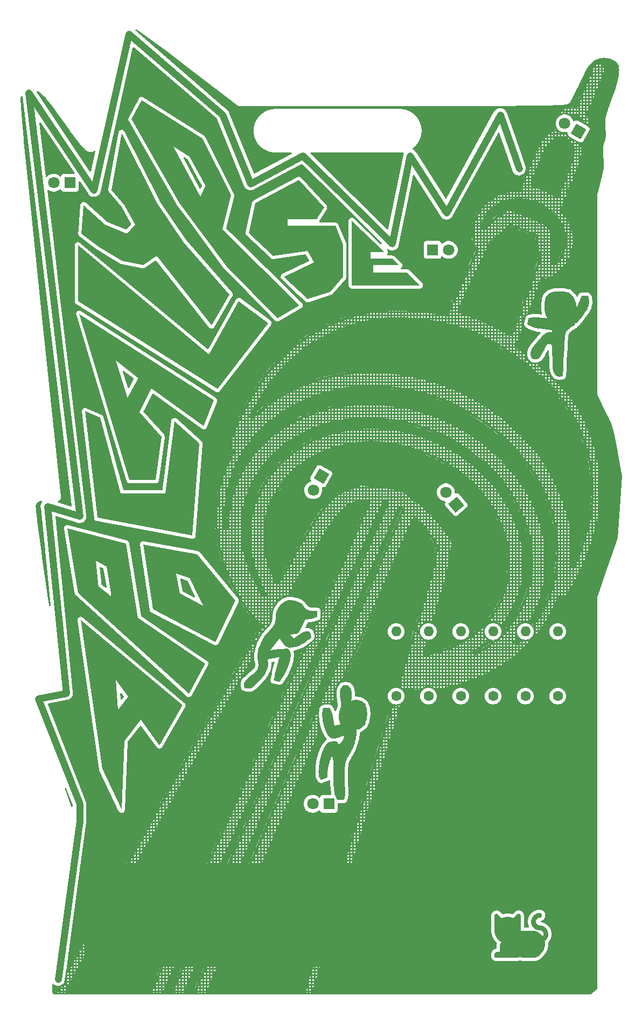
<source format=gtl>
%TF.GenerationSoftware,KiCad,Pcbnew,8.0.1*%
%TF.CreationDate,2024-04-29T20:13:38-04:00*%
%TF.ProjectId,HackerBadgePCBV3 (Simplified),4861636b-6572-4426-9164-676550434256,1.8*%
%TF.SameCoordinates,Original*%
%TF.FileFunction,Copper,L1,Top*%
%TF.FilePolarity,Positive*%
%FSLAX46Y46*%
G04 Gerber Fmt 4.6, Leading zero omitted, Abs format (unit mm)*
G04 Created by KiCad (PCBNEW 8.0.1) date 2024-04-29 20:13:38*
%MOMM*%
%LPD*%
G01*
G04 APERTURE LIST*
G04 Aperture macros list*
%AMRotRect*
0 Rectangle, with rotation*
0 The origin of the aperture is its center*
0 $1 length*
0 $2 width*
0 $3 Rotation angle, in degrees counterclockwise*
0 Add horizontal line*
21,1,$1,$2,0,0,$3*%
G04 Aperture macros list end*
%TA.AperFunction,NonConductor*%
%ADD10C,0.000000*%
%TD*%
%TA.AperFunction,NonConductor*%
%ADD11C,1.124479*%
%TD*%
%TA.AperFunction,ComponentPad*%
%ADD12RotRect,1.800000X1.800000X130.000000*%
%TD*%
%TA.AperFunction,ComponentPad*%
%ADD13C,1.800000*%
%TD*%
%TA.AperFunction,ComponentPad*%
%ADD14R,1.800000X1.800000*%
%TD*%
%TA.AperFunction,ComponentPad*%
%ADD15RotRect,1.800000X1.800000X240.000000*%
%TD*%
%TA.AperFunction,ComponentPad*%
%ADD16RotRect,1.800000X1.800000X150.000000*%
%TD*%
%TA.AperFunction,ComponentPad*%
%ADD17C,1.600000*%
%TD*%
%TA.AperFunction,ComponentPad*%
%ADD18O,1.600000X1.600000*%
%TD*%
G04 APERTURE END LIST*
D10*
%TA.AperFunction,NonConductor*%
G36*
X168256072Y-163947552D02*
G01*
X168354990Y-163955074D01*
X168452470Y-163967460D01*
X168548389Y-163984589D01*
X168642625Y-164006338D01*
X168735055Y-164032585D01*
X168825558Y-164063207D01*
X168914011Y-164098082D01*
X169000291Y-164137087D01*
X169084276Y-164180101D01*
X169165844Y-164227000D01*
X169244872Y-164277663D01*
X169321238Y-164331968D01*
X169394820Y-164389790D01*
X169465495Y-164451010D01*
X169533140Y-164515503D01*
X169597634Y-164583148D01*
X169658854Y-164653822D01*
X169716678Y-164727402D01*
X169770983Y-164803768D01*
X169821646Y-164882795D01*
X169868547Y-164964362D01*
X169911561Y-165048347D01*
X169950567Y-165134626D01*
X169985443Y-165223078D01*
X170016065Y-165313581D01*
X170042312Y-165406011D01*
X170064062Y-165500247D01*
X170081191Y-165596166D01*
X170093577Y-165693645D01*
X170101099Y-165792563D01*
X170103634Y-165892797D01*
X170101099Y-165993030D01*
X170093578Y-166091946D01*
X170081191Y-166189425D01*
X170064062Y-166285343D01*
X170042313Y-166379578D01*
X170016067Y-166472007D01*
X169985445Y-166562509D01*
X169950570Y-166650961D01*
X169911564Y-166737241D01*
X169868550Y-166821225D01*
X169821650Y-166902792D01*
X169770987Y-166981820D01*
X169716683Y-167058185D01*
X169658860Y-167131766D01*
X169597640Y-167202441D01*
X169533146Y-167270086D01*
X169465501Y-167334579D01*
X169394827Y-167395799D01*
X169321245Y-167453622D01*
X169244879Y-167507927D01*
X169165851Y-167558591D01*
X169084283Y-167605491D01*
X169000298Y-167648505D01*
X168914018Y-167687511D01*
X168825565Y-167722386D01*
X168735061Y-167753009D01*
X168642630Y-167779256D01*
X168548393Y-167801005D01*
X168452473Y-167818134D01*
X168354992Y-167830521D01*
X168256073Y-167838043D01*
X168155837Y-167840577D01*
X168155837Y-167851839D01*
X165173686Y-167851839D01*
X165092234Y-167849779D01*
X165011852Y-167843667D01*
X164932638Y-167833601D01*
X164854693Y-167819681D01*
X164778115Y-167802007D01*
X164703004Y-167780678D01*
X164629459Y-167755793D01*
X164557581Y-167727452D01*
X164487468Y-167695755D01*
X164419220Y-167660800D01*
X164352936Y-167622688D01*
X164288716Y-167581517D01*
X164226660Y-167537387D01*
X164166865Y-167490398D01*
X164109434Y-167440649D01*
X164054463Y-167388239D01*
X164002054Y-167333268D01*
X163952305Y-167275836D01*
X163905316Y-167216041D01*
X163861187Y-167153984D01*
X163820016Y-167089763D01*
X163781904Y-167023479D01*
X163746949Y-166955230D01*
X163715252Y-166885116D01*
X163686911Y-166813237D01*
X163662026Y-166739692D01*
X163640697Y-166664580D01*
X163623023Y-166588001D01*
X163609103Y-166510054D01*
X163599038Y-166430839D01*
X163592925Y-166350455D01*
X163590866Y-166269002D01*
X163590866Y-163945018D01*
X168155838Y-163945018D01*
X168256072Y-163947552D01*
G37*
%TD.AperFunction*%
D11*
X146213117Y-55825301D02*
X132157132Y-41994207D01*
X149024319Y-41994207D02*
X146213117Y-55825301D01*
D10*
%TA.AperFunction,NonConductor*%
G36*
X165603983Y-165629927D02*
G01*
X165630830Y-165631969D01*
X165657288Y-165635331D01*
X165683321Y-165639980D01*
X165708898Y-165645884D01*
X165733986Y-165653008D01*
X165758550Y-165661320D01*
X165782557Y-165670786D01*
X165805975Y-165681374D01*
X165828770Y-165693049D01*
X165850909Y-165705779D01*
X165872359Y-165719531D01*
X165893087Y-165734271D01*
X165913058Y-165749966D01*
X165932241Y-165766583D01*
X165950602Y-165784089D01*
X165968107Y-165802450D01*
X165984723Y-165821633D01*
X166000418Y-165841605D01*
X166015158Y-165862333D01*
X166028909Y-165883783D01*
X166041639Y-165905923D01*
X166053315Y-165928719D01*
X166063902Y-165952138D01*
X166073368Y-165976146D01*
X166081680Y-166000711D01*
X166088804Y-166025799D01*
X166094708Y-166051378D01*
X166099357Y-166077412D01*
X166102719Y-166103871D01*
X166104761Y-166130720D01*
X166105449Y-166157926D01*
X166105449Y-167609049D01*
X166104990Y-167627188D01*
X166103629Y-167645088D01*
X166101388Y-167662727D01*
X166098289Y-167680084D01*
X166094354Y-167697136D01*
X166089605Y-167713862D01*
X166084065Y-167730238D01*
X166077755Y-167746244D01*
X166070698Y-167761856D01*
X166062915Y-167777052D01*
X166054430Y-167791812D01*
X166045263Y-167806111D01*
X166035438Y-167819929D01*
X166024976Y-167833243D01*
X166013899Y-167846031D01*
X166002230Y-167858270D01*
X165989991Y-167869940D01*
X165977204Y-167881017D01*
X165963890Y-167891479D01*
X165950073Y-167901304D01*
X165935774Y-167910471D01*
X165921016Y-167918957D01*
X165905820Y-167926740D01*
X165890208Y-167933797D01*
X165874204Y-167940107D01*
X165857829Y-167945647D01*
X165841104Y-167950396D01*
X165824053Y-167954331D01*
X165806697Y-167957430D01*
X165789059Y-167959671D01*
X165771161Y-167961032D01*
X165753024Y-167961491D01*
X164365235Y-167961491D01*
X164357045Y-167961284D01*
X164348964Y-167960670D01*
X164341000Y-167959658D01*
X164333164Y-167958259D01*
X164325466Y-167956483D01*
X164317915Y-167954339D01*
X164310522Y-167951838D01*
X164303297Y-167948990D01*
X164296249Y-167945804D01*
X164289389Y-167942291D01*
X164282726Y-167938460D01*
X164276271Y-167934322D01*
X164270034Y-167929887D01*
X164264024Y-167925165D01*
X164258252Y-167920165D01*
X164252727Y-167914897D01*
X164247460Y-167909372D01*
X164242460Y-167903600D01*
X164237737Y-167897591D01*
X164233302Y-167891354D01*
X164229165Y-167884899D01*
X164225335Y-167878238D01*
X164221822Y-167871378D01*
X164218637Y-167864332D01*
X164215789Y-167857107D01*
X164213288Y-167849716D01*
X164211145Y-167842167D01*
X164209369Y-167834470D01*
X164207970Y-167826637D01*
X164206959Y-167818675D01*
X164206344Y-167810596D01*
X164206137Y-167802410D01*
X164206137Y-167609049D01*
X164206596Y-167590911D01*
X164207957Y-167573011D01*
X164210198Y-167555372D01*
X164213298Y-167538015D01*
X164217233Y-167520963D01*
X164221982Y-167504237D01*
X164227523Y-167487861D01*
X164233834Y-167471855D01*
X164240892Y-167456243D01*
X164248675Y-167441047D01*
X164257161Y-167426287D01*
X164266328Y-167411988D01*
X164276154Y-167398170D01*
X164286617Y-167384856D01*
X164297695Y-167372068D01*
X164309364Y-167359829D01*
X164321604Y-167348159D01*
X164334392Y-167337082D01*
X164347707Y-167326620D01*
X164361524Y-167316795D01*
X164375824Y-167307628D01*
X164390583Y-167299142D01*
X164405780Y-167291359D01*
X164421392Y-167284302D01*
X164437397Y-167277992D01*
X164453773Y-167272451D01*
X164470498Y-167267703D01*
X164487549Y-167263768D01*
X164504905Y-167260668D01*
X164522543Y-167258427D01*
X164540442Y-167257067D01*
X164558579Y-167256608D01*
X165048075Y-167256608D01*
X165048075Y-166157943D01*
X165048763Y-166130735D01*
X165050804Y-166103885D01*
X165054166Y-166077425D01*
X165058815Y-166051389D01*
X165064717Y-166025810D01*
X165071841Y-166000720D01*
X165080152Y-165976154D01*
X165089618Y-165952145D01*
X165100204Y-165928725D01*
X165111879Y-165905929D01*
X165124608Y-165883788D01*
X165138359Y-165862337D01*
X165153098Y-165841609D01*
X165168792Y-165821636D01*
X165185409Y-165802452D01*
X165202914Y-165784091D01*
X165221275Y-165766585D01*
X165240458Y-165749968D01*
X165260430Y-165734272D01*
X165281158Y-165719532D01*
X165302609Y-165705780D01*
X165324750Y-165693050D01*
X165347547Y-165681374D01*
X165370967Y-165670787D01*
X165394977Y-165661320D01*
X165419544Y-165653008D01*
X165444634Y-165645884D01*
X165470215Y-165639980D01*
X165496253Y-165635331D01*
X165522715Y-165631969D01*
X165549568Y-165629927D01*
X165576778Y-165629239D01*
X165603983Y-165629927D01*
G37*
%TD.AperFunction*%
%TA.AperFunction,NonConductor*%
G36*
X164627483Y-163592857D02*
G01*
X164642635Y-163593740D01*
X164657009Y-163595195D01*
X164670602Y-163597206D01*
X164683405Y-163599758D01*
X164695413Y-163602839D01*
X164706621Y-163606432D01*
X164717020Y-163610523D01*
X164726606Y-163615097D01*
X164735373Y-163620141D01*
X164743313Y-163625638D01*
X164750421Y-163631576D01*
X164756691Y-163637939D01*
X164762116Y-163644712D01*
X164766690Y-163651882D01*
X164770407Y-163659433D01*
X164773261Y-163667350D01*
X164775246Y-163675620D01*
X164776355Y-163684228D01*
X164776582Y-163693159D01*
X164775921Y-163702398D01*
X164774366Y-163711931D01*
X164771910Y-163721743D01*
X164768548Y-163731821D01*
X164764273Y-163742148D01*
X164759079Y-163752711D01*
X164752959Y-163763494D01*
X164745909Y-163774484D01*
X164737920Y-163785666D01*
X164728988Y-163797025D01*
X164719106Y-163808547D01*
X164708267Y-163820217D01*
X164593703Y-163939015D01*
X164582150Y-163950397D01*
X164570155Y-163961066D01*
X164557747Y-163971022D01*
X164544953Y-163980263D01*
X164531803Y-163988789D01*
X164518325Y-163996600D01*
X164504548Y-164003696D01*
X164490501Y-164010075D01*
X164476211Y-164015737D01*
X164461709Y-164020682D01*
X164447022Y-164024909D01*
X164432179Y-164028418D01*
X164417209Y-164031208D01*
X164402140Y-164033279D01*
X164387001Y-164034630D01*
X164371821Y-164035261D01*
X164356628Y-164035171D01*
X164341451Y-164034360D01*
X164326318Y-164032827D01*
X164311259Y-164030571D01*
X164296302Y-164027593D01*
X164281475Y-164023892D01*
X164266808Y-164019467D01*
X164252328Y-164014317D01*
X164238065Y-164008443D01*
X164224047Y-164001843D01*
X164210302Y-163994518D01*
X164196860Y-163986466D01*
X164183749Y-163977687D01*
X164170998Y-163968181D01*
X164158635Y-163957947D01*
X164146689Y-163946985D01*
X164007138Y-163812230D01*
X163995889Y-163800970D01*
X163985602Y-163789853D01*
X163976271Y-163778893D01*
X163967890Y-163768103D01*
X163960453Y-163757499D01*
X163953955Y-163747094D01*
X163948390Y-163736902D01*
X163943752Y-163726937D01*
X163940035Y-163717214D01*
X163937235Y-163707746D01*
X163935345Y-163698547D01*
X163934360Y-163689632D01*
X163934273Y-163681014D01*
X163935080Y-163672709D01*
X163936775Y-163664729D01*
X163939351Y-163657089D01*
X163942803Y-163649803D01*
X163947126Y-163642884D01*
X163952314Y-163636348D01*
X163958361Y-163630209D01*
X163965262Y-163624479D01*
X163973010Y-163619174D01*
X163981600Y-163614307D01*
X163991027Y-163609893D01*
X164001285Y-163605945D01*
X164012368Y-163602478D01*
X164024270Y-163599506D01*
X164036986Y-163597043D01*
X164050509Y-163595102D01*
X164064836Y-163593699D01*
X164079959Y-163592847D01*
X164095873Y-163592559D01*
X164611562Y-163592559D01*
X164627483Y-163592857D01*
G37*
%TD.AperFunction*%
D11*
X89089581Y-32098792D02*
X97073383Y-98667955D01*
X132157132Y-41994207D02*
X123948434Y-46379677D01*
D10*
%TA.AperFunction,NonConductor*%
G36*
X117392499Y-73285103D02*
G01*
X122115311Y-64851510D01*
X126725677Y-68337393D01*
X118741874Y-78682602D01*
X96814532Y-64851510D01*
X96814532Y-56080573D01*
X117392499Y-73285103D01*
G37*
%TD.AperFunction*%
%TA.AperFunction,NonConductor*%
G36*
X102774271Y-124336455D02*
G01*
X103111615Y-129171712D01*
X104798333Y-126922758D01*
X106822395Y-130521088D01*
X104123646Y-134006975D01*
X103673854Y-144801972D01*
X100637761Y-138392446D01*
X97264323Y-115003277D01*
X102774271Y-124336455D01*
G37*
%TD.AperFunction*%
%TA.AperFunction,NonConductor*%
G36*
X135496613Y-50120833D02*
G01*
X134372133Y-52032448D01*
X129761769Y-52032448D01*
X129761769Y-53044480D01*
X137295779Y-53044480D01*
X138532705Y-55968125D01*
X138532705Y-61028280D01*
X136508644Y-63389687D01*
X132910310Y-64514167D01*
X129199530Y-61028280D01*
X133922341Y-58779323D01*
X132910310Y-56980156D01*
X127512812Y-57767292D01*
X123689582Y-54168959D01*
X124701613Y-49446146D01*
X131560937Y-45847813D01*
X135496613Y-50120833D01*
G37*
%TD.AperFunction*%
D11*
X119562966Y-35584676D02*
X104832289Y-22878063D01*
X166148826Y-44037701D02*
X163192754Y-35584676D01*
D10*
%TA.AperFunction,NonConductor*%
G36*
X169414852Y-161177178D02*
G01*
X169427104Y-161178110D01*
X169439177Y-161179644D01*
X169451058Y-161181766D01*
X169462730Y-161184460D01*
X169474178Y-161187711D01*
X169485388Y-161191504D01*
X169496344Y-161195824D01*
X169507031Y-161200656D01*
X169517434Y-161205984D01*
X169527538Y-161211793D01*
X169537327Y-161218068D01*
X169546786Y-161224795D01*
X169555901Y-161231957D01*
X169564655Y-161239540D01*
X169573035Y-161247529D01*
X169581024Y-161255908D01*
X169588607Y-161264662D01*
X169595770Y-161273776D01*
X169602497Y-161283236D01*
X169608773Y-161293024D01*
X169614583Y-161303128D01*
X169619911Y-161313531D01*
X169624743Y-161324218D01*
X169629064Y-161335175D01*
X169632857Y-161346385D01*
X169636108Y-161357834D01*
X169638803Y-161369507D01*
X169640925Y-161381388D01*
X169642459Y-161393463D01*
X169643391Y-161405715D01*
X169643705Y-161418131D01*
X169643391Y-161430546D01*
X169642459Y-161442797D01*
X169640925Y-161454871D01*
X169638803Y-161466751D01*
X169636109Y-161478423D01*
X169632858Y-161489872D01*
X169629065Y-161501081D01*
X169624745Y-161512037D01*
X169619914Y-161522724D01*
X169614586Y-161533127D01*
X169608777Y-161543231D01*
X169602501Y-161553020D01*
X169595775Y-161562479D01*
X169588612Y-161571594D01*
X169581029Y-161580348D01*
X169573041Y-161588728D01*
X169564662Y-161596717D01*
X169555907Y-161604300D01*
X169546793Y-161611463D01*
X169537334Y-161618190D01*
X169527545Y-161624466D01*
X169517441Y-161630276D01*
X169507038Y-161635604D01*
X169496351Y-161640436D01*
X169485395Y-161644757D01*
X169474184Y-161648550D01*
X169462735Y-161651802D01*
X169451062Y-161654496D01*
X169439181Y-161656618D01*
X169427107Y-161658152D01*
X169414854Y-161659084D01*
X169402438Y-161659398D01*
X169364756Y-161660354D01*
X169327562Y-161663192D01*
X169290903Y-161667864D01*
X169254825Y-161674324D01*
X169219375Y-161682527D01*
X169184599Y-161692425D01*
X169150543Y-161703972D01*
X169117255Y-161717121D01*
X169084779Y-161731827D01*
X169053163Y-161748042D01*
X169022454Y-161765721D01*
X168992697Y-161784817D01*
X168963939Y-161805283D01*
X168936227Y-161827072D01*
X168909606Y-161850140D01*
X168884124Y-161874438D01*
X168859826Y-161899921D01*
X168836760Y-161926542D01*
X168814971Y-161954255D01*
X168794506Y-161983014D01*
X168775411Y-162012771D01*
X168757734Y-162043480D01*
X168741519Y-162075096D01*
X168726815Y-162107571D01*
X168713666Y-162140859D01*
X168702120Y-162174914D01*
X168692223Y-162209688D01*
X168684021Y-162245137D01*
X168677561Y-162281213D01*
X168672889Y-162317870D01*
X168670052Y-162355061D01*
X168669096Y-162392740D01*
X168670052Y-162430420D01*
X168672889Y-162467611D01*
X168677561Y-162504268D01*
X168684020Y-162540344D01*
X168692222Y-162575792D01*
X168702119Y-162610567D01*
X168713664Y-162644622D01*
X168726812Y-162677910D01*
X168741517Y-162710385D01*
X168757730Y-162742001D01*
X168775408Y-162772710D01*
X168794502Y-162802467D01*
X168814966Y-162831225D01*
X168836754Y-162858938D01*
X168859820Y-162885560D01*
X168884118Y-162911043D01*
X168909600Y-162935341D01*
X168936220Y-162958408D01*
X168963932Y-162980198D01*
X168992690Y-163000664D01*
X169022447Y-163019760D01*
X169053156Y-163037439D01*
X169084772Y-163053654D01*
X169117248Y-163068360D01*
X169150537Y-163081509D01*
X169184593Y-163093056D01*
X169219370Y-163102954D01*
X169254820Y-163111157D01*
X169290899Y-163117617D01*
X169327559Y-163122289D01*
X169364754Y-163125127D01*
X169402438Y-163126083D01*
X169464910Y-163127668D01*
X169526572Y-163132372D01*
X169587348Y-163140118D01*
X169647162Y-163150829D01*
X169705935Y-163164428D01*
X169763591Y-163180838D01*
X169820053Y-163199982D01*
X169875243Y-163221783D01*
X169929086Y-163246164D01*
X169981504Y-163273048D01*
X170032419Y-163302358D01*
X170081755Y-163334017D01*
X170129436Y-163367948D01*
X170175383Y-163404075D01*
X170219520Y-163442319D01*
X170261770Y-163482605D01*
X170302056Y-163524854D01*
X170340301Y-163568991D01*
X170376428Y-163614938D01*
X170410359Y-163662618D01*
X170442019Y-163711954D01*
X170471330Y-163762870D01*
X170498214Y-163815287D01*
X170522596Y-163869130D01*
X170544397Y-163924321D01*
X170563541Y-163980784D01*
X170579952Y-164038440D01*
X170593551Y-164097214D01*
X170604262Y-164157028D01*
X170612009Y-164217806D01*
X170616713Y-164279469D01*
X170618298Y-164341942D01*
X170616713Y-164404418D01*
X170612009Y-164466085D01*
X170604262Y-164526865D01*
X170593551Y-164586681D01*
X170579952Y-164645457D01*
X170563541Y-164703116D01*
X170544397Y-164759580D01*
X170522596Y-164814773D01*
X170498214Y-164868618D01*
X170471330Y-164921037D01*
X170442019Y-164971954D01*
X170410359Y-165021291D01*
X170376428Y-165068973D01*
X170340301Y-165114921D01*
X170302056Y-165159058D01*
X170261770Y-165201309D01*
X170219520Y-165241595D01*
X170175383Y-165279840D01*
X170129436Y-165315967D01*
X170081755Y-165349899D01*
X170032419Y-165381558D01*
X169981504Y-165410869D01*
X169929086Y-165437753D01*
X169875243Y-165462134D01*
X169820053Y-165483935D01*
X169763591Y-165503079D01*
X169705935Y-165519489D01*
X169647162Y-165533089D01*
X169587348Y-165543800D01*
X169526572Y-165551546D01*
X169464910Y-165556250D01*
X169402438Y-165557835D01*
X169390025Y-165557521D01*
X169377775Y-165556589D01*
X169365702Y-165555055D01*
X169353823Y-165552933D01*
X169342152Y-165550239D01*
X169330704Y-165546988D01*
X169319494Y-165543195D01*
X169308539Y-165538875D01*
X169297852Y-165534044D01*
X169287449Y-165528716D01*
X169277346Y-165522906D01*
X169267557Y-165516631D01*
X169258097Y-165509904D01*
X169248983Y-165502742D01*
X169240228Y-165495159D01*
X169231848Y-165487170D01*
X169223859Y-165478791D01*
X169216275Y-165470037D01*
X169209111Y-165460923D01*
X169202384Y-165451464D01*
X169196107Y-165441675D01*
X169190297Y-165431571D01*
X169184968Y-165421168D01*
X169180136Y-165410481D01*
X169175815Y-165399525D01*
X169172021Y-165388314D01*
X169168769Y-165376865D01*
X169166074Y-165365192D01*
X169163952Y-165353311D01*
X169162417Y-165341237D01*
X169161485Y-165328984D01*
X169161171Y-165316568D01*
X169161485Y-165304152D01*
X169162417Y-165291899D01*
X169163952Y-165279825D01*
X169166074Y-165267943D01*
X169168768Y-165256271D01*
X169172020Y-165244822D01*
X169175813Y-165233611D01*
X169180133Y-165222655D01*
X169184965Y-165211968D01*
X169190294Y-165201565D01*
X169196104Y-165191461D01*
X169202380Y-165181672D01*
X169209107Y-165172213D01*
X169216269Y-165163099D01*
X169223853Y-165154344D01*
X169231842Y-165145965D01*
X169240221Y-165137977D01*
X169248976Y-165130394D01*
X169258090Y-165123232D01*
X169267550Y-165116505D01*
X169277339Y-165110230D01*
X169287442Y-165104420D01*
X169297845Y-165099092D01*
X169308532Y-165094261D01*
X169319488Y-165089941D01*
X169330698Y-165086148D01*
X169342146Y-165082897D01*
X169353818Y-165080203D01*
X169365699Y-165078081D01*
X169377772Y-165076547D01*
X169390024Y-165075615D01*
X169402438Y-165075301D01*
X169440117Y-165074345D01*
X169477308Y-165071508D01*
X169513964Y-165066836D01*
X169550040Y-165060375D01*
X169585488Y-165052173D01*
X169620262Y-165042275D01*
X169654315Y-165030728D01*
X169687602Y-165017578D01*
X169720076Y-165002872D01*
X169751690Y-164986657D01*
X169782399Y-164968978D01*
X169812154Y-164949883D01*
X169840911Y-164929417D01*
X169868622Y-164907627D01*
X169895242Y-164884560D01*
X169920724Y-164860261D01*
X169945021Y-164834778D01*
X169968086Y-164808157D01*
X169989875Y-164780444D01*
X170010339Y-164751686D01*
X170029433Y-164721929D01*
X170047111Y-164691219D01*
X170063325Y-164659604D01*
X170078029Y-164627129D01*
X170091178Y-164593841D01*
X170102724Y-164559786D01*
X170112621Y-164525011D01*
X170120823Y-164489562D01*
X170127282Y-164453486D01*
X170131954Y-164416830D01*
X170134791Y-164379638D01*
X170135747Y-164341959D01*
X170134791Y-164304280D01*
X170131954Y-164267088D01*
X170127282Y-164230432D01*
X170120823Y-164194356D01*
X170112621Y-164158907D01*
X170102724Y-164124132D01*
X170091178Y-164090077D01*
X170078029Y-164056789D01*
X170063325Y-164024314D01*
X170047111Y-163992699D01*
X170029433Y-163961989D01*
X170010339Y-163932232D01*
X169989875Y-163903474D01*
X169968086Y-163875761D01*
X169945021Y-163849140D01*
X169920724Y-163823657D01*
X169895242Y-163799358D01*
X169868622Y-163776291D01*
X169840911Y-163754501D01*
X169812154Y-163734035D01*
X169782399Y-163714940D01*
X169751690Y-163697261D01*
X169720076Y-163681045D01*
X169687602Y-163666340D01*
X169654315Y-163653190D01*
X169620262Y-163641643D01*
X169585488Y-163631745D01*
X169550040Y-163623543D01*
X169513964Y-163617082D01*
X169477308Y-163612410D01*
X169440117Y-163609573D01*
X169402438Y-163608617D01*
X169339963Y-163607032D01*
X169278298Y-163602327D01*
X169217520Y-163594581D01*
X169157704Y-163583870D01*
X169098929Y-163570271D01*
X169041272Y-163553861D01*
X168984808Y-163534717D01*
X168929616Y-163512916D01*
X168875773Y-163488535D01*
X168823354Y-163461651D01*
X168772438Y-163432341D01*
X168723101Y-163400681D01*
X168675421Y-163366750D01*
X168629473Y-163330623D01*
X168585336Y-163292379D01*
X168543086Y-163252093D01*
X168502800Y-163209843D01*
X168464555Y-163165705D01*
X168428429Y-163119758D01*
X168394497Y-163072077D01*
X168362838Y-163022740D01*
X168333528Y-162971824D01*
X168306644Y-162919406D01*
X168282262Y-162865562D01*
X168260461Y-162810370D01*
X168241317Y-162753907D01*
X168224907Y-162696249D01*
X168211308Y-162637474D01*
X168200597Y-162577659D01*
X168192851Y-162516880D01*
X168188147Y-162455215D01*
X168186562Y-162392741D01*
X168188147Y-162330266D01*
X168192851Y-162268601D01*
X168200597Y-162207822D01*
X168211308Y-162148007D01*
X168224906Y-162089232D01*
X168241316Y-162031574D01*
X168260460Y-161975111D01*
X168282260Y-161919919D01*
X168306641Y-161866075D01*
X168333524Y-161813657D01*
X168362834Y-161762741D01*
X168394493Y-161713404D01*
X168428424Y-161665723D01*
X168464550Y-161619776D01*
X168502794Y-161575638D01*
X168543080Y-161533388D01*
X168585329Y-161493103D01*
X168629466Y-161454858D01*
X168675414Y-161418731D01*
X168723094Y-161384800D01*
X168772431Y-161353140D01*
X168823347Y-161323830D01*
X168875766Y-161296946D01*
X168929610Y-161272565D01*
X168984802Y-161250764D01*
X169041266Y-161231620D01*
X169098924Y-161215210D01*
X169157700Y-161201611D01*
X169217516Y-161190900D01*
X169278296Y-161183154D01*
X169339962Y-161178450D01*
X169402438Y-161176864D01*
X169414852Y-161177178D01*
G37*
%TD.AperFunction*%
%TA.AperFunction,NonConductor*%
G36*
X138925455Y-125251895D02*
G01*
X138970445Y-125253930D01*
X139018149Y-125257321D01*
X139069922Y-125262069D01*
X139191103Y-125275633D01*
X139344840Y-125294624D01*
X139421946Y-125373717D01*
X139489524Y-125447464D01*
X139548301Y-125516900D01*
X139599006Y-125583059D01*
X139642365Y-125646979D01*
X139661518Y-125678423D01*
X139679107Y-125709695D01*
X139695223Y-125740925D01*
X139709958Y-125772243D01*
X139723402Y-125803777D01*
X139735646Y-125835657D01*
X139756899Y-125900975D01*
X139774444Y-125969231D01*
X139789009Y-126041462D01*
X139801320Y-126118703D01*
X139812107Y-126201989D01*
X139822095Y-126292357D01*
X139842589Y-126498480D01*
X139891061Y-126944135D01*
X139893804Y-127072856D01*
X139894201Y-127126361D01*
X139893604Y-127174108D01*
X139891758Y-127217210D01*
X139888403Y-127256776D01*
X139883283Y-127293917D01*
X139876139Y-127329744D01*
X139866715Y-127365368D01*
X139854753Y-127401899D01*
X139839995Y-127440448D01*
X139822184Y-127482125D01*
X139801062Y-127528042D01*
X139776372Y-127579308D01*
X139715257Y-127702332D01*
X140201430Y-127575002D01*
X140343617Y-127563383D01*
X140475966Y-127556043D01*
X140599623Y-127553286D01*
X140715736Y-127555416D01*
X140825449Y-127562736D01*
X140929909Y-127575550D01*
X141030262Y-127594162D01*
X141127655Y-127618877D01*
X141223234Y-127649998D01*
X141318144Y-127687829D01*
X141413532Y-127732675D01*
X141510544Y-127784838D01*
X141610326Y-127844623D01*
X141714025Y-127912334D01*
X141822787Y-127988274D01*
X141937757Y-128072749D01*
X142021400Y-128284703D01*
X142093078Y-128494773D01*
X142152967Y-128703261D01*
X142201239Y-128910468D01*
X142238070Y-129116694D01*
X142263632Y-129322239D01*
X142278099Y-129527406D01*
X142281646Y-129732495D01*
X142274447Y-129937806D01*
X142256675Y-130143642D01*
X142228504Y-130350301D01*
X142190109Y-130558086D01*
X142141662Y-130767297D01*
X142083339Y-130978235D01*
X142015312Y-131191202D01*
X141937757Y-131406497D01*
X141784020Y-131567469D01*
X141662839Y-131691545D01*
X141611066Y-131742459D01*
X141563362Y-131787405D01*
X141518371Y-131827467D01*
X141474737Y-131863731D01*
X141431103Y-131897282D01*
X141386112Y-131929205D01*
X141338408Y-131960586D01*
X141286635Y-131992509D01*
X141229435Y-132026060D01*
X141165453Y-132062323D01*
X141011716Y-132147331D01*
X140641299Y-132147331D01*
X140626830Y-132534389D01*
X140606358Y-132816201D01*
X140579290Y-133089214D01*
X140545273Y-133354238D01*
X140503954Y-133612085D01*
X140454979Y-133863568D01*
X140397998Y-134109496D01*
X140332655Y-134350683D01*
X140258599Y-134587938D01*
X140175476Y-134822074D01*
X140082934Y-135053902D01*
X139980620Y-135284234D01*
X139868180Y-135513881D01*
X139745263Y-135743654D01*
X139611515Y-135974365D01*
X139466583Y-136206826D01*
X139310115Y-136441848D01*
X139211762Y-136605111D01*
X139126056Y-136769242D01*
X139052145Y-136934356D01*
X138989179Y-137100569D01*
X138936307Y-137267996D01*
X138892678Y-137436753D01*
X138857442Y-137606955D01*
X138829748Y-137778717D01*
X138808746Y-137952156D01*
X138793585Y-138127387D01*
X138783414Y-138304525D01*
X138777382Y-138483686D01*
X138774336Y-138848538D01*
X138777641Y-139222868D01*
X138781981Y-139865312D01*
X138789216Y-140528008D01*
X138800792Y-141838938D01*
X138807303Y-142422957D01*
X138800971Y-142577648D01*
X138793953Y-142698415D01*
X138789442Y-142749142D01*
X138783865Y-142795066D01*
X138776926Y-142837413D01*
X138768326Y-142877409D01*
X138757768Y-142916279D01*
X138744953Y-142955249D01*
X138729584Y-142995546D01*
X138711364Y-143038395D01*
X138689994Y-143085022D01*
X138665176Y-143136653D01*
X138604008Y-143259831D01*
X138342111Y-143272853D01*
X138245890Y-143276109D01*
X138158350Y-143277194D01*
X138068640Y-143276109D01*
X137965907Y-143272853D01*
X137677966Y-143259831D01*
X137591666Y-143165220D01*
X137512660Y-143061835D01*
X137440643Y-142950191D01*
X137375305Y-142830806D01*
X137316341Y-142704197D01*
X137263442Y-142570880D01*
X137174612Y-142286194D01*
X137106356Y-141980885D01*
X137056215Y-141659089D01*
X137021730Y-141324943D01*
X137000443Y-140982584D01*
X136989895Y-140636147D01*
X136987627Y-140289770D01*
X136998096Y-139613742D01*
X137012178Y-138987593D01*
X137010204Y-138444415D01*
X136989222Y-137890239D01*
X136972221Y-137390409D01*
X136965079Y-137238503D01*
X136957273Y-137117927D01*
X136952315Y-137065787D01*
X136946222Y-137017158D01*
X136938672Y-136970600D01*
X136929343Y-136924674D01*
X136917912Y-136877937D01*
X136904055Y-136828951D01*
X136887452Y-136776274D01*
X136867778Y-136718467D01*
X136817928Y-136581699D01*
X136751925Y-136407124D01*
X136651555Y-136612554D01*
X136561129Y-136816183D01*
X136480062Y-137018481D01*
X136407766Y-137219916D01*
X136343657Y-137420960D01*
X136287148Y-137622082D01*
X136237652Y-137823750D01*
X136194584Y-138026435D01*
X136157357Y-138230607D01*
X136125385Y-138436734D01*
X136098083Y-138645287D01*
X136074863Y-138856735D01*
X136038328Y-139290195D01*
X136011091Y-139740872D01*
X135085049Y-140111289D01*
X135004081Y-140028018D01*
X134933895Y-139950684D01*
X134873709Y-139878140D01*
X134847122Y-139843307D01*
X134822741Y-139809241D01*
X134800469Y-139775799D01*
X134780207Y-139742839D01*
X134761859Y-139710217D01*
X134745325Y-139677790D01*
X134730509Y-139645415D01*
X134717313Y-139612947D01*
X134705638Y-139580245D01*
X134695387Y-139547165D01*
X134686462Y-139513563D01*
X134678765Y-139479297D01*
X134666665Y-139408197D01*
X134658303Y-139332719D01*
X134652897Y-139251718D01*
X134649664Y-139164047D01*
X134647823Y-139068560D01*
X134645180Y-138849556D01*
X134654996Y-138551748D01*
X134673973Y-138246847D01*
X134702637Y-137936553D01*
X134741516Y-137622563D01*
X134791135Y-137306576D01*
X134852020Y-136990290D01*
X134924698Y-136675403D01*
X135009695Y-136363615D01*
X135107538Y-136056622D01*
X135218751Y-135756124D01*
X135343862Y-135463818D01*
X135483397Y-135181404D01*
X135637882Y-134910578D01*
X135807843Y-134653041D01*
X135993807Y-134410489D01*
X136196300Y-134184622D01*
X136426725Y-134131086D01*
X136607231Y-134090572D01*
X136753010Y-134060910D01*
X136879255Y-134039930D01*
X136939801Y-134032017D01*
X137001160Y-134025461D01*
X137133917Y-134015332D01*
X137292719Y-134007374D01*
X137492758Y-133999416D01*
X137863174Y-134555039D01*
X137954310Y-134473456D01*
X138038820Y-134391903D01*
X138117174Y-134310057D01*
X138189843Y-134227597D01*
X138257295Y-134144204D01*
X138319999Y-134059555D01*
X138378426Y-133973329D01*
X138433044Y-133885206D01*
X138484324Y-133794863D01*
X138532733Y-133701982D01*
X138578743Y-133606239D01*
X138622821Y-133507314D01*
X138665438Y-133404887D01*
X138707064Y-133298635D01*
X138789216Y-133073376D01*
X138497658Y-133201427D01*
X138280620Y-133289874D01*
X138071315Y-133371202D01*
X137866328Y-133443970D01*
X137764387Y-133476695D01*
X137662244Y-133506739D01*
X137559474Y-133533923D01*
X137455649Y-133558067D01*
X137350343Y-133578990D01*
X137243129Y-133596513D01*
X137133579Y-133610455D01*
X137021267Y-133620637D01*
X136905767Y-133626878D01*
X136786651Y-133628999D01*
X136714811Y-133594204D01*
X136646280Y-133557101D01*
X136580933Y-133517766D01*
X136518646Y-133476272D01*
X136459296Y-133432695D01*
X136402757Y-133387110D01*
X136348907Y-133339592D01*
X136297620Y-133290215D01*
X136248773Y-133239054D01*
X136202243Y-133186184D01*
X136157904Y-133131680D01*
X136115632Y-133075617D01*
X136075304Y-133018070D01*
X136036796Y-132959113D01*
X135964742Y-132837270D01*
X135898476Y-132710687D01*
X135837008Y-132579963D01*
X135779344Y-132445696D01*
X135724491Y-132308487D01*
X135513344Y-131742189D01*
X135461503Y-131572144D01*
X135415199Y-131402451D01*
X135374292Y-131232996D01*
X135338643Y-131063661D01*
X135308113Y-130894331D01*
X135282561Y-130724889D01*
X135261850Y-130555220D01*
X135245839Y-130385207D01*
X135234389Y-130214734D01*
X135227362Y-130043685D01*
X135224617Y-129871944D01*
X135226016Y-129699394D01*
X135231418Y-129525920D01*
X135240686Y-129351405D01*
X135270258Y-128998789D01*
X135302969Y-128966176D01*
X135332273Y-128937566D01*
X135359101Y-128912618D01*
X135371878Y-128901411D01*
X135384385Y-128890993D01*
X135396741Y-128881321D01*
X135409060Y-128872353D01*
X135421459Y-128864046D01*
X135434056Y-128856357D01*
X135446967Y-128849246D01*
X135460307Y-128842668D01*
X135474195Y-128836582D01*
X135488746Y-128830946D01*
X135504077Y-128825716D01*
X135520304Y-128820851D01*
X135537545Y-128816308D01*
X135555916Y-128812045D01*
X135575532Y-128808019D01*
X135596512Y-128804189D01*
X135643026Y-128796943D01*
X135696390Y-128789968D01*
X135757537Y-128782925D01*
X135906911Y-128767280D01*
X136381508Y-128813583D01*
X136453589Y-128924990D01*
X136518283Y-129031876D01*
X136576145Y-129135066D01*
X136627734Y-129235383D01*
X136673606Y-129333651D01*
X136714319Y-129430696D01*
X136750430Y-129527342D01*
X136782496Y-129624412D01*
X136811075Y-129722732D01*
X136836723Y-129823125D01*
X136859999Y-129926416D01*
X136881458Y-130033428D01*
X136921159Y-130261917D01*
X136960284Y-130515187D01*
X137054335Y-131125070D01*
X137122341Y-131591708D01*
X138048382Y-131406497D01*
X137955778Y-131117112D01*
X137901909Y-130827558D01*
X137880083Y-130684925D01*
X137862086Y-130543507D01*
X137848233Y-130403146D01*
X137838842Y-130263679D01*
X137834228Y-130124948D01*
X137834709Y-129986793D01*
X137840601Y-129849052D01*
X137852221Y-129711566D01*
X137869886Y-129574175D01*
X137893912Y-129436719D01*
X137924615Y-129299037D01*
X137962313Y-129160969D01*
X138007322Y-129022356D01*
X138059958Y-128883037D01*
X138097191Y-128782998D01*
X138127414Y-128689359D01*
X138151045Y-128601167D01*
X138168501Y-128517471D01*
X138180200Y-128437318D01*
X138186560Y-128359756D01*
X138187998Y-128283832D01*
X138184931Y-128208595D01*
X138177779Y-128133091D01*
X138166958Y-128056370D01*
X138152886Y-127977477D01*
X138135981Y-127895462D01*
X138048382Y-127517126D01*
X138035808Y-127303163D01*
X138025936Y-127089043D01*
X138018607Y-126874816D01*
X138013656Y-126660535D01*
X138005698Y-126236584D01*
X138020510Y-126107979D01*
X138027929Y-126053809D01*
X138036162Y-126004554D01*
X138045816Y-125958835D01*
X138057495Y-125915271D01*
X138071804Y-125872482D01*
X138089349Y-125829090D01*
X138110734Y-125783714D01*
X138136565Y-125734974D01*
X138167447Y-125681490D01*
X138203985Y-125621883D01*
X138246784Y-125554772D01*
X138296449Y-125478779D01*
X138418799Y-125294624D01*
X138572537Y-125275633D01*
X138693718Y-125262069D01*
X138745491Y-125257321D01*
X138793195Y-125253930D01*
X138838186Y-125251895D01*
X138881820Y-125251217D01*
X138925455Y-125251895D01*
G37*
%TD.AperFunction*%
%TA.AperFunction,NonConductor*%
G36*
X163811348Y-164145005D02*
G01*
X163817927Y-164145515D01*
X163824465Y-164146339D01*
X163830951Y-164147473D01*
X163837373Y-164148914D01*
X163843719Y-164150660D01*
X163849977Y-164152707D01*
X163856136Y-164155053D01*
X163862184Y-164157695D01*
X163868108Y-164160630D01*
X163873898Y-164163854D01*
X163879540Y-164167365D01*
X163885024Y-164171160D01*
X163890337Y-164175236D01*
X163895468Y-164179590D01*
X163900405Y-164184219D01*
X163905136Y-164189120D01*
X163909648Y-164194290D01*
X163913931Y-164199727D01*
X163917972Y-164205427D01*
X163921760Y-164211387D01*
X163925242Y-164217530D01*
X163928375Y-164223773D01*
X163931162Y-164230107D01*
X163933606Y-164236518D01*
X163935710Y-164242994D01*
X163937477Y-164249525D01*
X163938909Y-164256098D01*
X163940011Y-164262701D01*
X163940785Y-164269323D01*
X163941233Y-164275951D01*
X163941359Y-164282574D01*
X163941165Y-164289181D01*
X163940655Y-164295758D01*
X163939832Y-164302295D01*
X163938698Y-164308780D01*
X163937257Y-164315201D01*
X163935511Y-164321545D01*
X163933464Y-164327802D01*
X163931117Y-164333959D01*
X163928475Y-164340004D01*
X163925541Y-164345927D01*
X163922316Y-164351714D01*
X163918805Y-164357354D01*
X163915010Y-164362836D01*
X163910933Y-164368147D01*
X163906579Y-164373275D01*
X163901950Y-164378210D01*
X163897048Y-164382938D01*
X163891877Y-164387449D01*
X163886441Y-164391729D01*
X163880741Y-164395769D01*
X163874780Y-164399555D01*
X163321189Y-164731921D01*
X163317021Y-164734327D01*
X163312803Y-164736570D01*
X163308540Y-164738653D01*
X163304235Y-164740576D01*
X163299893Y-164742339D01*
X163295516Y-164743945D01*
X163291109Y-164745393D01*
X163286675Y-164746684D01*
X163282219Y-164747821D01*
X163277744Y-164748803D01*
X163273254Y-164749631D01*
X163268753Y-164750306D01*
X163264244Y-164750830D01*
X163259731Y-164751203D01*
X163255219Y-164751426D01*
X163250711Y-164751501D01*
X163241997Y-164751224D01*
X163233338Y-164750397D01*
X163224760Y-164749028D01*
X163216290Y-164747123D01*
X163207956Y-164744689D01*
X163199784Y-164741733D01*
X163191802Y-164738261D01*
X163184038Y-164734280D01*
X163176518Y-164729797D01*
X163169269Y-164724819D01*
X163165755Y-164722146D01*
X163162319Y-164719352D01*
X163158965Y-164716437D01*
X163155696Y-164713403D01*
X163152515Y-164710250D01*
X163149425Y-164706979D01*
X163146431Y-164703591D01*
X163143535Y-164700087D01*
X163140741Y-164696467D01*
X163138052Y-164692733D01*
X163135472Y-164688885D01*
X163133004Y-164684925D01*
X163129523Y-164678782D01*
X163126390Y-164672538D01*
X163123603Y-164666205D01*
X163121159Y-164659794D01*
X163119055Y-164653317D01*
X163117288Y-164646787D01*
X163115855Y-164640214D01*
X163114753Y-164633611D01*
X163113980Y-164626989D01*
X163113532Y-164620361D01*
X163113406Y-164613737D01*
X163113599Y-164607131D01*
X163114109Y-164600553D01*
X163114932Y-164594016D01*
X163116066Y-164587531D01*
X163117508Y-164581111D01*
X163119253Y-164574766D01*
X163121301Y-164568510D01*
X163123647Y-164562353D01*
X163126289Y-164556307D01*
X163129224Y-164550385D01*
X163132448Y-164544598D01*
X163135960Y-164538957D01*
X163139755Y-164533476D01*
X163143831Y-164528165D01*
X163148186Y-164523036D01*
X163152815Y-164518102D01*
X163157716Y-164513373D01*
X163162887Y-164508863D01*
X163168324Y-164504582D01*
X163174024Y-164500542D01*
X163179984Y-164496756D01*
X163733575Y-164164390D01*
X163739714Y-164160911D01*
X163745954Y-164157781D01*
X163752284Y-164154997D01*
X163758692Y-164152555D01*
X163765166Y-164150453D01*
X163771695Y-164148688D01*
X163778266Y-164147256D01*
X163784869Y-164146156D01*
X163791490Y-164145383D01*
X163798118Y-164144936D01*
X163804741Y-164144811D01*
X163811348Y-164145005D01*
G37*
%TD.AperFunction*%
D11*
X154759161Y-50990041D02*
X149024319Y-41994207D01*
D10*
%TA.AperFunction,NonConductor*%
G36*
X164912672Y-164144929D02*
G01*
X164919301Y-164145376D01*
X164925923Y-164146149D01*
X164932527Y-164147250D01*
X164939099Y-164148681D01*
X164945630Y-164150447D01*
X164952106Y-164152550D01*
X164958516Y-164154993D01*
X164964849Y-164157778D01*
X164971091Y-164160910D01*
X164977233Y-164164390D01*
X165530824Y-164496756D01*
X165536784Y-164500542D01*
X165542484Y-164504582D01*
X165547921Y-164508863D01*
X165553092Y-164513373D01*
X165557993Y-164518102D01*
X165562622Y-164523036D01*
X165566977Y-164528165D01*
X165571053Y-164533476D01*
X165574849Y-164538957D01*
X165578360Y-164544598D01*
X165581585Y-164550385D01*
X165584520Y-164556307D01*
X165587162Y-164562353D01*
X165589508Y-164568510D01*
X165591556Y-164574766D01*
X165593302Y-164581111D01*
X165594744Y-164587531D01*
X165595878Y-164594016D01*
X165596702Y-164600553D01*
X165597213Y-164607131D01*
X165597407Y-164613737D01*
X165597282Y-164620361D01*
X165596834Y-164626989D01*
X165596062Y-164633611D01*
X165594961Y-164640214D01*
X165593529Y-164646787D01*
X165591763Y-164653317D01*
X165589660Y-164659794D01*
X165587218Y-164666205D01*
X165584432Y-164672538D01*
X165581301Y-164678782D01*
X165577820Y-164684925D01*
X165572776Y-164692733D01*
X165567296Y-164700087D01*
X165561409Y-164706979D01*
X165555141Y-164713403D01*
X165548520Y-164719352D01*
X165541572Y-164724819D01*
X165534326Y-164729797D01*
X165526807Y-164734280D01*
X165519044Y-164738261D01*
X165511063Y-164741733D01*
X165502892Y-164744689D01*
X165494558Y-164747123D01*
X165486087Y-164749028D01*
X165477508Y-164750397D01*
X165468846Y-164751224D01*
X165460130Y-164751501D01*
X165455619Y-164751427D01*
X165451105Y-164751204D01*
X165446591Y-164750832D01*
X165442081Y-164750309D01*
X165437580Y-164749634D01*
X165433089Y-164748807D01*
X165428615Y-164747826D01*
X165424159Y-164746691D01*
X165419727Y-164745400D01*
X165415321Y-164743952D01*
X165410945Y-164742347D01*
X165406603Y-164740583D01*
X165402300Y-164738659D01*
X165398037Y-164736575D01*
X165393820Y-164734330D01*
X165389652Y-164731921D01*
X164836044Y-164399555D01*
X164830085Y-164395770D01*
X164824387Y-164391732D01*
X164818951Y-164387452D01*
X164813781Y-164382943D01*
X164808880Y-164378215D01*
X164804252Y-164373281D01*
X164799898Y-164368153D01*
X164795822Y-164362843D01*
X164792027Y-164357361D01*
X164788516Y-164351721D01*
X164785291Y-164345934D01*
X164782356Y-164340012D01*
X164779714Y-164333966D01*
X164777368Y-164327809D01*
X164775320Y-164321552D01*
X164773574Y-164315207D01*
X164772132Y-164308786D01*
X164770998Y-164302301D01*
X164770174Y-164295763D01*
X164769664Y-164289185D01*
X164769470Y-164282578D01*
X164769595Y-164275954D01*
X164770043Y-164269325D01*
X164770816Y-164262703D01*
X164771917Y-164256099D01*
X164773349Y-164249526D01*
X164775116Y-164242995D01*
X164777219Y-164236518D01*
X164779663Y-164230107D01*
X164782450Y-164223773D01*
X164785583Y-164217529D01*
X164789064Y-164211387D01*
X164792849Y-164205426D01*
X164796887Y-164199726D01*
X164801167Y-164194289D01*
X164805677Y-164189119D01*
X164810405Y-164184217D01*
X164815339Y-164179588D01*
X164820468Y-164175234D01*
X164825779Y-164171157D01*
X164831261Y-164167362D01*
X164836901Y-164163850D01*
X164842689Y-164160626D01*
X164848612Y-164157691D01*
X164854658Y-164155048D01*
X164860816Y-164152702D01*
X164867073Y-164150654D01*
X164873419Y-164148908D01*
X164879840Y-164147466D01*
X164886326Y-164146332D01*
X164892863Y-164145508D01*
X164899442Y-164144998D01*
X164906049Y-164144804D01*
X164912672Y-164144929D01*
G37*
%TD.AperFunction*%
%TA.AperFunction,NonConductor*%
G36*
X168418301Y-165262746D02*
G01*
X168486872Y-165267960D01*
X168554446Y-165276547D01*
X168620938Y-165288422D01*
X168686264Y-165303499D01*
X168750339Y-165321694D01*
X168813077Y-165342923D01*
X168874395Y-165367100D01*
X168934206Y-165394140D01*
X168992427Y-165423959D01*
X169048972Y-165456471D01*
X169103757Y-165491593D01*
X169156697Y-165529238D01*
X169207707Y-165569323D01*
X169256701Y-165611762D01*
X169303596Y-165656471D01*
X169348306Y-165703364D01*
X169390747Y-165752357D01*
X169430833Y-165803365D01*
X169468480Y-165856303D01*
X169503603Y-165911086D01*
X169536117Y-165967630D01*
X169565937Y-166025849D01*
X169592979Y-166085659D01*
X169617158Y-166146975D01*
X169638388Y-166209712D01*
X169656585Y-166273785D01*
X169671663Y-166339109D01*
X169683540Y-166405600D01*
X169692128Y-166473173D01*
X169697344Y-166541742D01*
X169699102Y-166611223D01*
X169697345Y-166680709D01*
X169692131Y-166749282D01*
X169683544Y-166816858D01*
X169671669Y-166883352D01*
X169656591Y-166948680D01*
X169638395Y-167012756D01*
X169617166Y-167075495D01*
X169592989Y-167136813D01*
X169565948Y-167196625D01*
X169536128Y-167254846D01*
X169503615Y-167311391D01*
X169468492Y-167366176D01*
X169430846Y-167419115D01*
X169390760Y-167470124D01*
X169348320Y-167519117D01*
X169303610Y-167566011D01*
X169256716Y-167610720D01*
X169207722Y-167653159D01*
X169156712Y-167693244D01*
X169103773Y-167730889D01*
X169048988Y-167766011D01*
X168992443Y-167798523D01*
X168934222Y-167828342D01*
X168874411Y-167855382D01*
X168813094Y-167879558D01*
X168750355Y-167900786D01*
X168686281Y-167918982D01*
X168620955Y-167934059D01*
X168554462Y-167945933D01*
X168486888Y-167954520D01*
X168418317Y-167959734D01*
X168348834Y-167961491D01*
X166826836Y-167961491D01*
X166818645Y-167961284D01*
X166810562Y-167960670D01*
X166802597Y-167959658D01*
X166794759Y-167958259D01*
X166787060Y-167956483D01*
X166779508Y-167954339D01*
X166772114Y-167951838D01*
X166764888Y-167948990D01*
X166757839Y-167945804D01*
X166750978Y-167942291D01*
X166744315Y-167938460D01*
X166737859Y-167934322D01*
X166731621Y-167929887D01*
X166725611Y-167925165D01*
X166719838Y-167920165D01*
X166714313Y-167914897D01*
X166709045Y-167909372D01*
X166704045Y-167903600D01*
X166699322Y-167897591D01*
X166694887Y-167891354D01*
X166690750Y-167884899D01*
X166686919Y-167878238D01*
X166683406Y-167871378D01*
X166680221Y-167864332D01*
X166677373Y-167857107D01*
X166674872Y-167849716D01*
X166672729Y-167842167D01*
X166670953Y-167834470D01*
X166669554Y-167826637D01*
X166668543Y-167818675D01*
X166667928Y-167810596D01*
X166667721Y-167802410D01*
X166667721Y-167609049D01*
X166668180Y-167590911D01*
X166669541Y-167573011D01*
X166671783Y-167555372D01*
X166674882Y-167538015D01*
X166678818Y-167520963D01*
X166683568Y-167504237D01*
X166689109Y-167487861D01*
X166695420Y-167471855D01*
X166702478Y-167456243D01*
X166710262Y-167441047D01*
X166718749Y-167426287D01*
X166727917Y-167411988D01*
X166737743Y-167398170D01*
X166748206Y-167384856D01*
X166759284Y-167372068D01*
X166770954Y-167359829D01*
X166783195Y-167348159D01*
X166795983Y-167337082D01*
X166809298Y-167326620D01*
X166823116Y-167316795D01*
X166837415Y-167307628D01*
X166852175Y-167299142D01*
X166867371Y-167291359D01*
X166882983Y-167284302D01*
X166898987Y-167277992D01*
X166915363Y-167272451D01*
X166932087Y-167267703D01*
X166949138Y-167263768D01*
X166966493Y-167260668D01*
X166984130Y-167258427D01*
X167002028Y-167257067D01*
X167020163Y-167256608D01*
X167162525Y-167256608D01*
X167143456Y-167220331D01*
X167125464Y-167183415D01*
X167108572Y-167145881D01*
X167092800Y-167107751D01*
X167078169Y-167069045D01*
X167064701Y-167029784D01*
X167052415Y-166989989D01*
X167041334Y-166949681D01*
X167031478Y-166908880D01*
X167022868Y-166867608D01*
X167015525Y-166825885D01*
X167009470Y-166783732D01*
X167004724Y-166741171D01*
X167001308Y-166698221D01*
X166999243Y-166654904D01*
X166998550Y-166611240D01*
X167000307Y-166541757D01*
X167005522Y-166473187D01*
X167014109Y-166405613D01*
X167025984Y-166339121D01*
X167041062Y-166273795D01*
X167059259Y-166209721D01*
X167080488Y-166146983D01*
X167104666Y-166085666D01*
X167131707Y-166025856D01*
X167161528Y-165967635D01*
X167194041Y-165911091D01*
X167229164Y-165856307D01*
X167266811Y-165803368D01*
X167306898Y-165752360D01*
X167349338Y-165703366D01*
X167394048Y-165656473D01*
X167440943Y-165611764D01*
X167489938Y-165569324D01*
X167540947Y-165529239D01*
X167593887Y-165491594D01*
X167648671Y-165456472D01*
X167705217Y-165423959D01*
X167763437Y-165394140D01*
X167823248Y-165367100D01*
X167884565Y-165342923D01*
X167947303Y-165321694D01*
X168011377Y-165303499D01*
X168076703Y-165288422D01*
X168143194Y-165276547D01*
X168210767Y-165267960D01*
X168279337Y-165262746D01*
X168348818Y-165260989D01*
X168418301Y-165262746D01*
G37*
%TD.AperFunction*%
%TA.AperFunction,NonConductor*%
G36*
X100300417Y-83180520D02*
G01*
X103561406Y-95100001D01*
X110533176Y-95100001D01*
X111994999Y-83742758D01*
X115930677Y-87228645D01*
X114806198Y-101734426D01*
X99850625Y-98923224D01*
X97939011Y-82168489D01*
X100300417Y-83180520D01*
G37*
%TD.AperFunction*%
D11*
X163192754Y-35584676D02*
X154759161Y-50990041D01*
X97073383Y-143882177D02*
X97073383Y-146570759D01*
D10*
%TA.AperFunction,NonConductor*%
G36*
X172759391Y-63322486D02*
G01*
X173014164Y-63342213D01*
X173263866Y-63370105D01*
X173505908Y-63404210D01*
X173956657Y-63483257D01*
X174121073Y-63617939D01*
X174268932Y-63750034D01*
X174401399Y-63880546D01*
X174519640Y-64010482D01*
X174624820Y-64140848D01*
X174718105Y-64272650D01*
X174800661Y-64406894D01*
X174873652Y-64544586D01*
X174938244Y-64686732D01*
X174995602Y-64834338D01*
X175046893Y-64988410D01*
X175093281Y-65149953D01*
X175135932Y-65319974D01*
X175176011Y-65499480D01*
X175253117Y-65890965D01*
X175993951Y-64038882D01*
X176919991Y-64038882D01*
X176952612Y-64071642D01*
X176981282Y-64101281D01*
X176994258Y-64115313D01*
X177006392Y-64129022D01*
X177017733Y-64142562D01*
X177028331Y-64156084D01*
X177038233Y-64169742D01*
X177047488Y-64183689D01*
X177056146Y-64198076D01*
X177064255Y-64213057D01*
X177071864Y-64228784D01*
X177079022Y-64245410D01*
X177085776Y-64263087D01*
X177092177Y-64281968D01*
X177098272Y-64302205D01*
X177104112Y-64323952D01*
X177109743Y-64347360D01*
X177115215Y-64372583D01*
X177120577Y-64399772D01*
X177125878Y-64429081D01*
X177136490Y-64494668D01*
X177147441Y-64570565D01*
X177159121Y-64657991D01*
X177186229Y-64872319D01*
X177178060Y-65062840D01*
X177157549Y-65245417D01*
X177125445Y-65420773D01*
X177082497Y-65589633D01*
X177029455Y-65752720D01*
X176967066Y-65910758D01*
X176896081Y-66064470D01*
X176817248Y-66214580D01*
X176731316Y-66361812D01*
X176639035Y-66506889D01*
X176541153Y-66650535D01*
X176438420Y-66793474D01*
X176221394Y-67080126D01*
X175993951Y-67372632D01*
X175577231Y-67939833D01*
X175253117Y-68298673D01*
X174882700Y-68298673D01*
X174882700Y-68669090D01*
X174249980Y-69053389D01*
X174107790Y-69152577D01*
X174042455Y-69199640D01*
X173980704Y-69245816D01*
X173922341Y-69291708D01*
X173867175Y-69337916D01*
X173815012Y-69385041D01*
X173765658Y-69433686D01*
X173718921Y-69484450D01*
X173674607Y-69537936D01*
X173632523Y-69594743D01*
X173592476Y-69655475D01*
X173554272Y-69720731D01*
X173517718Y-69791113D01*
X173482621Y-69867222D01*
X173448787Y-69949660D01*
X173425888Y-70109475D01*
X173406104Y-70268520D01*
X173389172Y-70427126D01*
X173374830Y-70585622D01*
X173362813Y-70744339D01*
X173352860Y-70903607D01*
X173338090Y-71225110D01*
X173306279Y-71694515D01*
X173283711Y-72063767D01*
X173263562Y-72433060D01*
X173227402Y-73171968D01*
X173164821Y-74176506D01*
X173093334Y-75404536D01*
X173030617Y-76633048D01*
X172846262Y-76693732D01*
X172769793Y-76717399D01*
X172701755Y-76736527D01*
X172640618Y-76751052D01*
X172584852Y-76760908D01*
X172532927Y-76766028D01*
X172507926Y-76766792D01*
X172483312Y-76766348D01*
X172458892Y-76764687D01*
X172434477Y-76761801D01*
X172409874Y-76757682D01*
X172384892Y-76752322D01*
X172333026Y-76737845D01*
X172277349Y-76718305D01*
X172216331Y-76693635D01*
X172148441Y-76663770D01*
X171985926Y-76588193D01*
X171925119Y-76514515D01*
X171868666Y-76440817D01*
X171816407Y-76367059D01*
X171768184Y-76293200D01*
X171723836Y-76219197D01*
X171683206Y-76145011D01*
X171646134Y-76070599D01*
X171612460Y-75995922D01*
X171554671Y-75845604D01*
X171508567Y-75693729D01*
X171472874Y-75539967D01*
X171446319Y-75383990D01*
X171427629Y-75225470D01*
X171415530Y-75064077D01*
X171408749Y-74899482D01*
X171406012Y-74731357D01*
X171410044Y-74016980D01*
X171389787Y-72904283D01*
X171387074Y-72407169D01*
X171387611Y-72270185D01*
X171387015Y-72213370D01*
X171385435Y-72162828D01*
X171382565Y-72117422D01*
X171378100Y-72076018D01*
X171371736Y-72037482D01*
X171363165Y-72000678D01*
X171352083Y-71964471D01*
X171338184Y-71927727D01*
X171321163Y-71889311D01*
X171300715Y-71848087D01*
X171276533Y-71802922D01*
X171248312Y-71752679D01*
X171178532Y-71632424D01*
X170622909Y-71632424D01*
X170493291Y-71841618D01*
X170368843Y-72052754D01*
X170248677Y-72265658D01*
X170131902Y-72480159D01*
X169904975Y-72913256D01*
X169680949Y-73350665D01*
X169562996Y-73517473D01*
X169513419Y-73585676D01*
X169468476Y-73645094D01*
X169426941Y-73696738D01*
X169387588Y-73741618D01*
X169349194Y-73780746D01*
X169310533Y-73815132D01*
X169270380Y-73845788D01*
X169227509Y-73873725D01*
X169180696Y-73899953D01*
X169128716Y-73925484D01*
X169070343Y-73951329D01*
X169004352Y-73978498D01*
X168844618Y-74040855D01*
X168697270Y-74039893D01*
X168636230Y-74038078D01*
X168582021Y-74034649D01*
X168533450Y-74029063D01*
X168510906Y-74025290D01*
X168489324Y-74020775D01*
X168468554Y-74015448D01*
X168448449Y-74009242D01*
X168428858Y-74002088D01*
X168409632Y-73993920D01*
X168390622Y-73984669D01*
X168371680Y-73974266D01*
X168352655Y-73962645D01*
X168333399Y-73949736D01*
X168293597Y-73919786D01*
X168251080Y-73883873D01*
X168204654Y-73841453D01*
X168153126Y-73791983D01*
X168029993Y-73669715D01*
X168006927Y-73557296D01*
X167988409Y-73450102D01*
X167974572Y-73347518D01*
X167965548Y-73248931D01*
X167961471Y-73153726D01*
X167962472Y-73061288D01*
X167968685Y-72971005D01*
X167980243Y-72882261D01*
X167997278Y-72794443D01*
X168019923Y-72706936D01*
X168048311Y-72619127D01*
X168082574Y-72530401D01*
X168122845Y-72440144D01*
X168169257Y-72347742D01*
X168221943Y-72252580D01*
X168281035Y-72154046D01*
X168406758Y-71991369D01*
X168533882Y-71830521D01*
X168662414Y-71671282D01*
X168792362Y-71513436D01*
X168923732Y-71356761D01*
X169056532Y-71201041D01*
X169326450Y-70891590D01*
X169627413Y-70537813D01*
X169783059Y-70368380D01*
X169856704Y-70291097D01*
X169928687Y-70218696D01*
X169999854Y-70151123D01*
X170071048Y-70088324D01*
X170143113Y-70030244D01*
X170216894Y-69976829D01*
X170293234Y-69928023D01*
X170372977Y-69883774D01*
X170414389Y-69863340D01*
X170456968Y-69844025D01*
X170500820Y-69825821D01*
X170546051Y-69808722D01*
X170592765Y-69792721D01*
X170641068Y-69777812D01*
X170691067Y-69763987D01*
X170742866Y-69751239D01*
X170852287Y-69728949D01*
X170970175Y-69710887D01*
X171363741Y-69780340D01*
X171363741Y-69409924D01*
X170748069Y-69348428D01*
X169939954Y-69259442D01*
X169535170Y-69220013D01*
X169240534Y-69181818D01*
X169100729Y-69159634D01*
X168965207Y-69134841D01*
X168833422Y-69107029D01*
X168704827Y-69075784D01*
X168578878Y-69040695D01*
X168455028Y-69001349D01*
X168332733Y-68957335D01*
X168211447Y-68908239D01*
X168090625Y-68853651D01*
X167969720Y-68793156D01*
X167848187Y-68726345D01*
X167725481Y-68652803D01*
X167601057Y-68572120D01*
X167474367Y-68483882D01*
X167659576Y-67557840D01*
X167781719Y-67520437D01*
X167901847Y-67488774D01*
X168020292Y-67462505D01*
X168137386Y-67441280D01*
X168253460Y-67424754D01*
X168368847Y-67412578D01*
X168483879Y-67404406D01*
X168598887Y-67399889D01*
X168714204Y-67398680D01*
X168830163Y-67400432D01*
X169065329Y-67411428D01*
X169307044Y-67430097D01*
X169557961Y-67453661D01*
X170162781Y-67510815D01*
X170622909Y-67557840D01*
X170442764Y-67255430D01*
X170371851Y-67077443D01*
X170311362Y-66895198D01*
X170260946Y-66709241D01*
X170220252Y-66520118D01*
X170188929Y-66328375D01*
X170166625Y-66134558D01*
X170152991Y-65939212D01*
X170147674Y-65742883D01*
X170150324Y-65546118D01*
X170160590Y-65349462D01*
X170178121Y-65153460D01*
X170202566Y-64958660D01*
X170233573Y-64765607D01*
X170270792Y-64574846D01*
X170313871Y-64386924D01*
X170362460Y-64202386D01*
X170429234Y-64099131D01*
X170502182Y-64003526D01*
X170580981Y-63915328D01*
X170665306Y-63834294D01*
X170754834Y-63760178D01*
X170849242Y-63692737D01*
X170948207Y-63631727D01*
X171051404Y-63576905D01*
X171158510Y-63528026D01*
X171269201Y-63484847D01*
X171383154Y-63447124D01*
X171500046Y-63414612D01*
X171619553Y-63387068D01*
X171741350Y-63364248D01*
X171990526Y-63331805D01*
X172244983Y-63315331D01*
X172502134Y-63312875D01*
X172759391Y-63322486D01*
G37*
%TD.AperFunction*%
D11*
X123948434Y-46379677D02*
X119562966Y-35584676D01*
D10*
%TA.AperFunction,NonConductor*%
G36*
X165476134Y-163097279D02*
G01*
X165485905Y-163098022D01*
X165495535Y-163099246D01*
X165505011Y-163100939D01*
X165514320Y-163103088D01*
X165523452Y-163105681D01*
X165532393Y-163108707D01*
X165541132Y-163112154D01*
X165549657Y-163116008D01*
X165557955Y-163120259D01*
X165566014Y-163124893D01*
X165573823Y-163129900D01*
X165581368Y-163135266D01*
X165588639Y-163140980D01*
X165595622Y-163147030D01*
X165602306Y-163153403D01*
X165608679Y-163160088D01*
X165614729Y-163167072D01*
X165620443Y-163174343D01*
X165625809Y-163181890D01*
X165630816Y-163189699D01*
X165635451Y-163197760D01*
X165639701Y-163206060D01*
X165643556Y-163214586D01*
X165647003Y-163223327D01*
X165650029Y-163232271D01*
X165652623Y-163241405D01*
X165654772Y-163250718D01*
X165656465Y-163260197D01*
X165657690Y-163269831D01*
X165658433Y-163279607D01*
X165658683Y-163289512D01*
X165658433Y-163299417D01*
X165657690Y-163309191D01*
X165656466Y-163318824D01*
X165654773Y-163328302D01*
X165652624Y-163337614D01*
X165650030Y-163346748D01*
X165647005Y-163355691D01*
X165643558Y-163364432D01*
X165639704Y-163372958D01*
X165635454Y-163381258D01*
X165630820Y-163389318D01*
X165625814Y-163397128D01*
X165620448Y-163404675D01*
X165614734Y-163411946D01*
X165608685Y-163418931D01*
X165602313Y-163425616D01*
X165595629Y-163431989D01*
X165588646Y-163438040D01*
X165581375Y-163443754D01*
X165573830Y-163449121D01*
X165566022Y-163454128D01*
X165557962Y-163458763D01*
X165549664Y-163463014D01*
X165541140Y-163466869D01*
X165532400Y-163470316D01*
X165523458Y-163473342D01*
X165514326Y-163475936D01*
X165505016Y-163478086D01*
X165495539Y-163479779D01*
X165485908Y-163481003D01*
X165476135Y-163481746D01*
X165466232Y-163481997D01*
X165456325Y-163481746D01*
X165446547Y-163481003D01*
X165436912Y-163479779D01*
X165427431Y-163478086D01*
X165418116Y-163475936D01*
X165408980Y-163473342D01*
X165400034Y-163470316D01*
X165391291Y-163466869D01*
X165382762Y-163463014D01*
X165374460Y-163458763D01*
X165366398Y-163454128D01*
X165358586Y-163449121D01*
X165351037Y-163443754D01*
X165343763Y-163438040D01*
X165336777Y-163431989D01*
X165330090Y-163425616D01*
X165323714Y-163418931D01*
X165317662Y-163411946D01*
X165311946Y-163404675D01*
X165306577Y-163397128D01*
X165301568Y-163389318D01*
X165296932Y-163381258D01*
X165292679Y-163372958D01*
X165288822Y-163364432D01*
X165285374Y-163355691D01*
X165282346Y-163346748D01*
X165279750Y-163337614D01*
X165277599Y-163328302D01*
X165275904Y-163318824D01*
X165274679Y-163309191D01*
X165273934Y-163299417D01*
X165273682Y-163289512D01*
X165273932Y-163279607D01*
X165274676Y-163269831D01*
X165275900Y-163260197D01*
X165277593Y-163250718D01*
X165279743Y-163241405D01*
X165282338Y-163232271D01*
X165285365Y-163223327D01*
X165288813Y-163214586D01*
X165292669Y-163206060D01*
X165296921Y-163197760D01*
X165301557Y-163189699D01*
X165306565Y-163181890D01*
X165311934Y-163174343D01*
X165317650Y-163167072D01*
X165323702Y-163160088D01*
X165330077Y-163153403D01*
X165336764Y-163147030D01*
X165343751Y-163140980D01*
X165351025Y-163135266D01*
X165358574Y-163129900D01*
X165366386Y-163124893D01*
X165374450Y-163120259D01*
X165382752Y-163116008D01*
X165391281Y-163112154D01*
X165400025Y-163108707D01*
X165408972Y-163105681D01*
X165418110Y-163103088D01*
X165427426Y-163100939D01*
X165436908Y-163099246D01*
X165446544Y-163098022D01*
X165456323Y-163097279D01*
X165466232Y-163097028D01*
X165476134Y-163097279D01*
G37*
%TD.AperFunction*%
%TA.AperFunction,NonConductor*%
G36*
X163254513Y-163097279D02*
G01*
X163264288Y-163098022D01*
X163273920Y-163099246D01*
X163283399Y-163100939D01*
X163292711Y-163103088D01*
X163301846Y-163105681D01*
X163310790Y-163108707D01*
X163319531Y-163112154D01*
X163328058Y-163116008D01*
X163336358Y-163120259D01*
X163344419Y-163124893D01*
X163352230Y-163129900D01*
X163359777Y-163135266D01*
X163367049Y-163140980D01*
X163374035Y-163147030D01*
X163380720Y-163153403D01*
X163387095Y-163160088D01*
X163393146Y-163167072D01*
X163398861Y-163174343D01*
X163404229Y-163181890D01*
X163409236Y-163189699D01*
X163413872Y-163197760D01*
X163418124Y-163206060D01*
X163421979Y-163214586D01*
X163425427Y-163223327D01*
X163428454Y-163232271D01*
X163431048Y-163241405D01*
X163433198Y-163250718D01*
X163434891Y-163260197D01*
X163436116Y-163269831D01*
X163436859Y-163279607D01*
X163437110Y-163289512D01*
X163436859Y-163299417D01*
X163436116Y-163309191D01*
X163434891Y-163318824D01*
X163433198Y-163328302D01*
X163431048Y-163337614D01*
X163428454Y-163346748D01*
X163425427Y-163355691D01*
X163421979Y-163364432D01*
X163418124Y-163372958D01*
X163413872Y-163381258D01*
X163409236Y-163389318D01*
X163404229Y-163397128D01*
X163398861Y-163404675D01*
X163393146Y-163411946D01*
X163387095Y-163418931D01*
X163380720Y-163425616D01*
X163374035Y-163431989D01*
X163367049Y-163438040D01*
X163359777Y-163443754D01*
X163352230Y-163449121D01*
X163344419Y-163454128D01*
X163336358Y-163458763D01*
X163328058Y-163463014D01*
X163319531Y-163466869D01*
X163310789Y-163470316D01*
X163301846Y-163473342D01*
X163292711Y-163475936D01*
X163283399Y-163478086D01*
X163273920Y-163479779D01*
X163264288Y-163481003D01*
X163254513Y-163481746D01*
X163244609Y-163481997D01*
X163234703Y-163481746D01*
X163224927Y-163481003D01*
X163215293Y-163479779D01*
X163205813Y-163478086D01*
X163196500Y-163475936D01*
X163187364Y-163473342D01*
X163178420Y-163470316D01*
X163169677Y-163466869D01*
X163161150Y-163463014D01*
X163152849Y-163458763D01*
X163144787Y-163454128D01*
X163136976Y-163449121D01*
X163129429Y-163443754D01*
X163122156Y-163438040D01*
X163115171Y-163431989D01*
X163108485Y-163425616D01*
X163102110Y-163418931D01*
X163096060Y-163411946D01*
X163090345Y-163404675D01*
X163084977Y-163397128D01*
X163079970Y-163389318D01*
X163075335Y-163381258D01*
X163071084Y-163372958D01*
X163067229Y-163364432D01*
X163063782Y-163355691D01*
X163060756Y-163346748D01*
X163058163Y-163337614D01*
X163056014Y-163328302D01*
X163054322Y-163318824D01*
X163053099Y-163309191D01*
X163052357Y-163299417D01*
X163052108Y-163289512D01*
X163052358Y-163279607D01*
X163053102Y-163269831D01*
X163054326Y-163260197D01*
X163056020Y-163250718D01*
X163058170Y-163241405D01*
X163060764Y-163232271D01*
X163063791Y-163223327D01*
X163067238Y-163214586D01*
X163071094Y-163206060D01*
X163075346Y-163197760D01*
X163079981Y-163189699D01*
X163084989Y-163181890D01*
X163090357Y-163174343D01*
X163096072Y-163167072D01*
X163102123Y-163160088D01*
X163108497Y-163153403D01*
X163115183Y-163147030D01*
X163122168Y-163140980D01*
X163129441Y-163135266D01*
X163136988Y-163129900D01*
X163144799Y-163124893D01*
X163152860Y-163120259D01*
X163161160Y-163116008D01*
X163169687Y-163112154D01*
X163178428Y-163108707D01*
X163187372Y-163105681D01*
X163196506Y-163103088D01*
X163205819Y-163100939D01*
X163215297Y-163099246D01*
X163224930Y-163098022D01*
X163234704Y-163097279D01*
X163244609Y-163097028D01*
X163254513Y-163097279D01*
G37*
%TD.AperFunction*%
%TA.AperFunction,NonConductor*%
G36*
X164629243Y-163455678D02*
G01*
X164646214Y-163456478D01*
X164662488Y-163457782D01*
X164678082Y-163459565D01*
X164693008Y-163461803D01*
X164707282Y-163464472D01*
X164720918Y-163467548D01*
X164733930Y-163471006D01*
X164746333Y-163474823D01*
X164758141Y-163478974D01*
X164769368Y-163483435D01*
X164780030Y-163488181D01*
X164790140Y-163493189D01*
X164799713Y-163498434D01*
X164808763Y-163503892D01*
X164817305Y-163509538D01*
X164825353Y-163515349D01*
X164832921Y-163521301D01*
X164840025Y-163527369D01*
X164846678Y-163533528D01*
X164852894Y-163539755D01*
X164858690Y-163546025D01*
X164869072Y-163558600D01*
X164877941Y-163571057D01*
X164885411Y-163583203D01*
X164891598Y-163594845D01*
X164896618Y-163605789D01*
X164901014Y-163616998D01*
X164905102Y-163629533D01*
X164908662Y-163643343D01*
X164911475Y-163658375D01*
X164913320Y-163674578D01*
X164913979Y-163691901D01*
X164913232Y-163710292D01*
X164910860Y-163729701D01*
X164906642Y-163750074D01*
X164900359Y-163771362D01*
X164891792Y-163793512D01*
X164880721Y-163816473D01*
X164874178Y-163828242D01*
X164866926Y-163840194D01*
X164858939Y-163852324D01*
X164850189Y-163864624D01*
X164840648Y-163877088D01*
X164830289Y-163889710D01*
X164819084Y-163902483D01*
X164807006Y-163915401D01*
X164692425Y-164034215D01*
X164675960Y-164050459D01*
X164658825Y-164065751D01*
X164641051Y-164080077D01*
X164622671Y-164093425D01*
X164603714Y-164105782D01*
X164584213Y-164117133D01*
X164564199Y-164127466D01*
X164543703Y-164136768D01*
X164522756Y-164145025D01*
X164501390Y-164152224D01*
X164479636Y-164158352D01*
X164457526Y-164163396D01*
X164435090Y-164167342D01*
X164412360Y-164170177D01*
X164389368Y-164171887D01*
X164366145Y-164172460D01*
X164344051Y-164171935D01*
X164322139Y-164170365D01*
X164300441Y-164167764D01*
X164278986Y-164164144D01*
X164257803Y-164159517D01*
X164236924Y-164153895D01*
X164216378Y-164147291D01*
X164196195Y-164139716D01*
X164176406Y-164131183D01*
X164157040Y-164121704D01*
X164138128Y-164111290D01*
X164119699Y-164099955D01*
X164101784Y-164087711D01*
X164084413Y-164074569D01*
X164067616Y-164060542D01*
X164051423Y-164045642D01*
X163911872Y-163910887D01*
X163899242Y-163898316D01*
X163887503Y-163885872D01*
X163876627Y-163873561D01*
X163866587Y-163861391D01*
X163857355Y-163849369D01*
X163848903Y-163837500D01*
X163841203Y-163825793D01*
X163834228Y-163814254D01*
X163827950Y-163802890D01*
X163822341Y-163791708D01*
X163817374Y-163780715D01*
X163813020Y-163769917D01*
X163809253Y-163759322D01*
X163806044Y-163748937D01*
X163803366Y-163738768D01*
X163801386Y-163729713D01*
X164119139Y-163729713D01*
X164241955Y-163848329D01*
X164248319Y-163854183D01*
X164254924Y-163859695D01*
X164261759Y-163864858D01*
X164268813Y-163869669D01*
X164276072Y-163874122D01*
X164283526Y-163878214D01*
X164291162Y-163881938D01*
X164298969Y-163885290D01*
X164306934Y-163888266D01*
X164315046Y-163890861D01*
X164323292Y-163893069D01*
X164331662Y-163894887D01*
X164340142Y-163896309D01*
X164348721Y-163897330D01*
X164357387Y-163897947D01*
X164366128Y-163898153D01*
X164375324Y-163897928D01*
X164384426Y-163897255D01*
X164393420Y-163896140D01*
X164402295Y-163894588D01*
X164411038Y-163892604D01*
X164419636Y-163890194D01*
X164428079Y-163887363D01*
X164436352Y-163884116D01*
X164444444Y-163880458D01*
X164452343Y-163876395D01*
X164460035Y-163871932D01*
X164467510Y-163867074D01*
X164474754Y-163861826D01*
X164481755Y-163856194D01*
X164488501Y-163850183D01*
X164494980Y-163843798D01*
X164605013Y-163729713D01*
X164119139Y-163729713D01*
X163801386Y-163729713D01*
X163801191Y-163728822D01*
X163799491Y-163719107D01*
X163798239Y-163709629D01*
X163797407Y-163700395D01*
X163796967Y-163691412D01*
X163797152Y-163674226D01*
X163798574Y-163658128D01*
X163801010Y-163643171D01*
X163804239Y-163629412D01*
X163808040Y-163616905D01*
X163812190Y-163605706D01*
X163816983Y-163594766D01*
X163822937Y-163583129D01*
X163830171Y-163570988D01*
X163838807Y-163558537D01*
X163848966Y-163545970D01*
X163860770Y-163533479D01*
X163874338Y-163521259D01*
X163889793Y-163509503D01*
X163907256Y-163498405D01*
X163926847Y-163488159D01*
X163948687Y-163478958D01*
X163972899Y-163470996D01*
X163985931Y-163467540D01*
X163999602Y-163464466D01*
X164013925Y-163461798D01*
X164028918Y-163459562D01*
X164044593Y-163457780D01*
X164060968Y-163456477D01*
X164078056Y-163455678D01*
X164095873Y-163455406D01*
X164611562Y-163455406D01*
X164629243Y-163455678D01*
G37*
%TD.AperFunction*%
%TA.AperFunction,NonConductor*%
G36*
X168250773Y-165090333D02*
G01*
X168250262Y-165110531D01*
X168248746Y-165130465D01*
X168246250Y-165150108D01*
X168242798Y-165169437D01*
X168238416Y-165188427D01*
X168233126Y-165207053D01*
X168226955Y-165225290D01*
X168219927Y-165243115D01*
X168212066Y-165260501D01*
X168203398Y-165277426D01*
X168193947Y-165293863D01*
X168183737Y-165309788D01*
X168172793Y-165325177D01*
X168161140Y-165340005D01*
X168148802Y-165354247D01*
X168135805Y-165367878D01*
X168122173Y-165380875D01*
X168107930Y-165393212D01*
X168093101Y-165404864D01*
X168077711Y-165415807D01*
X168061784Y-165426017D01*
X168045346Y-165435468D01*
X168028420Y-165444136D01*
X168011032Y-165451997D01*
X167993205Y-165459025D01*
X167974966Y-165465196D01*
X167956338Y-165470485D01*
X167937345Y-165474868D01*
X167918014Y-165478320D01*
X167898368Y-165480816D01*
X167878432Y-165482331D01*
X167858230Y-165482842D01*
X167838033Y-165482331D01*
X167818102Y-165480816D01*
X167798459Y-165478320D01*
X167779132Y-165474868D01*
X167760143Y-165470485D01*
X167741518Y-165465196D01*
X167723282Y-165459025D01*
X167705458Y-165451997D01*
X167688072Y-165444136D01*
X167671149Y-165435468D01*
X167654712Y-165426017D01*
X167638788Y-165415808D01*
X167623399Y-165404864D01*
X167608572Y-165393212D01*
X167594330Y-165380875D01*
X167580699Y-165367879D01*
X167567703Y-165354247D01*
X167555367Y-165340005D01*
X167543714Y-165325177D01*
X167532771Y-165309788D01*
X167522562Y-165293863D01*
X167513111Y-165277426D01*
X167504443Y-165260502D01*
X167496583Y-165243115D01*
X167489555Y-165225291D01*
X167483384Y-165207053D01*
X167478095Y-165188427D01*
X167473712Y-165169437D01*
X167470260Y-165150108D01*
X167467764Y-165130465D01*
X167466248Y-165110531D01*
X167465738Y-165090333D01*
X167465738Y-163945018D01*
X168250773Y-163945018D01*
X168250773Y-165090333D01*
G37*
%TD.AperFunction*%
D11*
X92013227Y-97093686D02*
X94955700Y-126482177D01*
D10*
%TA.AperFunction,NonConductor*%
G36*
X115593332Y-104658071D02*
G01*
X121597377Y-111965833D01*
X117167603Y-114103693D01*
X114356406Y-108368851D01*
X112219895Y-107694166D01*
X112894583Y-111292497D01*
X108575054Y-113317913D01*
X107047291Y-103110112D01*
X115593332Y-104658071D01*
G37*
%TD.AperFunction*%
D11*
X99322341Y-47391708D02*
X89089581Y-32098792D01*
D10*
%TA.AperFunction,NonConductor*%
G36*
X109183802Y-49333698D02*
G01*
X113456823Y-55630781D01*
X120653489Y-63839479D01*
X117842291Y-68674739D01*
X109183802Y-57767292D01*
X107047291Y-59229115D01*
X103673854Y-58554427D01*
X100075521Y-56305469D01*
X97376771Y-54281407D01*
X97714115Y-49783490D01*
X101087552Y-52819584D01*
X104573437Y-54281407D01*
X105810365Y-52819584D01*
X104123646Y-49783490D01*
X102099583Y-47422084D01*
X103673854Y-38426251D01*
X109183802Y-49333698D01*
G37*
%TD.AperFunction*%
%TA.AperFunction,NonConductor*%
G36*
X163824594Y-165629927D02*
G01*
X163851441Y-165631969D01*
X163877899Y-165635331D01*
X163903932Y-165639980D01*
X163929510Y-165645884D01*
X163954597Y-165653008D01*
X163979161Y-165661320D01*
X164003168Y-165670786D01*
X164026586Y-165681374D01*
X164049382Y-165693049D01*
X164071521Y-165705779D01*
X164092971Y-165719531D01*
X164113699Y-165734271D01*
X164133671Y-165749966D01*
X164152854Y-165766583D01*
X164171215Y-165784089D01*
X164188720Y-165802450D01*
X164205337Y-165821633D01*
X164221033Y-165841605D01*
X164235773Y-165862333D01*
X164249525Y-165883783D01*
X164262256Y-165905923D01*
X164273932Y-165928719D01*
X164284520Y-165952138D01*
X164293987Y-165976146D01*
X164302300Y-166000711D01*
X164309425Y-166025799D01*
X164315330Y-166051378D01*
X164319981Y-166077412D01*
X164323344Y-166103871D01*
X164325387Y-166130720D01*
X164326077Y-166157926D01*
X164326077Y-167609049D01*
X164325618Y-167627188D01*
X164324257Y-167645088D01*
X164322016Y-167662727D01*
X164318917Y-167680084D01*
X164314982Y-167697136D01*
X164310233Y-167713862D01*
X164304693Y-167730238D01*
X164298383Y-167746244D01*
X164291326Y-167761856D01*
X164283543Y-167777052D01*
X164275058Y-167791812D01*
X164265891Y-167806111D01*
X164256066Y-167819929D01*
X164245604Y-167833243D01*
X164234527Y-167846031D01*
X164222858Y-167858270D01*
X164210619Y-167869940D01*
X164197831Y-167881017D01*
X164184518Y-167891479D01*
X164170701Y-167901304D01*
X164156402Y-167910471D01*
X164141643Y-167918957D01*
X164126448Y-167926740D01*
X164110836Y-167933797D01*
X164094832Y-167940107D01*
X164078456Y-167945647D01*
X164061732Y-167950396D01*
X164044681Y-167954331D01*
X164027325Y-167957430D01*
X164009687Y-167959671D01*
X163991788Y-167961032D01*
X163973652Y-167961491D01*
X162585862Y-167961491D01*
X162577672Y-167961284D01*
X162569589Y-167960670D01*
X162561624Y-167959658D01*
X162553786Y-167958259D01*
X162546087Y-167956483D01*
X162538535Y-167954339D01*
X162531141Y-167951838D01*
X162523915Y-167948990D01*
X162516866Y-167945804D01*
X162510005Y-167942291D01*
X162503342Y-167938460D01*
X162496887Y-167934322D01*
X162490649Y-167929887D01*
X162484638Y-167925165D01*
X162478865Y-167920165D01*
X162473340Y-167914897D01*
X162468072Y-167909372D01*
X162463072Y-167903600D01*
X162458350Y-167897591D01*
X162453914Y-167891354D01*
X162449777Y-167884899D01*
X162445946Y-167878238D01*
X162442434Y-167871378D01*
X162439248Y-167864332D01*
X162436400Y-167857107D01*
X162433899Y-167849716D01*
X162431756Y-167842167D01*
X162429980Y-167834470D01*
X162428581Y-167826637D01*
X162427570Y-167818675D01*
X162426956Y-167810596D01*
X162426749Y-167802410D01*
X162426749Y-167609049D01*
X162427207Y-167590911D01*
X162428568Y-167573011D01*
X162430810Y-167555372D01*
X162433910Y-167538015D01*
X162437845Y-167520963D01*
X162442595Y-167504237D01*
X162448136Y-167487861D01*
X162454447Y-167471855D01*
X162461505Y-167456243D01*
X162469289Y-167441047D01*
X162477775Y-167426287D01*
X162486943Y-167411988D01*
X162496769Y-167398170D01*
X162507232Y-167384856D01*
X162518310Y-167372068D01*
X162529980Y-167359829D01*
X162542220Y-167348159D01*
X162555008Y-167337082D01*
X162568321Y-167326620D01*
X162582139Y-167316795D01*
X162596438Y-167307628D01*
X162611196Y-167299142D01*
X162626392Y-167291359D01*
X162642003Y-167284302D01*
X162658007Y-167277992D01*
X162674381Y-167272451D01*
X162691104Y-167267703D01*
X162708154Y-167263768D01*
X162725508Y-167260668D01*
X162743144Y-167258427D01*
X162761040Y-167257067D01*
X162779174Y-167256608D01*
X163268669Y-167256608D01*
X163268669Y-166157943D01*
X163269357Y-166130735D01*
X163271399Y-166103885D01*
X163274761Y-166077425D01*
X163279410Y-166051389D01*
X163285313Y-166025810D01*
X163292437Y-166000720D01*
X163300749Y-165976154D01*
X163310215Y-165952145D01*
X163320802Y-165928725D01*
X163332477Y-165905929D01*
X163345207Y-165883788D01*
X163358959Y-165862337D01*
X163373699Y-165841609D01*
X163389394Y-165821636D01*
X163406011Y-165802452D01*
X163423517Y-165784091D01*
X163441878Y-165766585D01*
X163461062Y-165749968D01*
X163481035Y-165734272D01*
X163501764Y-165719532D01*
X163523216Y-165705780D01*
X163545357Y-165693050D01*
X163568154Y-165681374D01*
X163591575Y-165670787D01*
X163615586Y-165661320D01*
X163640153Y-165653008D01*
X163665244Y-165645884D01*
X163690825Y-165639980D01*
X163716864Y-165635331D01*
X163743326Y-165631969D01*
X163770179Y-165629927D01*
X163797389Y-165629239D01*
X163824594Y-165629927D01*
G37*
%TD.AperFunction*%
%TA.AperFunction,NonConductor*%
G36*
X169421882Y-161040220D02*
G01*
X169441073Y-161041685D01*
X169459989Y-161044095D01*
X169478606Y-161047429D01*
X169496898Y-161051662D01*
X169514843Y-161056769D01*
X169532416Y-161062728D01*
X169549593Y-161069513D01*
X169566351Y-161077101D01*
X169582666Y-161085469D01*
X169598512Y-161094591D01*
X169613868Y-161104445D01*
X169628707Y-161115005D01*
X169643008Y-161126249D01*
X169656745Y-161138152D01*
X169669895Y-161150691D01*
X169682433Y-161163841D01*
X169694336Y-161177578D01*
X169705580Y-161191878D01*
X169716141Y-161206718D01*
X169725994Y-161222073D01*
X169735117Y-161237920D01*
X169743484Y-161254234D01*
X169751073Y-161270992D01*
X169757858Y-161288170D01*
X169763816Y-161305743D01*
X169768924Y-161323687D01*
X169773156Y-161341980D01*
X169776490Y-161360596D01*
X169778901Y-161379512D01*
X169780365Y-161398704D01*
X169780858Y-161418147D01*
X169780365Y-161437591D01*
X169778901Y-161456783D01*
X169776490Y-161475699D01*
X169773156Y-161494315D01*
X169768924Y-161512608D01*
X169763816Y-161530552D01*
X169757858Y-161548125D01*
X169751073Y-161565303D01*
X169743484Y-161582061D01*
X169735117Y-161598375D01*
X169725994Y-161614222D01*
X169716141Y-161629577D01*
X169705580Y-161644417D01*
X169694336Y-161658717D01*
X169682433Y-161672454D01*
X169669895Y-161685604D01*
X169656745Y-161698142D01*
X169643008Y-161710046D01*
X169628707Y-161721289D01*
X169613868Y-161731850D01*
X169598512Y-161741704D01*
X169582666Y-161750826D01*
X169566351Y-161759194D01*
X169549593Y-161766782D01*
X169532416Y-161773567D01*
X169514843Y-161779526D01*
X169496898Y-161784633D01*
X169478606Y-161788866D01*
X169459989Y-161792199D01*
X169441073Y-161794610D01*
X169421882Y-161796074D01*
X169402438Y-161796568D01*
X169371804Y-161797345D01*
X169341567Y-161799652D01*
X169311765Y-161803450D01*
X169282435Y-161808702D01*
X169253615Y-161815370D01*
X169225343Y-161823416D01*
X169197657Y-161832803D01*
X169170594Y-161843493D01*
X169144193Y-161855447D01*
X169118490Y-161868630D01*
X169093524Y-161883001D01*
X169069332Y-161898525D01*
X169045953Y-161915163D01*
X169023423Y-161932877D01*
X169001781Y-161951629D01*
X168981064Y-161971383D01*
X168961311Y-161992100D01*
X168942558Y-162013742D01*
X168924844Y-162036271D01*
X168908206Y-162059651D01*
X168892683Y-162083843D01*
X168878311Y-162108809D01*
X168865129Y-162134511D01*
X168853174Y-162160913D01*
X168842484Y-162187976D01*
X168833097Y-162215662D01*
X168825051Y-162243934D01*
X168818383Y-162272754D01*
X168813131Y-162302083D01*
X168809333Y-162331886D01*
X168807026Y-162362123D01*
X168806249Y-162392757D01*
X168807026Y-162423391D01*
X168809333Y-162453628D01*
X168813131Y-162483430D01*
X168818383Y-162512760D01*
X168825051Y-162541580D01*
X168833097Y-162569851D01*
X168842484Y-162597538D01*
X168853174Y-162624600D01*
X168865129Y-162651002D01*
X168878311Y-162676705D01*
X168892683Y-162701671D01*
X168908206Y-162725863D01*
X168924844Y-162749242D01*
X168942558Y-162771772D01*
X168961311Y-162793414D01*
X168981064Y-162814130D01*
X169001781Y-162833884D01*
X169023423Y-162852637D01*
X169045953Y-162870351D01*
X169069332Y-162886988D01*
X169093524Y-162902512D01*
X169118490Y-162916884D01*
X169144193Y-162930066D01*
X169170594Y-162942021D01*
X169197657Y-162952711D01*
X169225343Y-162962098D01*
X169253615Y-162970144D01*
X169282435Y-162976812D01*
X169311765Y-162982064D01*
X169341567Y-162985862D01*
X169371804Y-162988168D01*
X169402438Y-162988946D01*
X169471959Y-162990710D01*
X169540580Y-162995944D01*
X169608214Y-163004564D01*
X169674776Y-163016483D01*
X169740180Y-163031616D01*
X169804341Y-163049876D01*
X169867173Y-163071180D01*
X169928590Y-163095439D01*
X169988507Y-163122570D01*
X170046837Y-163152487D01*
X170103496Y-163185103D01*
X170158398Y-163220333D01*
X170211456Y-163258091D01*
X170262586Y-163298292D01*
X170311701Y-163340851D01*
X170358717Y-163385680D01*
X170403546Y-163432695D01*
X170446105Y-163481811D01*
X170486306Y-163532941D01*
X170524064Y-163585999D01*
X170559294Y-163640901D01*
X170591910Y-163697560D01*
X170621827Y-163755890D01*
X170648957Y-163815807D01*
X170673217Y-163877224D01*
X170694521Y-163940056D01*
X170712781Y-164004217D01*
X170727914Y-164069621D01*
X170739833Y-164136183D01*
X170748453Y-164203817D01*
X170753687Y-164272437D01*
X170755451Y-164341959D01*
X170753016Y-164424122D01*
X170745771Y-164505252D01*
X170733809Y-164585186D01*
X170717224Y-164663759D01*
X170696107Y-164740806D01*
X170670552Y-164816164D01*
X170640651Y-164889668D01*
X170606497Y-164961154D01*
X170568182Y-165030458D01*
X170525800Y-165097414D01*
X170479443Y-165161860D01*
X170429204Y-165223630D01*
X170375175Y-165282561D01*
X170317449Y-165338488D01*
X170256119Y-165391247D01*
X170191277Y-165440674D01*
X170202687Y-165495543D01*
X170212654Y-165550922D01*
X170221154Y-165606791D01*
X170228163Y-165663128D01*
X170233657Y-165719915D01*
X170237611Y-165777130D01*
X170240001Y-165834753D01*
X170240803Y-165892764D01*
X170238323Y-165995569D01*
X170230919Y-166097502D01*
X170218650Y-166198424D01*
X170201572Y-166298194D01*
X170179744Y-166396672D01*
X170153221Y-166493719D01*
X170122062Y-166589194D01*
X170086324Y-166682956D01*
X170046064Y-166774867D01*
X170001340Y-166864786D01*
X169952208Y-166952573D01*
X169898727Y-167038087D01*
X169840953Y-167121189D01*
X169778943Y-167201739D01*
X169712756Y-167279596D01*
X169642448Y-167354620D01*
X169638529Y-167350783D01*
X169587748Y-167432750D01*
X169531930Y-167511089D01*
X169471301Y-167585572D01*
X169406089Y-167655970D01*
X169336521Y-167722052D01*
X169262825Y-167783591D01*
X169185228Y-167840357D01*
X169103957Y-167892121D01*
X169019241Y-167938653D01*
X168931306Y-167979725D01*
X168840379Y-168015106D01*
X168746688Y-168044569D01*
X168650461Y-168067883D01*
X168551925Y-168084820D01*
X168451307Y-168095150D01*
X168348834Y-168098645D01*
X166826836Y-168098645D01*
X166809577Y-168098147D01*
X166792578Y-168096674D01*
X166775864Y-168094252D01*
X166759464Y-168090908D01*
X166743405Y-168086671D01*
X166727712Y-168081569D01*
X166712415Y-168075627D01*
X166697539Y-168068875D01*
X166683112Y-168061340D01*
X166669162Y-168053049D01*
X166655715Y-168044029D01*
X166642798Y-168034310D01*
X166630439Y-168023917D01*
X166618664Y-168012878D01*
X166607502Y-168001222D01*
X166596979Y-167988976D01*
X166061379Y-167988976D01*
X166045318Y-168001497D01*
X166028735Y-168013358D01*
X166011651Y-168024537D01*
X165994086Y-168035014D01*
X165976060Y-168044769D01*
X165957592Y-168053783D01*
X165938703Y-168062033D01*
X165919412Y-168069501D01*
X165899739Y-168076167D01*
X165879705Y-168082009D01*
X165859330Y-168087008D01*
X165838632Y-168091143D01*
X165817633Y-168094395D01*
X165796352Y-168096742D01*
X165774809Y-168098166D01*
X165753024Y-168098645D01*
X164365235Y-168098645D01*
X164353505Y-168098414D01*
X164341891Y-168097727D01*
X164330401Y-168096594D01*
X164319044Y-168095023D01*
X164307828Y-168093023D01*
X164296761Y-168090603D01*
X164285851Y-168087772D01*
X164275107Y-168084539D01*
X164264537Y-168080914D01*
X164254150Y-168076904D01*
X164243953Y-168072519D01*
X164233954Y-168067768D01*
X164224164Y-168062660D01*
X164214588Y-168057203D01*
X164205236Y-168051408D01*
X164196117Y-168045282D01*
X164183244Y-168051623D01*
X164170199Y-168057578D01*
X164156990Y-168063145D01*
X164143622Y-168068319D01*
X164130105Y-168073098D01*
X164116445Y-168077478D01*
X164102650Y-168081456D01*
X164088727Y-168085029D01*
X164074683Y-168088194D01*
X164060527Y-168090947D01*
X164046265Y-168093286D01*
X164031906Y-168095207D01*
X164017455Y-168096706D01*
X164002922Y-168097781D01*
X163988313Y-168098428D01*
X163973635Y-168098645D01*
X162585846Y-168098645D01*
X162570623Y-168098259D01*
X162555597Y-168097112D01*
X162540787Y-168095225D01*
X162526212Y-168092616D01*
X162511891Y-168089303D01*
X162497842Y-168085305D01*
X162484084Y-168080640D01*
X162470635Y-168075329D01*
X162457515Y-168069389D01*
X162444743Y-168062839D01*
X162432336Y-168055698D01*
X162420314Y-168047984D01*
X162408696Y-168039718D01*
X162397501Y-168030916D01*
X162386746Y-168021598D01*
X162376451Y-168011783D01*
X162366635Y-168001489D01*
X162357316Y-167990736D01*
X162348513Y-167979541D01*
X162340245Y-167967924D01*
X162332531Y-167955904D01*
X162325389Y-167943499D01*
X162318838Y-167930728D01*
X162312897Y-167917609D01*
X162307585Y-167904162D01*
X162302921Y-167890406D01*
X162298922Y-167876358D01*
X162295609Y-167862038D01*
X162292999Y-167847464D01*
X162291111Y-167832656D01*
X162289965Y-167817632D01*
X162289579Y-167802411D01*
X162563886Y-167802411D01*
X162563914Y-167803538D01*
X162563999Y-167804650D01*
X162564139Y-167805745D01*
X162564333Y-167806824D01*
X162564578Y-167807884D01*
X162564875Y-167808924D01*
X162565221Y-167809942D01*
X162565615Y-167810937D01*
X162566055Y-167811908D01*
X162566541Y-167812853D01*
X162567070Y-167813772D01*
X162567642Y-167814661D01*
X162568255Y-167815521D01*
X162568908Y-167816350D01*
X162569599Y-167817146D01*
X162570326Y-167817908D01*
X162571090Y-167818635D01*
X162571887Y-167819324D01*
X162572717Y-167819976D01*
X162573578Y-167820588D01*
X162574469Y-167821159D01*
X162575389Y-167821688D01*
X162576336Y-167822173D01*
X162577308Y-167822612D01*
X162578305Y-167823006D01*
X162579324Y-167823351D01*
X162580366Y-167823647D01*
X162581427Y-167823892D01*
X162582507Y-167824086D01*
X162583605Y-167824225D01*
X162584718Y-167824310D01*
X162585846Y-167824339D01*
X163973635Y-167824339D01*
X163979916Y-167824247D01*
X163986167Y-167823974D01*
X163992386Y-167823521D01*
X163998570Y-167822890D01*
X164004716Y-167822081D01*
X164010821Y-167821098D01*
X164016882Y-167819941D01*
X164022897Y-167818613D01*
X164028862Y-167817114D01*
X164034775Y-167815447D01*
X164040632Y-167813613D01*
X164046431Y-167811613D01*
X164052168Y-167809451D01*
X164057842Y-167807126D01*
X164063448Y-167804641D01*
X164068118Y-167802411D01*
X164343291Y-167802411D01*
X164343320Y-167803538D01*
X164343404Y-167804650D01*
X164343544Y-167805745D01*
X164343737Y-167806824D01*
X164343983Y-167807884D01*
X164344279Y-167808924D01*
X164344624Y-167809942D01*
X164345017Y-167810937D01*
X164345457Y-167811908D01*
X164345942Y-167812853D01*
X164346471Y-167813772D01*
X164347042Y-167814661D01*
X164347655Y-167815521D01*
X164348307Y-167816350D01*
X164348997Y-167817146D01*
X164349724Y-167817908D01*
X164350486Y-167818635D01*
X164351283Y-167819324D01*
X164352112Y-167819976D01*
X164352972Y-167820588D01*
X164353863Y-167821159D01*
X164354782Y-167821688D01*
X164355728Y-167822173D01*
X164356700Y-167822612D01*
X164357696Y-167823006D01*
X164358715Y-167823351D01*
X164359756Y-167823647D01*
X164360817Y-167823892D01*
X164361896Y-167824086D01*
X164362994Y-167824225D01*
X164364107Y-167824310D01*
X164365235Y-167824339D01*
X165753024Y-167824339D01*
X165764085Y-167824058D01*
X165775002Y-167823225D01*
X165785763Y-167821854D01*
X165796353Y-167819957D01*
X165806760Y-167817549D01*
X165816968Y-167814644D01*
X165826965Y-167811254D01*
X165836736Y-167807394D01*
X165846269Y-167803077D01*
X165847569Y-167802411D01*
X166804858Y-167802411D01*
X166804887Y-167803537D01*
X166804972Y-167804649D01*
X166805112Y-167805745D01*
X166805305Y-167806823D01*
X166805551Y-167807883D01*
X166805848Y-167808923D01*
X166806194Y-167809941D01*
X166806587Y-167810936D01*
X166807028Y-167811907D01*
X166807514Y-167812853D01*
X166808043Y-167813771D01*
X166808615Y-167814661D01*
X166809228Y-167815521D01*
X166809881Y-167816349D01*
X166810572Y-167817145D01*
X166811299Y-167817907D01*
X166812063Y-167818634D01*
X166812860Y-167819324D01*
X166813690Y-167819975D01*
X166814551Y-167820587D01*
X166815442Y-167821158D01*
X166816362Y-167821687D01*
X166817308Y-167822172D01*
X166818281Y-167822612D01*
X166819278Y-167823005D01*
X166820297Y-167823350D01*
X166821338Y-167823646D01*
X166822400Y-167823892D01*
X166823480Y-167824085D01*
X166824577Y-167824225D01*
X166825691Y-167824310D01*
X166826819Y-167824338D01*
X168348818Y-167824338D01*
X168411149Y-167822757D01*
X168472673Y-167818063D01*
X168533313Y-167810335D01*
X168592991Y-167799648D01*
X168651632Y-167786080D01*
X168709158Y-167769707D01*
X168765493Y-167750607D01*
X168820559Y-167728856D01*
X168874280Y-167704530D01*
X168926579Y-167677707D01*
X168977379Y-167648463D01*
X169026604Y-167616876D01*
X169074176Y-167583022D01*
X169120019Y-167546978D01*
X169164056Y-167508820D01*
X169206210Y-167468626D01*
X169246405Y-167426473D01*
X169284563Y-167382436D01*
X169320607Y-167336594D01*
X169354461Y-167289022D01*
X169386049Y-167239798D01*
X169415292Y-167188998D01*
X169442115Y-167136699D01*
X169466440Y-167082979D01*
X169488191Y-167027913D01*
X169507291Y-166971579D01*
X169523663Y-166914053D01*
X169537230Y-166855413D01*
X169547916Y-166795734D01*
X169555643Y-166735095D01*
X169560335Y-166673571D01*
X169561915Y-166611240D01*
X169560334Y-166548907D01*
X169555641Y-166487382D01*
X169547912Y-166426742D01*
X169537226Y-166367062D01*
X169523657Y-166308421D01*
X169507285Y-166250895D01*
X169488184Y-166194560D01*
X169466433Y-166139494D01*
X169442107Y-166085773D01*
X169415284Y-166033475D01*
X169386040Y-165982675D01*
X169354453Y-165933451D01*
X169320599Y-165885879D01*
X169284554Y-165840037D01*
X169246396Y-165796000D01*
X169206202Y-165753847D01*
X169164048Y-165713654D01*
X169120011Y-165675497D01*
X169074168Y-165639453D01*
X169026596Y-165605599D01*
X168977371Y-165574012D01*
X168926570Y-165544770D01*
X168874271Y-165517947D01*
X168820549Y-165493622D01*
X168765483Y-165471871D01*
X168709148Y-165452771D01*
X168651621Y-165436399D01*
X168592980Y-165422831D01*
X168533300Y-165412145D01*
X168472659Y-165404417D01*
X168411134Y-165399723D01*
X168348801Y-165398142D01*
X168286469Y-165399723D01*
X168224944Y-165404417D01*
X168164303Y-165412145D01*
X168104623Y-165422832D01*
X168045982Y-165436400D01*
X167988455Y-165452772D01*
X167932120Y-165471873D01*
X167877053Y-165493624D01*
X167823332Y-165517950D01*
X167771032Y-165544773D01*
X167720232Y-165574016D01*
X167671007Y-165605603D01*
X167623435Y-165639458D01*
X167577591Y-165675502D01*
X167533555Y-165713659D01*
X167491400Y-165753853D01*
X167451206Y-165796007D01*
X167413048Y-165840044D01*
X167377004Y-165885886D01*
X167343149Y-165933458D01*
X167311562Y-165982682D01*
X167282318Y-166033482D01*
X167255495Y-166085781D01*
X167231170Y-166139501D01*
X167209418Y-166194567D01*
X167190318Y-166250901D01*
X167173945Y-166308427D01*
X167160377Y-166367067D01*
X167149690Y-166426745D01*
X167141962Y-166487385D01*
X167137268Y-166548909D01*
X167135687Y-166611240D01*
X167136282Y-166649195D01*
X167138062Y-166687068D01*
X167141019Y-166724828D01*
X167145145Y-166762443D01*
X167150432Y-166799881D01*
X167156872Y-166837110D01*
X167164457Y-166874099D01*
X167173179Y-166910816D01*
X167183030Y-166947230D01*
X167194002Y-166983308D01*
X167206087Y-167019019D01*
X167219277Y-167054332D01*
X167233564Y-167089213D01*
X167248940Y-167123633D01*
X167265397Y-167157559D01*
X167282927Y-167190959D01*
X167286986Y-167199028D01*
X167290480Y-167207283D01*
X167293411Y-167215693D01*
X167295779Y-167224232D01*
X167297583Y-167232872D01*
X167298826Y-167241586D01*
X167299507Y-167250344D01*
X167299627Y-167259120D01*
X167299187Y-167267886D01*
X167298186Y-167276613D01*
X167296625Y-167285275D01*
X167294506Y-167293843D01*
X167291828Y-167302290D01*
X167288592Y-167310587D01*
X167284798Y-167318708D01*
X167280447Y-167326624D01*
X167275583Y-167334237D01*
X167270272Y-167341459D01*
X167264537Y-167348276D01*
X167258403Y-167354674D01*
X167251895Y-167360639D01*
X167245036Y-167366158D01*
X167237851Y-167371217D01*
X167230364Y-167375801D01*
X167222600Y-167379898D01*
X167214582Y-167383494D01*
X167206335Y-167386574D01*
X167197882Y-167389125D01*
X167189250Y-167391133D01*
X167180460Y-167392584D01*
X167171539Y-167393465D01*
X167162509Y-167393762D01*
X167020147Y-167393762D01*
X167009084Y-167394043D01*
X166998165Y-167394876D01*
X166987403Y-167396247D01*
X166976812Y-167398144D01*
X166966405Y-167400552D01*
X166956195Y-167403458D01*
X166946197Y-167406848D01*
X166936425Y-167410709D01*
X166926891Y-167415026D01*
X166917609Y-167419787D01*
X166908594Y-167424977D01*
X166899858Y-167430583D01*
X166891416Y-167436591D01*
X166883280Y-167442988D01*
X166875465Y-167449760D01*
X166867984Y-167456894D01*
X166860851Y-167464375D01*
X166854079Y-167472191D01*
X166847683Y-167480326D01*
X166841675Y-167488769D01*
X166836069Y-167497505D01*
X166830880Y-167506520D01*
X166826120Y-167515802D01*
X166821803Y-167525335D01*
X166817943Y-167535108D01*
X166814553Y-167545105D01*
X166811648Y-167555313D01*
X166809240Y-167565720D01*
X166807343Y-167576310D01*
X166805972Y-167587071D01*
X166805139Y-167597989D01*
X166804858Y-167609050D01*
X166804858Y-167802411D01*
X165847569Y-167802411D01*
X165855550Y-167798317D01*
X165864565Y-167793128D01*
X165873300Y-167787522D01*
X165881742Y-167781514D01*
X165889877Y-167775117D01*
X165897692Y-167768346D01*
X165905172Y-167761213D01*
X165912305Y-167753732D01*
X165919076Y-167745917D01*
X165925472Y-167737781D01*
X165931480Y-167729338D01*
X165937085Y-167720603D01*
X165942275Y-167711587D01*
X165947035Y-167702306D01*
X165951352Y-167692772D01*
X165955212Y-167682999D01*
X165958601Y-167673001D01*
X165961507Y-167662792D01*
X165963914Y-167652385D01*
X165965811Y-167641794D01*
X165967182Y-167631031D01*
X165968015Y-167620112D01*
X165968295Y-167609066D01*
X165968279Y-167609066D01*
X165968279Y-166157943D01*
X165967769Y-166137824D01*
X165966254Y-166117966D01*
X165963760Y-166098394D01*
X165960311Y-166079132D01*
X165955933Y-166060204D01*
X165950649Y-166041637D01*
X165944485Y-166023454D01*
X165937466Y-166005680D01*
X165929615Y-165988341D01*
X165920959Y-165971461D01*
X165911522Y-165955064D01*
X165901328Y-165939176D01*
X165890403Y-165923821D01*
X165878771Y-165909025D01*
X165866457Y-165894811D01*
X165853485Y-165881205D01*
X165839881Y-165868232D01*
X165825670Y-165855916D01*
X165810875Y-165844282D01*
X165795522Y-165833355D01*
X165779636Y-165823159D01*
X165763242Y-165813721D01*
X165746364Y-165805063D01*
X165729026Y-165797211D01*
X165711255Y-165790191D01*
X165693074Y-165784026D01*
X165674508Y-165778741D01*
X165655583Y-165774362D01*
X165636322Y-165770912D01*
X165616752Y-165768418D01*
X165596895Y-165766903D01*
X165576778Y-165766393D01*
X165556660Y-165766903D01*
X165536802Y-165768418D01*
X165517229Y-165770912D01*
X165497967Y-165774362D01*
X165479040Y-165778741D01*
X165460472Y-165784026D01*
X165442289Y-165790191D01*
X165424516Y-165797211D01*
X165407176Y-165805063D01*
X165390296Y-165813721D01*
X165373900Y-165823159D01*
X165358011Y-165833355D01*
X165342657Y-165844282D01*
X165327860Y-165855916D01*
X165313647Y-165868232D01*
X165300041Y-165881205D01*
X165287067Y-165894811D01*
X165274751Y-165909025D01*
X165263117Y-165923821D01*
X165252190Y-165939176D01*
X165241995Y-165955064D01*
X165232556Y-165971461D01*
X165223898Y-165988341D01*
X165216047Y-166005680D01*
X165209026Y-166023454D01*
X165202861Y-166041637D01*
X165197577Y-166060204D01*
X165193197Y-166079132D01*
X165189748Y-166098394D01*
X165187254Y-166117966D01*
X165185739Y-166137824D01*
X165185228Y-166157943D01*
X165185228Y-167256609D01*
X165185050Y-167263666D01*
X165184520Y-167270630D01*
X165183648Y-167277493D01*
X165182443Y-167284247D01*
X165180912Y-167290882D01*
X165179064Y-167297390D01*
X165176908Y-167303762D01*
X165174453Y-167309991D01*
X165171707Y-167316066D01*
X165168679Y-167321980D01*
X165165377Y-167327723D01*
X165161810Y-167333288D01*
X165157987Y-167338665D01*
X165153916Y-167343847D01*
X165149606Y-167348824D01*
X165145065Y-167353587D01*
X165140302Y-167358129D01*
X165135326Y-167362440D01*
X165130145Y-167366512D01*
X165124768Y-167370336D01*
X165119204Y-167373904D01*
X165113460Y-167377207D01*
X165107546Y-167380236D01*
X165101471Y-167382983D01*
X165095242Y-167385439D01*
X165088868Y-167387595D01*
X165082359Y-167389444D01*
X165075722Y-167390976D01*
X165068967Y-167392182D01*
X165062102Y-167393054D01*
X165055135Y-167393584D01*
X165048075Y-167393763D01*
X164558579Y-167393763D01*
X164547517Y-167394043D01*
X164536598Y-167394876D01*
X164525836Y-167396248D01*
X164515244Y-167398145D01*
X164504837Y-167400553D01*
X164494628Y-167403459D01*
X164484630Y-167406849D01*
X164474857Y-167410709D01*
X164465323Y-167415027D01*
X164456042Y-167419787D01*
X164447027Y-167424977D01*
X164438291Y-167430584D01*
X164429848Y-167436592D01*
X164421713Y-167442989D01*
X164413898Y-167449761D01*
X164406417Y-167456895D01*
X164399284Y-167464376D01*
X164392512Y-167472191D01*
X164386115Y-167480327D01*
X164380108Y-167488770D01*
X164374502Y-167497505D01*
X164369312Y-167506521D01*
X164364552Y-167515802D01*
X164360235Y-167525336D01*
X164356375Y-167535108D01*
X164352986Y-167545105D01*
X164350080Y-167555314D01*
X164347672Y-167565720D01*
X164345776Y-167576311D01*
X164344404Y-167587072D01*
X164343572Y-167597990D01*
X164343291Y-167609051D01*
X164343291Y-167802411D01*
X164068118Y-167802411D01*
X164068984Y-167801997D01*
X164068984Y-167609050D01*
X164069023Y-167603670D01*
X164069131Y-167598314D01*
X164069298Y-167592977D01*
X164069513Y-167587652D01*
X163997952Y-167524443D01*
X163930427Y-167457924D01*
X163867016Y-167388256D01*
X163807802Y-167315598D01*
X163752864Y-167240112D01*
X163702282Y-167161957D01*
X163656137Y-167081295D01*
X163614509Y-166998287D01*
X163577477Y-166913091D01*
X163545123Y-166825870D01*
X163517526Y-166736783D01*
X163494767Y-166645991D01*
X163476926Y-166553655D01*
X163464083Y-166459935D01*
X163456318Y-166364992D01*
X163453712Y-166268985D01*
X163728019Y-166268985D01*
X163729880Y-166343398D01*
X163735429Y-166417065D01*
X163744613Y-166489878D01*
X163757379Y-166561731D01*
X163773676Y-166632520D01*
X163793449Y-166702137D01*
X163816648Y-166770477D01*
X163843218Y-166837434D01*
X163873109Y-166902902D01*
X163906266Y-166966775D01*
X163942639Y-167028947D01*
X163982173Y-167089312D01*
X164024817Y-167147764D01*
X164070519Y-167204197D01*
X164119224Y-167258506D01*
X164170882Y-167310583D01*
X164188266Y-167289301D01*
X164206792Y-167269032D01*
X164226411Y-167249826D01*
X164247075Y-167231732D01*
X164268734Y-167214800D01*
X164291338Y-167199079D01*
X164314839Y-167184621D01*
X164339188Y-167171473D01*
X164364335Y-167159685D01*
X164390230Y-167149308D01*
X164416826Y-167140391D01*
X164444072Y-167132983D01*
X164471920Y-167127134D01*
X164500320Y-167122894D01*
X164529222Y-167120312D01*
X164558579Y-167119438D01*
X164910938Y-167119438D01*
X164910938Y-166157926D01*
X164911487Y-166130756D01*
X164913118Y-166103860D01*
X164915811Y-166077260D01*
X164919543Y-166050977D01*
X164924295Y-166025031D01*
X164930044Y-165999442D01*
X164936768Y-165974233D01*
X164944447Y-165949424D01*
X164953059Y-165925036D01*
X164962583Y-165901089D01*
X164972997Y-165877604D01*
X164984280Y-165854603D01*
X164996411Y-165832106D01*
X165009367Y-165810133D01*
X165023129Y-165788707D01*
X165037674Y-165767848D01*
X164996754Y-165783280D01*
X164955553Y-165797757D01*
X164914082Y-165811272D01*
X164872353Y-165823820D01*
X164830376Y-165835395D01*
X164788162Y-165845993D01*
X164745723Y-165855607D01*
X164703069Y-165864232D01*
X164660211Y-165871863D01*
X164617160Y-165878494D01*
X164573928Y-165884120D01*
X164530525Y-165888736D01*
X164486963Y-165892335D01*
X164443252Y-165894912D01*
X164399404Y-165896463D01*
X164355429Y-165896981D01*
X164315128Y-165896545D01*
X164274933Y-165895240D01*
X164234853Y-165893071D01*
X164194895Y-165890043D01*
X164155069Y-165886158D01*
X164115382Y-165881423D01*
X164075842Y-165875841D01*
X164036459Y-165869417D01*
X163997241Y-165862155D01*
X163958195Y-165854060D01*
X163919330Y-165845136D01*
X163880656Y-165835387D01*
X163842179Y-165824818D01*
X163803908Y-165813434D01*
X163765852Y-165801239D01*
X163728019Y-165788237D01*
X163728019Y-166268985D01*
X163453712Y-166268985D01*
X163453712Y-165970304D01*
X163448111Y-165980961D01*
X163442834Y-165991793D01*
X163437885Y-166002794D01*
X163433270Y-166013957D01*
X163428994Y-166025274D01*
X163425063Y-166036738D01*
X163421481Y-166048342D01*
X163418254Y-166060081D01*
X163415387Y-166071945D01*
X163412885Y-166083929D01*
X163410754Y-166096025D01*
X163408999Y-166108226D01*
X163407624Y-166120525D01*
X163406636Y-166132916D01*
X163406039Y-166145391D01*
X163405839Y-166157943D01*
X163405839Y-167256609D01*
X163405661Y-167263666D01*
X163405131Y-167270630D01*
X163404260Y-167277493D01*
X163403054Y-167284247D01*
X163401523Y-167290882D01*
X163399675Y-167297390D01*
X163397519Y-167303762D01*
X163395064Y-167309991D01*
X163392318Y-167316066D01*
X163389290Y-167321980D01*
X163385988Y-167327723D01*
X163382422Y-167333288D01*
X163378598Y-167338665D01*
X163374527Y-167343847D01*
X163370217Y-167348824D01*
X163365676Y-167353587D01*
X163360914Y-167358129D01*
X163355937Y-167362440D01*
X163350757Y-167366512D01*
X163345380Y-167370336D01*
X163339815Y-167373904D01*
X163334071Y-167377207D01*
X163328157Y-167380236D01*
X163322082Y-167382983D01*
X163315853Y-167385439D01*
X163309479Y-167387595D01*
X163302970Y-167389444D01*
X163296334Y-167390976D01*
X163289578Y-167392182D01*
X163282713Y-167393054D01*
X163275746Y-167393584D01*
X163268686Y-167393763D01*
X162779174Y-167393763D01*
X162768111Y-167394043D01*
X162757192Y-167394876D01*
X162746430Y-167396248D01*
X162735839Y-167398145D01*
X162725432Y-167400553D01*
X162715222Y-167403459D01*
X162705225Y-167406849D01*
X162695452Y-167410709D01*
X162685918Y-167415027D01*
X162676637Y-167419787D01*
X162667621Y-167424977D01*
X162658885Y-167430584D01*
X162650443Y-167436592D01*
X162642307Y-167442989D01*
X162634492Y-167449761D01*
X162627011Y-167456895D01*
X162619878Y-167464376D01*
X162613107Y-167472191D01*
X162606710Y-167480327D01*
X162600702Y-167488770D01*
X162595097Y-167497505D01*
X162589907Y-167506521D01*
X162585147Y-167515802D01*
X162580830Y-167525336D01*
X162576970Y-167535108D01*
X162573580Y-167545105D01*
X162570675Y-167555314D01*
X162568267Y-167565720D01*
X162566371Y-167576311D01*
X162564999Y-167587072D01*
X162564166Y-167597990D01*
X162563886Y-167609051D01*
X162563886Y-167802411D01*
X162289579Y-167802411D01*
X162289579Y-167609050D01*
X162290217Y-167583893D01*
X162292111Y-167559061D01*
X162295230Y-167534587D01*
X162299543Y-167510501D01*
X162305019Y-167486833D01*
X162311626Y-167463616D01*
X162319335Y-167440880D01*
X162328113Y-167418656D01*
X162337930Y-167396974D01*
X162348755Y-167375867D01*
X162360557Y-167355365D01*
X162373305Y-167335498D01*
X162386968Y-167316299D01*
X162401515Y-167297798D01*
X162416914Y-167280025D01*
X162433136Y-167263012D01*
X162450148Y-167246791D01*
X162467921Y-167231391D01*
X162486422Y-167216844D01*
X162505622Y-167203182D01*
X162525488Y-167190434D01*
X162545990Y-167178632D01*
X162567098Y-167167807D01*
X162588779Y-167157989D01*
X162611003Y-167149211D01*
X162633740Y-167141503D01*
X162656957Y-167134895D01*
X162680624Y-167129419D01*
X162704711Y-167125107D01*
X162729185Y-167121988D01*
X162754016Y-167120094D01*
X162779174Y-167119455D01*
X163131516Y-167119455D01*
X163131516Y-166157943D01*
X163132659Y-166118761D01*
X163136053Y-166080056D01*
X163141646Y-166041906D01*
X163149387Y-166004385D01*
X163159225Y-165967569D01*
X163171106Y-165931534D01*
X163184979Y-165896355D01*
X163200793Y-165862108D01*
X163218496Y-165828869D01*
X163238036Y-165796714D01*
X163259362Y-165765718D01*
X163282421Y-165735957D01*
X163307161Y-165707507D01*
X163333532Y-165680443D01*
X163361481Y-165654841D01*
X163390956Y-165630777D01*
X163357133Y-165610465D01*
X163323607Y-165589441D01*
X163290387Y-165567708D01*
X163257481Y-165545271D01*
X163224896Y-165522131D01*
X163192640Y-165498293D01*
X163160720Y-165473760D01*
X163129145Y-165448535D01*
X163097922Y-165422622D01*
X163067059Y-165396023D01*
X163036563Y-165368743D01*
X163006443Y-165340784D01*
X162976705Y-165312149D01*
X162947359Y-165282843D01*
X162918411Y-165252868D01*
X162889869Y-165222228D01*
X162820168Y-165142359D01*
X162754367Y-165059485D01*
X162692549Y-164973812D01*
X162634796Y-164885550D01*
X162581191Y-164794907D01*
X162531814Y-164702091D01*
X162486750Y-164607310D01*
X162446080Y-164510773D01*
X162409886Y-164412689D01*
X162378251Y-164313265D01*
X162351257Y-164212710D01*
X162328987Y-164111233D01*
X162311522Y-164009041D01*
X162298945Y-163906343D01*
X162291339Y-163803347D01*
X162288785Y-163700278D01*
X162563092Y-163700278D01*
X162565340Y-163790674D01*
X162572036Y-163881010D01*
X162583107Y-163971105D01*
X162598482Y-164060775D01*
X162618087Y-164149838D01*
X162641850Y-164238110D01*
X162669699Y-164325409D01*
X162701562Y-164411551D01*
X162737366Y-164496353D01*
X162777038Y-164579632D01*
X162820506Y-164661206D01*
X162867699Y-164740891D01*
X162918543Y-164818505D01*
X162972965Y-164893864D01*
X163030895Y-164966785D01*
X163092258Y-165037085D01*
X163158218Y-165105893D01*
X163226475Y-165170667D01*
X163296907Y-165231353D01*
X163369394Y-165287894D01*
X163443814Y-165340234D01*
X163520047Y-165388317D01*
X163597972Y-165432086D01*
X163677467Y-165471486D01*
X163758412Y-165506460D01*
X163840685Y-165536952D01*
X163924166Y-165562906D01*
X164008733Y-165584266D01*
X164094265Y-165600975D01*
X164180642Y-165612978D01*
X164267743Y-165620219D01*
X164355445Y-165622641D01*
X164443142Y-165620213D01*
X164530238Y-165612967D01*
X164616610Y-165600960D01*
X164702139Y-165584246D01*
X164786703Y-165562883D01*
X164870182Y-165536926D01*
X164952453Y-165506432D01*
X164980258Y-165494417D01*
X165523184Y-165494417D01*
X165536493Y-165493451D01*
X165549861Y-165492710D01*
X165556570Y-165492437D01*
X165563298Y-165492236D01*
X165570045Y-165492112D01*
X165576812Y-165492069D01*
X165611022Y-165492938D01*
X165644790Y-165495514D01*
X165678071Y-165499756D01*
X165710826Y-165505622D01*
X165743011Y-165513069D01*
X165774584Y-165522056D01*
X165805503Y-165532541D01*
X165835725Y-165544480D01*
X165865210Y-165557832D01*
X165893914Y-165572556D01*
X165921795Y-165588607D01*
X165948812Y-165605945D01*
X165974922Y-165624528D01*
X166000082Y-165644312D01*
X166024252Y-165665257D01*
X166047388Y-165687319D01*
X166069448Y-165710457D01*
X166090391Y-165734628D01*
X166110173Y-165759791D01*
X166128754Y-165785903D01*
X166146091Y-165812921D01*
X166162141Y-165840805D01*
X166176863Y-165869511D01*
X166190214Y-165898998D01*
X166202152Y-165929222D01*
X166212635Y-165960143D01*
X166221621Y-165991718D01*
X166229068Y-166023905D01*
X166234933Y-166056661D01*
X166239175Y-166089945D01*
X166241751Y-166123714D01*
X166242619Y-166157926D01*
X166242619Y-167609049D01*
X166242428Y-167622599D01*
X166241861Y-167636058D01*
X166240925Y-167649424D01*
X166239630Y-167662689D01*
X166237983Y-167675851D01*
X166235992Y-167688905D01*
X166233665Y-167701845D01*
X166231011Y-167714668D01*
X166530568Y-167714668D01*
X166530568Y-167609049D01*
X166531103Y-167586022D01*
X166532691Y-167563264D01*
X166535309Y-167540801D01*
X166538933Y-167518656D01*
X166543538Y-167496853D01*
X166549103Y-167475415D01*
X166555602Y-167454367D01*
X166563012Y-167433732D01*
X166571310Y-167413533D01*
X166580471Y-167393795D01*
X166590471Y-167374541D01*
X166601288Y-167355795D01*
X166612898Y-167337581D01*
X166625275Y-167319923D01*
X166638398Y-167302844D01*
X166652242Y-167286367D01*
X166666783Y-167270518D01*
X166681998Y-167255319D01*
X166697862Y-167240794D01*
X166714353Y-167226967D01*
X166731447Y-167213862D01*
X166749119Y-167201503D01*
X166767346Y-167189913D01*
X166786104Y-167179115D01*
X166805370Y-167169135D01*
X166825119Y-167159995D01*
X166845329Y-167151719D01*
X166865975Y-167144331D01*
X166887033Y-167137855D01*
X166908481Y-167132314D01*
X166930293Y-167127733D01*
X166952447Y-167124134D01*
X166941551Y-167093360D01*
X166931333Y-167062350D01*
X166921796Y-167031120D01*
X166912945Y-166999681D01*
X166904781Y-166968050D01*
X166897309Y-166936238D01*
X166890533Y-166904260D01*
X166884455Y-166872129D01*
X166879079Y-166839861D01*
X166874408Y-166807467D01*
X166870447Y-166774962D01*
X166867198Y-166742360D01*
X166864665Y-166709675D01*
X166862852Y-166676920D01*
X166861761Y-166644109D01*
X166861397Y-166611256D01*
X166863336Y-166534830D01*
X166869090Y-166459394D01*
X166878566Y-166385042D01*
X166891669Y-166311869D01*
X166908305Y-166239969D01*
X166928380Y-166169435D01*
X166951799Y-166100362D01*
X166978469Y-166032845D01*
X167008295Y-165966977D01*
X167041183Y-165902853D01*
X167077039Y-165840566D01*
X167115769Y-165780211D01*
X167157278Y-165721882D01*
X167201473Y-165665674D01*
X167248259Y-165611680D01*
X167297542Y-165559995D01*
X167349227Y-165510712D01*
X167403222Y-165463927D01*
X167459431Y-165419732D01*
X167517760Y-165378223D01*
X167578115Y-165339494D01*
X167640403Y-165303638D01*
X167704528Y-165270750D01*
X167770397Y-165240924D01*
X167837915Y-165214254D01*
X167906989Y-165190835D01*
X167977524Y-165170760D01*
X168049425Y-165154125D01*
X168122600Y-165141022D01*
X168196953Y-165131546D01*
X168272390Y-165125791D01*
X168348818Y-165123852D01*
X168424013Y-165125729D01*
X168498249Y-165131302D01*
X168571436Y-165140479D01*
X168643484Y-165153172D01*
X168714304Y-165169291D01*
X168783807Y-165188746D01*
X168851903Y-165211447D01*
X168918503Y-165237305D01*
X168983516Y-165266230D01*
X169046854Y-165298132D01*
X169108427Y-165332922D01*
X169168146Y-165370509D01*
X169225921Y-165410805D01*
X169281662Y-165453719D01*
X169335280Y-165499161D01*
X169386685Y-165547043D01*
X169435789Y-165597273D01*
X169482501Y-165649764D01*
X169526731Y-165704424D01*
X169568392Y-165761164D01*
X169607392Y-165819894D01*
X169643643Y-165880525D01*
X169677054Y-165942967D01*
X169707537Y-166007131D01*
X169735002Y-166072925D01*
X169759359Y-166140262D01*
X169780519Y-166209051D01*
X169798393Y-166279202D01*
X169812890Y-166350625D01*
X169823922Y-166423232D01*
X169831398Y-166496932D01*
X169835230Y-166571635D01*
X169850889Y-166531508D01*
X169865582Y-166491005D01*
X169879305Y-166450142D01*
X169892050Y-166408933D01*
X169903813Y-166367392D01*
X169914585Y-166325535D01*
X169924362Y-166283376D01*
X169933137Y-166240929D01*
X169940903Y-166198209D01*
X169947655Y-166155231D01*
X169953386Y-166112009D01*
X169958091Y-166068557D01*
X169961762Y-166024890D01*
X169964393Y-165981024D01*
X169965980Y-165936971D01*
X169966514Y-165892748D01*
X169964153Y-165799715D01*
X169957148Y-165707887D01*
X169945613Y-165617379D01*
X169929663Y-165528306D01*
X169909412Y-165440782D01*
X169884975Y-165354922D01*
X169856467Y-165270840D01*
X169824002Y-165188652D01*
X169787694Y-165108471D01*
X169747660Y-165030413D01*
X169704012Y-164954591D01*
X169656866Y-164881122D01*
X169606337Y-164810118D01*
X169552539Y-164741696D01*
X169495586Y-164675970D01*
X169435594Y-164613053D01*
X169372677Y-164553062D01*
X169306949Y-164496110D01*
X169238526Y-164442312D01*
X169167522Y-164391783D01*
X169094051Y-164344638D01*
X169018228Y-164300991D01*
X168940168Y-164260957D01*
X168859986Y-164224650D01*
X168777795Y-164192185D01*
X168693712Y-164163676D01*
X168607849Y-164139239D01*
X168520323Y-164118989D01*
X168431247Y-164103038D01*
X168340737Y-164091503D01*
X168248907Y-164084498D01*
X168155871Y-164082138D01*
X166387230Y-164082138D01*
X166371602Y-164160296D01*
X166353167Y-164237975D01*
X166331962Y-164315078D01*
X166308025Y-164391513D01*
X166281391Y-164467184D01*
X166252098Y-164541997D01*
X166220183Y-164615859D01*
X166185682Y-164688674D01*
X166148632Y-164760349D01*
X166109070Y-164830789D01*
X166067033Y-164899899D01*
X166022557Y-164967586D01*
X165975680Y-165033755D01*
X165926438Y-165098311D01*
X165874867Y-165161162D01*
X165821005Y-165222211D01*
X165785823Y-165259821D01*
X165750026Y-165296413D01*
X165713628Y-165331984D01*
X165676646Y-165366531D01*
X165639095Y-165400050D01*
X165600991Y-165432540D01*
X165562349Y-165463997D01*
X165523184Y-165494417D01*
X164980258Y-165494417D01*
X165033397Y-165471456D01*
X165112891Y-165432055D01*
X165190816Y-165388285D01*
X165267050Y-165340201D01*
X165341471Y-165287861D01*
X165413960Y-165231320D01*
X165484394Y-165170634D01*
X165552653Y-165105859D01*
X165618616Y-165037052D01*
X165679980Y-164966754D01*
X165737910Y-164893835D01*
X165792335Y-164818477D01*
X165843181Y-164740865D01*
X165890376Y-164661180D01*
X165933847Y-164579606D01*
X165973522Y-164496326D01*
X166009329Y-164411523D01*
X166041195Y-164325381D01*
X166069047Y-164238081D01*
X166092813Y-164149808D01*
X166112420Y-164060744D01*
X166127797Y-163971073D01*
X166138870Y-163880977D01*
X166145567Y-163790640D01*
X166147815Y-163700245D01*
X166147815Y-162365290D01*
X166147794Y-162364339D01*
X166147778Y-162363378D01*
X166147769Y-162362413D01*
X166147766Y-162361453D01*
X166147766Y-161478555D01*
X166147705Y-161476142D01*
X166147523Y-161473760D01*
X166147224Y-161471413D01*
X166146811Y-161469103D01*
X166146286Y-161466833D01*
X166145652Y-161464606D01*
X166144914Y-161462426D01*
X166144072Y-161460295D01*
X166143131Y-161458216D01*
X166142094Y-161456192D01*
X166140962Y-161454226D01*
X166139740Y-161452321D01*
X166138431Y-161450480D01*
X166137036Y-161448706D01*
X166135560Y-161447002D01*
X166134005Y-161445371D01*
X166132375Y-161443815D01*
X166130671Y-161442339D01*
X166128898Y-161440944D01*
X166127057Y-161439634D01*
X166125153Y-161438412D01*
X166123188Y-161437281D01*
X166121165Y-161436243D01*
X166119086Y-161435302D01*
X166116956Y-161434460D01*
X166114776Y-161433722D01*
X166112551Y-161433088D01*
X166110282Y-161432563D01*
X166107973Y-161432150D01*
X166105627Y-161431851D01*
X166103247Y-161431669D01*
X166100835Y-161431608D01*
X166099505Y-161431625D01*
X166098199Y-161431677D01*
X166096917Y-161431760D01*
X166095660Y-161431875D01*
X166093218Y-161432195D01*
X166090872Y-161432626D01*
X166088622Y-161433160D01*
X166086468Y-161433786D01*
X166084409Y-161434495D01*
X166082445Y-161435277D01*
X166080575Y-161436124D01*
X166078799Y-161437025D01*
X166077117Y-161437972D01*
X166075528Y-161438954D01*
X166074031Y-161439963D01*
X166072627Y-161440988D01*
X166071315Y-161442021D01*
X166070094Y-161443051D01*
X165371197Y-162141932D01*
X165366782Y-162146158D01*
X165362222Y-162150153D01*
X165357525Y-162153917D01*
X165352698Y-162157450D01*
X165347750Y-162160749D01*
X165342689Y-162163815D01*
X165332261Y-162169243D01*
X165321479Y-162173728D01*
X165310406Y-162177264D01*
X165299110Y-162179843D01*
X165287653Y-162181460D01*
X165276102Y-162182109D01*
X165264521Y-162181783D01*
X165252974Y-162180477D01*
X165241528Y-162178183D01*
X165230248Y-162174896D01*
X165224689Y-162172878D01*
X165219196Y-162170610D01*
X165213777Y-162168090D01*
X165208440Y-162165318D01*
X165203193Y-162162293D01*
X165198044Y-162159014D01*
X165150718Y-162128653D01*
X165102466Y-162100149D01*
X165053332Y-162073517D01*
X165003364Y-162048770D01*
X164952607Y-162025922D01*
X164901107Y-162004988D01*
X164848911Y-161985981D01*
X164796066Y-161968915D01*
X164742616Y-161953804D01*
X164688608Y-161940663D01*
X164634088Y-161929505D01*
X164579103Y-161920345D01*
X164523698Y-161913195D01*
X164467920Y-161908072D01*
X164411815Y-161904987D01*
X164355429Y-161903956D01*
X164299037Y-161904987D01*
X164242927Y-161908072D01*
X164187145Y-161913196D01*
X164131736Y-161920345D01*
X164076748Y-161929506D01*
X164022227Y-161940664D01*
X163968218Y-161953806D01*
X163914767Y-161968917D01*
X163861922Y-161985984D01*
X163809727Y-162004992D01*
X163758230Y-162025928D01*
X163707475Y-162048777D01*
X163657511Y-162073526D01*
X163608381Y-162100160D01*
X163560133Y-162128667D01*
X163512814Y-162159030D01*
X163507659Y-162162306D01*
X163502406Y-162165329D01*
X163497064Y-162168098D01*
X163491641Y-162170616D01*
X163486144Y-162172882D01*
X163480583Y-162174898D01*
X163474964Y-162176664D01*
X163469296Y-162178181D01*
X163463588Y-162179450D01*
X163457846Y-162180472D01*
X163452080Y-162181247D01*
X163446298Y-162181776D01*
X163440507Y-162182061D01*
X163434715Y-162182101D01*
X163428931Y-162181898D01*
X163423163Y-162181452D01*
X163417419Y-162180764D01*
X163411707Y-162179835D01*
X163406035Y-162178666D01*
X163400411Y-162177257D01*
X163394843Y-162175609D01*
X163389340Y-162173724D01*
X163383909Y-162171601D01*
X163378559Y-162169242D01*
X163373297Y-162166647D01*
X163368132Y-162163817D01*
X163363072Y-162160753D01*
X163358125Y-162157455D01*
X163353299Y-162153926D01*
X163348602Y-162150164D01*
X163344042Y-162146171D01*
X163339627Y-162141948D01*
X162640730Y-161443052D01*
X162639507Y-161442024D01*
X162638193Y-161440993D01*
X162636787Y-161439969D01*
X162635290Y-161438961D01*
X162633701Y-161437979D01*
X162632020Y-161437033D01*
X162630245Y-161436131D01*
X162628378Y-161435284D01*
X162626416Y-161434500D01*
X162624360Y-161433790D01*
X162622210Y-161433163D01*
X162619964Y-161432629D01*
X162617623Y-161432197D01*
X162615186Y-161431876D01*
X162612653Y-161431677D01*
X162610022Y-161431608D01*
X162607611Y-161431669D01*
X162605230Y-161431851D01*
X162602884Y-161432150D01*
X162600575Y-161432563D01*
X162598307Y-161433088D01*
X162596081Y-161433722D01*
X162593902Y-161434461D01*
X162591771Y-161435302D01*
X162589693Y-161436243D01*
X162587670Y-161437281D01*
X162585705Y-161438412D01*
X162583800Y-161439635D01*
X162581960Y-161440944D01*
X162580186Y-161442339D01*
X162578483Y-161443815D01*
X162576852Y-161445371D01*
X162575297Y-161447002D01*
X162573821Y-161448706D01*
X162572427Y-161450480D01*
X162571117Y-161452321D01*
X162569895Y-161454226D01*
X162568764Y-161456192D01*
X162567726Y-161458216D01*
X162566785Y-161460295D01*
X162565944Y-161462426D01*
X162565205Y-161464607D01*
X162564572Y-161466833D01*
X162564047Y-161469103D01*
X162563633Y-161471413D01*
X162563335Y-161473760D01*
X162563153Y-161476142D01*
X162563092Y-161478555D01*
X162563092Y-163700278D01*
X162288785Y-163700278D01*
X162288785Y-163700262D01*
X162288785Y-161478555D01*
X162289204Y-161462050D01*
X162290447Y-161445759D01*
X162292493Y-161429701D01*
X162295323Y-161413898D01*
X162298916Y-161398370D01*
X162303251Y-161383136D01*
X162308309Y-161368218D01*
X162314068Y-161353636D01*
X162320510Y-161339410D01*
X162327613Y-161325560D01*
X162335356Y-161312107D01*
X162343721Y-161299072D01*
X162352686Y-161286474D01*
X162362230Y-161274333D01*
X162372335Y-161262671D01*
X162382979Y-161251508D01*
X162394142Y-161240863D01*
X162405803Y-161230758D01*
X162417943Y-161221212D01*
X162430541Y-161212246D01*
X162443576Y-161203881D01*
X162457029Y-161196136D01*
X162470879Y-161189032D01*
X162485106Y-161182590D01*
X162499688Y-161176829D01*
X162514607Y-161171770D01*
X162529842Y-161167434D01*
X162545372Y-161163841D01*
X162561177Y-161161010D01*
X162577237Y-161158963D01*
X162593531Y-161157720D01*
X162610039Y-161157302D01*
X162625274Y-161157658D01*
X162640400Y-161158724D01*
X162655395Y-161160489D01*
X162670239Y-161162947D01*
X162684911Y-161166088D01*
X162699389Y-161169905D01*
X162713653Y-161174389D01*
X162727681Y-161179533D01*
X162741453Y-161185327D01*
X162754948Y-161191764D01*
X162768144Y-161198836D01*
X162781021Y-161206533D01*
X162793558Y-161214849D01*
X162805733Y-161223775D01*
X162817526Y-161233303D01*
X162828915Y-161243423D01*
X162829803Y-161244267D01*
X162830681Y-161245114D01*
X162831552Y-161245967D01*
X162832421Y-161246830D01*
X163456606Y-161870982D01*
X163508121Y-161842200D01*
X163560439Y-161815191D01*
X163613520Y-161789965D01*
X163667326Y-161766534D01*
X163721819Y-161744910D01*
X163776959Y-161725104D01*
X163832708Y-161707130D01*
X163889026Y-161690997D01*
X163945876Y-161676718D01*
X164003217Y-161664305D01*
X164061012Y-161653770D01*
X164119221Y-161645124D01*
X164177807Y-161638378D01*
X164236729Y-161633545D01*
X164295949Y-161630637D01*
X164355429Y-161629665D01*
X164414902Y-161630637D01*
X164474118Y-161633545D01*
X164533035Y-161638378D01*
X164591617Y-161645124D01*
X164649823Y-161653770D01*
X164707616Y-161664305D01*
X164764956Y-161676718D01*
X164821804Y-161690997D01*
X164878122Y-161707130D01*
X164933871Y-161725104D01*
X164989011Y-161744910D01*
X165043505Y-161766534D01*
X165097313Y-161789965D01*
X165150397Y-161815191D01*
X165202717Y-161842200D01*
X165254235Y-161870982D01*
X165878370Y-161246830D01*
X165879232Y-161245965D01*
X165880104Y-161245108D01*
X165880986Y-161244260D01*
X165881876Y-161243423D01*
X165893265Y-161233302D01*
X165905058Y-161223775D01*
X165917234Y-161214849D01*
X165929770Y-161206533D01*
X165942648Y-161198836D01*
X165955845Y-161191764D01*
X165969341Y-161185327D01*
X165983114Y-161179533D01*
X165997145Y-161174389D01*
X166011411Y-161169905D01*
X166025892Y-161166088D01*
X166040566Y-161162947D01*
X166055414Y-161160489D01*
X166070414Y-161158724D01*
X166085545Y-161157658D01*
X166100786Y-161157301D01*
X166117292Y-161157720D01*
X166133585Y-161158963D01*
X166149643Y-161161009D01*
X166165447Y-161163839D01*
X166180976Y-161167432D01*
X166196209Y-161171767D01*
X166211127Y-161176825D01*
X166225709Y-161182585D01*
X166239935Y-161189026D01*
X166253784Y-161196129D01*
X166267236Y-161203873D01*
X166280271Y-161212237D01*
X166292868Y-161221202D01*
X166305008Y-161230747D01*
X166316669Y-161240851D01*
X166327831Y-161251495D01*
X166338475Y-161262658D01*
X166348579Y-161274320D01*
X166358123Y-161286459D01*
X166367088Y-161299057D01*
X166375452Y-161312093D01*
X166383196Y-161325546D01*
X166390298Y-161339395D01*
X166396740Y-161353622D01*
X166402499Y-161368205D01*
X166407557Y-161383124D01*
X166411892Y-161398359D01*
X166415485Y-161413889D01*
X166418315Y-161429693D01*
X166420361Y-161445753D01*
X166421604Y-161462047D01*
X166422023Y-161478555D01*
X166422023Y-162357666D01*
X166422045Y-162358617D01*
X166422060Y-162359578D01*
X166422070Y-162360543D01*
X166422073Y-162361503D01*
X166422073Y-163700295D01*
X166421894Y-163727192D01*
X166421362Y-163754087D01*
X166420482Y-163780982D01*
X166419261Y-163807881D01*
X168155821Y-163807881D01*
X168222187Y-163808922D01*
X168288041Y-163812027D01*
X168353353Y-163817163D01*
X168418092Y-163824299D01*
X168482225Y-163833405D01*
X168545723Y-163844449D01*
X168670686Y-163872225D01*
X168792732Y-163907378D01*
X168911611Y-163949659D01*
X169027076Y-163998819D01*
X169138875Y-164054607D01*
X169246762Y-164116773D01*
X169350486Y-164185069D01*
X169449799Y-164259245D01*
X169544452Y-164339050D01*
X169634195Y-164424236D01*
X169718780Y-164514553D01*
X169797957Y-164609751D01*
X169871478Y-164709580D01*
X169886387Y-164689843D01*
X169900427Y-164669561D01*
X169913586Y-164648758D01*
X169925852Y-164627457D01*
X169937210Y-164605685D01*
X169947648Y-164583464D01*
X169957154Y-164560820D01*
X169965713Y-164537777D01*
X169973314Y-164514358D01*
X169979944Y-164490589D01*
X169985589Y-164466494D01*
X169990236Y-164442097D01*
X169993873Y-164417422D01*
X169996487Y-164392494D01*
X169998065Y-164367336D01*
X169998594Y-164341975D01*
X169997817Y-164311341D01*
X169995510Y-164281104D01*
X169991712Y-164251302D01*
X169986460Y-164221972D01*
X169979792Y-164193152D01*
X169971746Y-164164880D01*
X169962359Y-164137194D01*
X169951670Y-164110131D01*
X169939715Y-164083730D01*
X169926533Y-164058027D01*
X169912162Y-164033061D01*
X169896638Y-164008869D01*
X169880001Y-163985490D01*
X169862288Y-163962960D01*
X169843536Y-163941318D01*
X169823783Y-163920601D01*
X169803067Y-163900848D01*
X169781426Y-163882095D01*
X169758897Y-163864381D01*
X169735519Y-163847743D01*
X169711328Y-163832220D01*
X169686364Y-163817848D01*
X169660662Y-163804666D01*
X169634263Y-163792711D01*
X169607202Y-163782021D01*
X169579517Y-163772634D01*
X169551248Y-163764588D01*
X169522430Y-163757920D01*
X169493103Y-163752668D01*
X169463303Y-163748870D01*
X169433069Y-163746563D01*
X169402438Y-163745786D01*
X169332917Y-163744022D01*
X169264296Y-163738787D01*
X169196662Y-163730168D01*
X169130100Y-163718248D01*
X169064695Y-163703115D01*
X169000534Y-163684854D01*
X168937702Y-163663550D01*
X168876284Y-163639290D01*
X168816367Y-163612158D01*
X168758035Y-163582241D01*
X168701376Y-163549625D01*
X168646474Y-163514394D01*
X168593414Y-163476635D01*
X168542284Y-163436433D01*
X168493168Y-163393874D01*
X168446152Y-163349043D01*
X168401321Y-163302027D01*
X168358762Y-163252911D01*
X168318560Y-163201781D01*
X168280801Y-163148721D01*
X168245570Y-163093819D01*
X168212954Y-163037160D01*
X168183037Y-162978828D01*
X168155905Y-162918911D01*
X168131645Y-162857493D01*
X168110341Y-162794661D01*
X168092080Y-162730500D01*
X168076947Y-162665095D01*
X168065027Y-162598533D01*
X168056407Y-162530898D01*
X168051173Y-162462278D01*
X168049409Y-162392757D01*
X168049409Y-162392740D01*
X168323748Y-162392740D01*
X168325155Y-162448168D01*
X168329328Y-162502877D01*
X168336201Y-162556800D01*
X168345704Y-162609869D01*
X168357769Y-162662014D01*
X168372328Y-162713168D01*
X168389313Y-162763262D01*
X168408655Y-162812228D01*
X168430286Y-162859999D01*
X168454138Y-162906504D01*
X168480143Y-162951677D01*
X168508231Y-162995448D01*
X168538335Y-163037751D01*
X168570387Y-163078515D01*
X168604318Y-163117673D01*
X168640060Y-163155157D01*
X168677544Y-163190899D01*
X168716703Y-163224829D01*
X168757467Y-163256881D01*
X168799770Y-163286984D01*
X168843541Y-163315072D01*
X168888714Y-163341076D01*
X168935219Y-163364928D01*
X168982989Y-163386558D01*
X169031955Y-163405900D01*
X169082049Y-163422884D01*
X169133202Y-163437443D01*
X169185347Y-163449508D01*
X169238414Y-163459011D01*
X169292336Y-163465883D01*
X169347045Y-163470056D01*
X169402471Y-163471463D01*
X169447195Y-163472598D01*
X169491341Y-163475966D01*
X169534852Y-163481511D01*
X169577673Y-163489180D01*
X169619750Y-163498916D01*
X169661027Y-163510665D01*
X169701449Y-163524371D01*
X169740961Y-163539979D01*
X169779509Y-163557435D01*
X169817035Y-163576683D01*
X169853487Y-163597667D01*
X169888808Y-163620334D01*
X169922944Y-163644627D01*
X169955838Y-163670492D01*
X169987437Y-163697873D01*
X170017685Y-163726715D01*
X170046527Y-163756964D01*
X170073907Y-163788564D01*
X170099772Y-163821459D01*
X170124064Y-163855596D01*
X170146730Y-163890918D01*
X170167714Y-163927371D01*
X170186962Y-163964900D01*
X170204417Y-164003449D01*
X170220026Y-164042963D01*
X170233732Y-164083387D01*
X170245480Y-164124666D01*
X170255216Y-164166745D01*
X170262885Y-164209569D01*
X170268431Y-164253083D01*
X170271799Y-164297231D01*
X170272934Y-164341958D01*
X170271864Y-164385608D01*
X170268674Y-164428831D01*
X170263395Y-164471571D01*
X170256056Y-164513769D01*
X170246689Y-164555365D01*
X170235322Y-164596300D01*
X170221986Y-164636518D01*
X170206711Y-164675958D01*
X170189528Y-164714562D01*
X170170467Y-164752271D01*
X170149557Y-164789027D01*
X170126829Y-164824771D01*
X170102313Y-164859444D01*
X170076039Y-164892988D01*
X170048037Y-164925344D01*
X170018338Y-164956453D01*
X170030559Y-164981083D01*
X170042464Y-165005894D01*
X170054050Y-165030884D01*
X170065314Y-165056050D01*
X170076255Y-165081389D01*
X170086869Y-165106898D01*
X170097154Y-165132573D01*
X170107107Y-165158413D01*
X170150336Y-165119214D01*
X170191176Y-165077982D01*
X170229571Y-165034814D01*
X170265465Y-164989807D01*
X170298804Y-164943061D01*
X170329534Y-164894671D01*
X170357598Y-164844737D01*
X170382942Y-164793356D01*
X170405512Y-164740626D01*
X170425251Y-164686644D01*
X170442105Y-164631508D01*
X170456019Y-164575316D01*
X170466939Y-164518166D01*
X170474808Y-164460155D01*
X170479572Y-164401381D01*
X170481177Y-164341942D01*
X170479771Y-164286514D01*
X170475597Y-164231804D01*
X170468725Y-164177882D01*
X170459222Y-164124814D01*
X170447157Y-164072669D01*
X170432597Y-164021515D01*
X170415613Y-163971421D01*
X170396271Y-163922456D01*
X170374639Y-163874686D01*
X170350788Y-163828181D01*
X170324784Y-163783009D01*
X170296695Y-163739238D01*
X170266591Y-163696937D01*
X170234540Y-163656173D01*
X170200609Y-163617016D01*
X170164868Y-163579532D01*
X170127384Y-163543792D01*
X170088225Y-163509862D01*
X170047461Y-163477812D01*
X170005160Y-163447709D01*
X169961389Y-163419621D01*
X169916217Y-163393618D01*
X169869712Y-163369767D01*
X169821943Y-163348137D01*
X169772978Y-163328796D01*
X169722885Y-163311812D01*
X169671733Y-163297254D01*
X169619589Y-163285189D01*
X169566523Y-163275687D01*
X169512603Y-163268815D01*
X169457896Y-163264642D01*
X169402471Y-163263236D01*
X169357743Y-163262101D01*
X169313595Y-163258733D01*
X169270082Y-163253187D01*
X169227258Y-163245518D01*
X169185179Y-163235782D01*
X169143900Y-163224033D01*
X169103475Y-163210327D01*
X169063961Y-163194719D01*
X169025413Y-163177263D01*
X168987884Y-163158015D01*
X168951431Y-163137031D01*
X168916109Y-163114364D01*
X168881972Y-163090071D01*
X168849076Y-163064207D01*
X168817477Y-163036825D01*
X168787228Y-163007983D01*
X168758385Y-162977734D01*
X168731004Y-162946134D01*
X168705140Y-162913239D01*
X168680846Y-162879102D01*
X168658180Y-162843780D01*
X168637195Y-162807327D01*
X168617948Y-162769798D01*
X168600492Y-162731249D01*
X168584884Y-162691735D01*
X168571177Y-162651311D01*
X168559429Y-162610032D01*
X168549692Y-162567953D01*
X168542024Y-162525129D01*
X168536478Y-162481615D01*
X168533110Y-162437467D01*
X168531975Y-162392740D01*
X168533110Y-162348012D01*
X168536478Y-162303864D01*
X168542023Y-162260351D01*
X168549692Y-162217527D01*
X168559428Y-162175448D01*
X168571176Y-162134169D01*
X168584882Y-162093744D01*
X168600490Y-162054230D01*
X168617945Y-162015681D01*
X168637192Y-161978153D01*
X168658176Y-161941700D01*
X168680842Y-161906378D01*
X168705135Y-161872241D01*
X168730999Y-161839345D01*
X168758380Y-161807745D01*
X168787222Y-161777497D01*
X168817470Y-161748654D01*
X168849070Y-161721273D01*
X168881965Y-161695408D01*
X168916102Y-161671115D01*
X168951424Y-161648449D01*
X168987877Y-161627464D01*
X169025405Y-161608217D01*
X169063954Y-161590761D01*
X169103469Y-161575152D01*
X169143894Y-161561446D01*
X169185173Y-161549697D01*
X169227253Y-161539961D01*
X169270078Y-161532293D01*
X169313593Y-161526747D01*
X169357742Y-161523379D01*
X169402471Y-161522244D01*
X169407821Y-161522108D01*
X169413102Y-161521705D01*
X169418307Y-161521042D01*
X169423429Y-161520125D01*
X169428462Y-161518960D01*
X169433399Y-161517555D01*
X169438234Y-161515915D01*
X169442960Y-161514048D01*
X169447571Y-161511960D01*
X169452060Y-161509658D01*
X169456419Y-161507148D01*
X169460644Y-161504436D01*
X169464727Y-161501530D01*
X169468661Y-161498437D01*
X169472440Y-161495162D01*
X169476058Y-161491712D01*
X169479507Y-161488094D01*
X169482782Y-161484314D01*
X169485875Y-161480380D01*
X169488781Y-161476297D01*
X169491491Y-161472072D01*
X169494001Y-161467712D01*
X169496303Y-161463224D01*
X169498390Y-161458613D01*
X169500257Y-161453887D01*
X169501896Y-161449053D01*
X169503301Y-161444116D01*
X169504465Y-161439084D01*
X169505382Y-161433963D01*
X169506046Y-161428759D01*
X169506448Y-161423479D01*
X169506584Y-161418131D01*
X169506448Y-161412781D01*
X169506046Y-161407500D01*
X169505382Y-161402295D01*
X169504465Y-161397173D01*
X169503301Y-161392140D01*
X169501896Y-161387202D01*
X169500257Y-161382367D01*
X169498390Y-161377641D01*
X169496303Y-161373031D01*
X169494001Y-161368542D01*
X169491491Y-161364182D01*
X169488781Y-161359958D01*
X169485875Y-161355875D01*
X169482782Y-161351940D01*
X169479507Y-161348161D01*
X169476058Y-161344543D01*
X169472440Y-161341094D01*
X169468661Y-161337819D01*
X169464727Y-161334726D01*
X169460644Y-161331821D01*
X169456419Y-161329110D01*
X169452060Y-161326600D01*
X169447571Y-161324298D01*
X169442960Y-161322211D01*
X169438234Y-161320344D01*
X169433399Y-161318705D01*
X169428462Y-161317300D01*
X169423429Y-161316136D01*
X169418307Y-161315219D01*
X169413102Y-161314556D01*
X169407821Y-161314153D01*
X169402471Y-161314017D01*
X169347043Y-161315423D01*
X169292334Y-161319597D01*
X169238411Y-161326469D01*
X169185342Y-161335972D01*
X169133197Y-161348037D01*
X169082043Y-161362595D01*
X169031949Y-161379580D01*
X168982982Y-161398922D01*
X168935212Y-161420552D01*
X168888707Y-161444404D01*
X168843534Y-161470407D01*
X168799762Y-161498495D01*
X168757460Y-161528599D01*
X168716696Y-161560650D01*
X168677538Y-161594581D01*
X168640054Y-161630322D01*
X168604312Y-161667806D01*
X168570382Y-161706965D01*
X168538330Y-161747729D01*
X168508227Y-161790031D01*
X168480139Y-161833803D01*
X168454135Y-161878976D01*
X168430283Y-161925481D01*
X168408653Y-161973251D01*
X168389311Y-162022218D01*
X168372327Y-162072312D01*
X168357768Y-162123466D01*
X168345703Y-162175611D01*
X168336200Y-162228680D01*
X168329328Y-162282603D01*
X168325155Y-162337312D01*
X168323748Y-162392740D01*
X168049409Y-162392740D01*
X168051173Y-162323235D01*
X168056407Y-162254615D01*
X168065027Y-162186980D01*
X168076947Y-162120418D01*
X168092080Y-162055013D01*
X168110341Y-161990852D01*
X168131645Y-161928020D01*
X168155905Y-161866602D01*
X168183037Y-161806685D01*
X168212954Y-161748354D01*
X168245570Y-161691694D01*
X168280801Y-161636792D01*
X168318560Y-161583733D01*
X168358762Y-161532602D01*
X168401321Y-161483486D01*
X168446151Y-161436470D01*
X168493168Y-161391639D01*
X168542284Y-161349080D01*
X168593414Y-161308879D01*
X168646473Y-161271119D01*
X168701376Y-161235889D01*
X168758035Y-161203272D01*
X168816366Y-161173355D01*
X168876284Y-161146223D01*
X168937701Y-161121963D01*
X169000534Y-161100659D01*
X169064695Y-161082398D01*
X169130100Y-161067265D01*
X169196662Y-161055346D01*
X169264296Y-161046726D01*
X169332917Y-161041491D01*
X169402438Y-161039727D01*
X169421882Y-161040220D01*
G37*
%TD.AperFunction*%
%TA.AperFunction,NonConductor*%
G36*
X116380469Y-39325834D02*
G01*
X120878385Y-48209220D01*
X119529010Y-53606718D01*
X131673384Y-65526198D01*
X128187500Y-67550259D01*
X120203697Y-59454011D01*
X117280051Y-47422084D01*
X114356406Y-42137032D01*
X110870520Y-40000521D01*
X105248125Y-36289740D01*
X106822395Y-33253647D01*
X116380469Y-39325834D01*
G37*
%TD.AperFunction*%
%TA.AperFunction,NonConductor*%
G36*
X166110278Y-161294694D02*
G01*
X166119629Y-161295405D01*
X166128844Y-161296576D01*
X166137911Y-161298194D01*
X166146819Y-161300249D01*
X166155555Y-161302730D01*
X166164110Y-161305623D01*
X166172470Y-161308919D01*
X166180624Y-161312605D01*
X166188562Y-161316670D01*
X166196271Y-161321102D01*
X166203740Y-161325890D01*
X166210957Y-161331022D01*
X166217910Y-161336487D01*
X166224589Y-161342273D01*
X166230981Y-161348368D01*
X166237076Y-161354761D01*
X166242861Y-161361441D01*
X166248325Y-161368395D01*
X166253456Y-161375613D01*
X166258243Y-161383082D01*
X166262675Y-161390792D01*
X166266739Y-161398730D01*
X166270424Y-161406885D01*
X166273720Y-161415246D01*
X166276613Y-161423801D01*
X166279093Y-161432538D01*
X166281147Y-161441446D01*
X166282766Y-161450513D01*
X166283936Y-161459728D01*
X166284647Y-161469079D01*
X166284886Y-161478555D01*
X166284886Y-162361453D01*
X166284911Y-162361462D01*
X166284936Y-162361470D01*
X166284936Y-163700262D01*
X166282425Y-163799926D01*
X166274974Y-163899001D01*
X166262703Y-163997318D01*
X166245734Y-164094709D01*
X166224188Y-164191004D01*
X166198187Y-164286035D01*
X166167851Y-164379632D01*
X166133302Y-164471627D01*
X166094661Y-164561851D01*
X166052049Y-164650135D01*
X166005588Y-164736311D01*
X165955399Y-164820208D01*
X165901603Y-164901660D01*
X165844321Y-164980496D01*
X165783675Y-165056547D01*
X165719786Y-165129646D01*
X165652775Y-165199623D01*
X165582763Y-165266308D01*
X165509872Y-165329535D01*
X165434222Y-165389132D01*
X165355936Y-165444933D01*
X165275134Y-165496766D01*
X165191938Y-165544465D01*
X165106468Y-165587860D01*
X165018847Y-165626782D01*
X164929195Y-165661062D01*
X164837633Y-165690532D01*
X164744284Y-165715022D01*
X164649267Y-165734364D01*
X164552705Y-165748389D01*
X164454719Y-165756927D01*
X164355429Y-165759811D01*
X164256136Y-165756927D01*
X164158147Y-165748389D01*
X164061583Y-165734364D01*
X163966565Y-165715022D01*
X163873214Y-165690532D01*
X163781652Y-165661062D01*
X163692000Y-165626782D01*
X163604378Y-165587860D01*
X163518909Y-165544465D01*
X163435713Y-165496766D01*
X163354912Y-165444933D01*
X163276626Y-165389132D01*
X163200978Y-165329535D01*
X163128088Y-165266308D01*
X163058077Y-165199623D01*
X162991068Y-165129646D01*
X162927180Y-165056547D01*
X162866536Y-164980496D01*
X162809256Y-164901660D01*
X162755461Y-164820208D01*
X162705274Y-164736311D01*
X162658815Y-164650135D01*
X162616205Y-164561851D01*
X162577565Y-164471627D01*
X162543018Y-164379632D01*
X162512683Y-164286035D01*
X162486683Y-164191004D01*
X162465138Y-164094709D01*
X162448170Y-163997318D01*
X162435900Y-163899001D01*
X162428449Y-163799926D01*
X162425938Y-163700262D01*
X162425938Y-161478555D01*
X162426178Y-161469079D01*
X162426889Y-161459728D01*
X162428059Y-161450513D01*
X162429678Y-161441446D01*
X162431733Y-161432538D01*
X162434213Y-161423801D01*
X162437107Y-161415246D01*
X162440402Y-161406885D01*
X162444088Y-161398730D01*
X162448153Y-161390792D01*
X162452585Y-161383082D01*
X162457373Y-161375613D01*
X162462505Y-161368395D01*
X162467969Y-161361441D01*
X162473754Y-161354761D01*
X162479849Y-161348368D01*
X162486242Y-161342273D01*
X162492921Y-161336487D01*
X162499875Y-161331022D01*
X162507092Y-161325890D01*
X162514561Y-161321102D01*
X162522270Y-161316670D01*
X162530207Y-161312605D01*
X162538362Y-161308919D01*
X162546722Y-161305623D01*
X162555275Y-161302730D01*
X162564011Y-161300249D01*
X162572918Y-161298194D01*
X162581984Y-161296576D01*
X162591198Y-161295405D01*
X162600548Y-161294694D01*
X162610022Y-161294455D01*
X162619057Y-161294673D01*
X162627978Y-161295320D01*
X162636777Y-161296386D01*
X162645443Y-161297861D01*
X162653965Y-161299734D01*
X162662335Y-161301997D01*
X162670542Y-161304639D01*
X162678576Y-161307649D01*
X162686428Y-161311018D01*
X162694086Y-161314735D01*
X162701542Y-161318792D01*
X162708786Y-161323176D01*
X162715807Y-161327880D01*
X162722595Y-161332891D01*
X162729141Y-161338201D01*
X162735435Y-161343800D01*
X163436614Y-162044979D01*
X163486530Y-162012914D01*
X163537645Y-161982605D01*
X163589916Y-161954095D01*
X163643302Y-161927428D01*
X163697760Y-161902645D01*
X163753247Y-161879792D01*
X163809721Y-161858910D01*
X163867140Y-161840042D01*
X163925461Y-161823233D01*
X163984642Y-161808525D01*
X164044641Y-161795961D01*
X164105415Y-161785585D01*
X164166921Y-161777440D01*
X164229118Y-161771568D01*
X164291962Y-161768013D01*
X164355412Y-161766819D01*
X164418862Y-161768013D01*
X164481706Y-161771567D01*
X164543902Y-161777438D01*
X164605407Y-161785583D01*
X164666180Y-161795958D01*
X164726177Y-161808520D01*
X164785356Y-161823226D01*
X164843676Y-161840034D01*
X164901093Y-161858900D01*
X164957566Y-161879780D01*
X165013052Y-161902633D01*
X165067508Y-161927414D01*
X165120893Y-161954080D01*
X165173164Y-161982589D01*
X165224279Y-162012898D01*
X165274195Y-162044962D01*
X165975373Y-161343800D01*
X165981664Y-161338196D01*
X165988209Y-161332882D01*
X165994996Y-161327867D01*
X166002018Y-161323162D01*
X166009262Y-161318777D01*
X166016719Y-161314721D01*
X166024380Y-161311004D01*
X166032234Y-161307636D01*
X166040270Y-161304628D01*
X166048480Y-161301988D01*
X166056852Y-161299728D01*
X166065377Y-161297856D01*
X166074045Y-161296383D01*
X166082845Y-161295318D01*
X166091767Y-161294672D01*
X166100802Y-161294455D01*
X166110278Y-161294694D01*
G37*
%TD.AperFunction*%
%TA.AperFunction,NonConductor*%
G36*
X118179635Y-80481770D02*
G01*
X106485052Y-77108333D01*
X102774271Y-74184687D01*
X104910781Y-80931562D01*
X106485052Y-82280936D01*
X109970938Y-86216612D01*
X109071353Y-92963490D01*
X104910781Y-92963490D01*
X97039427Y-66875571D01*
X118179635Y-80481770D01*
G37*
%TD.AperFunction*%
%TA.AperFunction,NonConductor*%
G36*
X145054684Y-57205052D02*
G01*
X142805727Y-57205052D01*
X142805727Y-58217083D01*
X146179164Y-58217083D01*
X147303645Y-59229115D01*
X143255519Y-59229115D01*
X143255519Y-60353592D01*
X148540571Y-60353592D01*
X150564632Y-62377656D01*
X139882081Y-62377656D01*
X139882081Y-52257344D01*
X145054684Y-57205052D01*
G37*
%TD.AperFunction*%
%TA.AperFunction,NonConductor*%
G36*
X164405956Y-161767592D02*
G01*
X164456111Y-161769891D01*
X164505862Y-161773685D01*
X164555189Y-161778944D01*
X164604076Y-161785637D01*
X164652506Y-161793733D01*
X164700460Y-161803203D01*
X164747922Y-161814014D01*
X164747922Y-162355765D01*
X164747411Y-162375963D01*
X164745895Y-162395897D01*
X164743399Y-162415540D01*
X164739948Y-162434869D01*
X164735565Y-162453859D01*
X164730276Y-162472485D01*
X164724106Y-162490723D01*
X164717078Y-162508547D01*
X164709219Y-162525934D01*
X164700551Y-162542858D01*
X164691100Y-162559295D01*
X164680891Y-162575220D01*
X164669949Y-162590609D01*
X164658297Y-162605437D01*
X164645960Y-162619679D01*
X164632964Y-162633311D01*
X164619333Y-162646307D01*
X164605091Y-162658644D01*
X164590264Y-162670296D01*
X164574875Y-162681240D01*
X164558950Y-162691449D01*
X164542513Y-162700900D01*
X164525588Y-162709569D01*
X164508201Y-162717429D01*
X164490377Y-162724457D01*
X164472138Y-162730628D01*
X164453512Y-162735917D01*
X164434521Y-162740300D01*
X164415191Y-162743752D01*
X164395547Y-162746248D01*
X164375612Y-162747764D01*
X164355412Y-162748274D01*
X164335212Y-162747764D01*
X164315278Y-162746248D01*
X164295633Y-162743752D01*
X164276303Y-162740300D01*
X164257312Y-162735917D01*
X164238684Y-162730628D01*
X164220446Y-162724457D01*
X164202621Y-162717429D01*
X164185233Y-162709568D01*
X164168308Y-162700900D01*
X164151870Y-162691449D01*
X164135944Y-162681240D01*
X164120555Y-162670296D01*
X164105726Y-162658644D01*
X164091484Y-162646307D01*
X164077852Y-162633311D01*
X164064855Y-162619679D01*
X164052518Y-162605437D01*
X164040865Y-162590609D01*
X164029922Y-162575220D01*
X164019712Y-162559295D01*
X164010261Y-162542858D01*
X164001593Y-162525934D01*
X163993732Y-162508547D01*
X163986704Y-162490722D01*
X163980533Y-162472485D01*
X163975244Y-162453859D01*
X163970861Y-162434869D01*
X163967409Y-162415540D01*
X163964913Y-162395896D01*
X163963397Y-162375963D01*
X163962886Y-162355765D01*
X163962886Y-161814014D01*
X164010344Y-161803203D01*
X164058298Y-161793733D01*
X164106730Y-161785637D01*
X164155621Y-161778944D01*
X164204953Y-161773685D01*
X164254708Y-161769891D01*
X164304867Y-161767592D01*
X164355412Y-161766819D01*
X164405956Y-161767592D01*
G37*
%TD.AperFunction*%
D11*
X104832289Y-22878063D02*
X99322341Y-47391708D01*
D10*
%TA.AperFunction,NonConductor*%
G36*
X165673736Y-163826952D02*
G01*
X165680643Y-163827567D01*
X165687451Y-163828520D01*
X165694150Y-163829802D01*
X165700732Y-163831405D01*
X165707188Y-163833320D01*
X165713509Y-163835539D01*
X165719687Y-163838055D01*
X165725712Y-163840858D01*
X165731576Y-163843941D01*
X165737270Y-163847295D01*
X165742786Y-163850912D01*
X165748114Y-163854784D01*
X165753245Y-163858903D01*
X165758171Y-163863259D01*
X165762883Y-163867846D01*
X165767373Y-163872654D01*
X165771630Y-163877676D01*
X165775647Y-163882903D01*
X165779415Y-163888327D01*
X165782925Y-163893940D01*
X165786168Y-163899733D01*
X165789135Y-163905698D01*
X165791818Y-163911827D01*
X165794207Y-163918112D01*
X165796294Y-163924544D01*
X165798071Y-163931115D01*
X165799527Y-163937818D01*
X165800655Y-163944642D01*
X165801445Y-163951582D01*
X165801890Y-163958627D01*
X165801979Y-163965686D01*
X165801715Y-163972666D01*
X165801104Y-163979557D01*
X165800155Y-163986351D01*
X165798876Y-163993039D01*
X165797276Y-163999612D01*
X165795364Y-164006061D01*
X165793146Y-164012376D01*
X165790632Y-164018550D01*
X165787830Y-164024574D01*
X165784748Y-164030437D01*
X165781394Y-164036132D01*
X165777777Y-164041649D01*
X165773905Y-164046980D01*
X165769786Y-164052115D01*
X165765429Y-164057046D01*
X165760841Y-164061763D01*
X165756032Y-164066259D01*
X165751009Y-164070523D01*
X165745781Y-164074547D01*
X165740355Y-164078322D01*
X165734741Y-164081839D01*
X165728947Y-164085089D01*
X165722980Y-164088063D01*
X165716850Y-164090753D01*
X165710564Y-164093149D01*
X165704130Y-164095242D01*
X165697558Y-164097024D01*
X165690855Y-164098485D01*
X165684029Y-164099617D01*
X165677090Y-164100411D01*
X165670044Y-164100857D01*
X164991652Y-164126538D01*
X164990319Y-164126582D01*
X164988994Y-164126613D01*
X164987676Y-164126631D01*
X164986361Y-164126637D01*
X164979520Y-164126469D01*
X164972762Y-164125967D01*
X164966094Y-164125142D01*
X164959524Y-164123999D01*
X164953061Y-164122547D01*
X164946714Y-164120794D01*
X164940490Y-164118746D01*
X164934398Y-164116413D01*
X164928447Y-164113802D01*
X164922643Y-164110919D01*
X164916997Y-164107774D01*
X164911516Y-164104374D01*
X164906209Y-164100726D01*
X164901083Y-164096839D01*
X164896148Y-164092720D01*
X164891411Y-164088376D01*
X164886880Y-164083816D01*
X164882565Y-164079047D01*
X164878474Y-164074077D01*
X164874614Y-164068913D01*
X164870994Y-164063564D01*
X164867623Y-164058037D01*
X164864508Y-164052339D01*
X164861659Y-164046480D01*
X164859083Y-164040465D01*
X164856789Y-164034303D01*
X164854785Y-164028002D01*
X164853079Y-164021569D01*
X164851680Y-164015013D01*
X164850596Y-164008340D01*
X164849835Y-164001559D01*
X164849406Y-163994677D01*
X164849315Y-163987617D01*
X164849578Y-163980638D01*
X164850188Y-163973746D01*
X164851136Y-163966951D01*
X164852413Y-163960263D01*
X164854013Y-163953689D01*
X164855925Y-163947239D01*
X164858142Y-163940922D01*
X164860656Y-163934747D01*
X164863459Y-163928723D01*
X164866541Y-163922859D01*
X164869895Y-163917163D01*
X164873512Y-163911645D01*
X164877385Y-163906313D01*
X164881504Y-163901177D01*
X164885863Y-163896245D01*
X164890451Y-163891527D01*
X164895261Y-163887031D01*
X164900285Y-163882767D01*
X164905514Y-163878742D01*
X164910941Y-163874967D01*
X164916556Y-163871450D01*
X164922352Y-163868200D01*
X164928320Y-163865226D01*
X164934452Y-163862537D01*
X164940739Y-163860142D01*
X164947174Y-163858050D01*
X164953748Y-163856270D01*
X164960452Y-163854811D01*
X164967280Y-163853681D01*
X164974221Y-163852890D01*
X164981268Y-163852446D01*
X165659659Y-163826765D01*
X165666739Y-163826682D01*
X165673736Y-163826952D01*
G37*
%TD.AperFunction*%
%TA.AperFunction,NonConductor*%
G36*
X118179635Y-80481770D02*
G01*
X116605365Y-84529893D01*
X108396666Y-78570156D01*
X106485052Y-82280936D01*
X109970938Y-86216612D01*
X109071353Y-92963490D01*
X104910781Y-92963490D01*
X104123646Y-80931563D01*
X107047291Y-75534061D01*
X118179635Y-80481770D01*
G37*
%TD.AperFunction*%
D11*
X97073383Y-98667955D02*
X92013227Y-97093686D01*
D10*
%TA.AperFunction,NonConductor*%
G36*
X164758908Y-163659451D02*
G01*
X164780260Y-163661075D01*
X164801302Y-163663749D01*
X164822008Y-163667446D01*
X164842350Y-163672141D01*
X164862302Y-163677807D01*
X164881838Y-163684418D01*
X164900932Y-163691946D01*
X164919558Y-163700366D01*
X164937687Y-163709652D01*
X164955295Y-163719776D01*
X164972355Y-163730713D01*
X164988841Y-163742435D01*
X165004725Y-163754918D01*
X165019982Y-163768133D01*
X165034585Y-163782055D01*
X165048508Y-163796657D01*
X165061724Y-163811913D01*
X165074207Y-163827797D01*
X165085930Y-163844282D01*
X165096868Y-163861341D01*
X165106993Y-163878948D01*
X165116279Y-163897078D01*
X165124700Y-163915702D01*
X165132229Y-163934796D01*
X165138840Y-163954331D01*
X165144506Y-163974283D01*
X165149201Y-163994625D01*
X165152899Y-164015330D01*
X165155573Y-164036372D01*
X165157197Y-164057724D01*
X165157744Y-164079360D01*
X165157197Y-164100996D01*
X165155573Y-164122348D01*
X165152899Y-164143389D01*
X165149201Y-164164094D01*
X165144506Y-164184435D01*
X165138840Y-164204387D01*
X165132229Y-164223922D01*
X165124700Y-164243015D01*
X165116279Y-164261639D01*
X165106993Y-164279767D01*
X165096868Y-164297374D01*
X165085931Y-164314433D01*
X165074208Y-164330917D01*
X165061725Y-164346799D01*
X165048509Y-164362055D01*
X165034587Y-164376656D01*
X165019984Y-164390578D01*
X165004728Y-164403792D01*
X164988844Y-164416274D01*
X164972359Y-164427995D01*
X164955300Y-164438931D01*
X164937692Y-164449055D01*
X164919563Y-164458340D01*
X164900939Y-164466759D01*
X164881846Y-164474287D01*
X164862311Y-164480897D01*
X164842359Y-164486563D01*
X164822018Y-164491257D01*
X164801314Y-164494955D01*
X164780274Y-164497629D01*
X164758923Y-164499252D01*
X164737288Y-164499799D01*
X164721459Y-164499506D01*
X164705779Y-164498634D01*
X164690259Y-164497192D01*
X164674909Y-164495192D01*
X164659740Y-164492644D01*
X164644761Y-164489558D01*
X164629982Y-164485945D01*
X164615415Y-164481814D01*
X164601068Y-164477177D01*
X164586953Y-164472044D01*
X164573078Y-164466424D01*
X164559455Y-164460329D01*
X164546094Y-164453769D01*
X164533004Y-164446754D01*
X164520196Y-164439294D01*
X164507680Y-164431400D01*
X164495466Y-164423083D01*
X164483564Y-164414352D01*
X164471985Y-164405218D01*
X164460738Y-164395692D01*
X164449834Y-164385784D01*
X164439283Y-164375503D01*
X164429095Y-164364861D01*
X164419280Y-164353869D01*
X164409848Y-164342535D01*
X164400810Y-164330871D01*
X164392176Y-164318887D01*
X164383955Y-164306593D01*
X164376158Y-164294000D01*
X164368795Y-164281119D01*
X164361876Y-164267959D01*
X164355412Y-164254530D01*
X164342029Y-164281119D01*
X164326869Y-164306593D01*
X164310014Y-164330871D01*
X164291544Y-164353869D01*
X164271541Y-164375503D01*
X164250085Y-164395692D01*
X164227259Y-164414352D01*
X164203142Y-164431400D01*
X164177817Y-164446754D01*
X164151365Y-164460329D01*
X164123866Y-164472044D01*
X164095402Y-164481814D01*
X164066055Y-164489558D01*
X164035904Y-164495192D01*
X164005032Y-164498634D01*
X163973519Y-164499799D01*
X163951885Y-164499252D01*
X163930534Y-164497629D01*
X163909494Y-164494955D01*
X163888791Y-164491257D01*
X163868451Y-164486563D01*
X163848500Y-164480897D01*
X163828966Y-164474287D01*
X163809874Y-164466759D01*
X163791251Y-164458340D01*
X163773123Y-164449055D01*
X163755517Y-164438931D01*
X163738459Y-164427995D01*
X163721976Y-164416273D01*
X163706093Y-164403792D01*
X163690838Y-164390577D01*
X163676237Y-164376656D01*
X163662316Y-164362055D01*
X163649102Y-164346799D01*
X163636621Y-164330916D01*
X163624899Y-164314432D01*
X163613963Y-164297374D01*
X163603840Y-164279767D01*
X163594555Y-164261639D01*
X163586136Y-164243015D01*
X163578608Y-164223922D01*
X163571998Y-164204386D01*
X163566333Y-164184435D01*
X163561638Y-164164094D01*
X163557941Y-164143389D01*
X163555267Y-164122348D01*
X163553643Y-164100996D01*
X163553096Y-164079360D01*
X163553643Y-164057724D01*
X163555267Y-164036372D01*
X163557941Y-164015330D01*
X163561638Y-163994625D01*
X163566333Y-163974283D01*
X163571998Y-163954331D01*
X163578608Y-163934796D01*
X163586136Y-163915702D01*
X163594555Y-163897078D01*
X163603840Y-163878948D01*
X163613963Y-163861341D01*
X163624899Y-163844282D01*
X163636621Y-163827797D01*
X163649102Y-163811913D01*
X163662316Y-163796657D01*
X163676237Y-163782055D01*
X163690838Y-163768133D01*
X163706093Y-163754918D01*
X163721976Y-163742435D01*
X163738459Y-163730713D01*
X163755517Y-163719776D01*
X163773123Y-163709652D01*
X163791251Y-163700366D01*
X163809874Y-163691946D01*
X163828966Y-163684418D01*
X163848500Y-163677807D01*
X163868451Y-163672141D01*
X163888791Y-163667446D01*
X163909494Y-163663749D01*
X163930534Y-163661075D01*
X163951885Y-163659451D01*
X163973519Y-163658904D01*
X164737272Y-163658904D01*
X164758908Y-163659451D01*
G37*
%TD.AperFunction*%
D11*
X90597627Y-127342383D02*
X97073383Y-143882177D01*
D10*
%TA.AperFunction,NonConductor*%
G36*
X130198467Y-111874940D02*
G01*
X130339661Y-111881747D01*
X130475653Y-111892019D01*
X130607067Y-111906045D01*
X130734526Y-111924119D01*
X130858654Y-111946529D01*
X130980076Y-111973568D01*
X131099415Y-112005527D01*
X131217295Y-112042696D01*
X131334340Y-112085367D01*
X131451174Y-112133831D01*
X131568420Y-112188379D01*
X131686704Y-112249302D01*
X131806648Y-112316890D01*
X131928876Y-112391436D01*
X132054012Y-112473231D01*
X132389702Y-112959405D01*
X132440245Y-113012908D01*
X132490131Y-113062971D01*
X132539449Y-113109718D01*
X132588288Y-113153271D01*
X132636737Y-113193754D01*
X132684886Y-113231290D01*
X132732823Y-113266002D01*
X132780637Y-113298014D01*
X132828419Y-113327449D01*
X132876256Y-113354430D01*
X132924238Y-113379080D01*
X132972453Y-113401522D01*
X133020992Y-113421880D01*
X133069944Y-113440276D01*
X133169439Y-113471679D01*
X133271653Y-113496715D01*
X133377297Y-113516372D01*
X133487086Y-113531633D01*
X133601731Y-113543486D01*
X133848443Y-113560908D01*
X134123136Y-113576524D01*
X134461720Y-113584482D01*
X134461720Y-114510524D01*
X134219318Y-114596433D01*
X133991193Y-114671248D01*
X133880740Y-114704461D01*
X133771763Y-114734858D01*
X133663563Y-114762427D01*
X133555444Y-114787152D01*
X133446708Y-114809020D01*
X133336655Y-114828018D01*
X133224590Y-114844131D01*
X133109813Y-114857346D01*
X132991627Y-114867648D01*
X132869334Y-114875024D01*
X132742237Y-114879460D01*
X132609637Y-114880941D01*
X132420088Y-115273060D01*
X132169768Y-115783830D01*
X131922341Y-116291708D01*
X131842813Y-116438100D01*
X131778528Y-116552632D01*
X131749872Y-116600922D01*
X131722349Y-116644814D01*
X131695068Y-116685498D01*
X131667136Y-116724162D01*
X131637662Y-116761994D01*
X131605752Y-116800185D01*
X131570514Y-116839923D01*
X131531056Y-116882398D01*
X131435911Y-116980312D01*
X131313178Y-117103441D01*
X131036562Y-117156619D01*
X130759106Y-117205448D01*
X130480874Y-117249576D01*
X130201929Y-117288649D01*
X130757554Y-117844272D01*
X131136652Y-117594675D01*
X131637294Y-117277074D01*
X132132146Y-116958022D01*
X132290598Y-116883870D01*
X132356364Y-116854094D01*
X132414933Y-116828861D01*
X132467634Y-116807926D01*
X132515800Y-116791045D01*
X132560762Y-116777976D01*
X132603849Y-116768474D01*
X132646394Y-116762295D01*
X132689727Y-116759196D01*
X132735180Y-116758932D01*
X132784084Y-116761261D01*
X132837769Y-116765938D01*
X132897567Y-116772720D01*
X133040825Y-116791623D01*
X133350471Y-116918232D01*
X133535679Y-117659064D01*
X133344350Y-117832373D01*
X133152057Y-117999280D01*
X132958272Y-118159243D01*
X132762468Y-118311722D01*
X132564117Y-118456175D01*
X132362689Y-118592061D01*
X132157656Y-118718838D01*
X131948492Y-118835966D01*
X131734667Y-118942903D01*
X131515653Y-119039109D01*
X131290921Y-119124041D01*
X131059945Y-119197159D01*
X130822195Y-119257922D01*
X130577144Y-119305789D01*
X130324262Y-119340218D01*
X130063023Y-119360667D01*
X129910495Y-119300774D01*
X129771623Y-119237658D01*
X129706902Y-119204796D01*
X129645109Y-119171013D01*
X129586081Y-119136272D01*
X129529656Y-119100533D01*
X129475673Y-119063760D01*
X129423969Y-119025913D01*
X129326750Y-118946846D01*
X129236703Y-118863026D01*
X129152531Y-118774147D01*
X129072937Y-118679903D01*
X128996625Y-118579988D01*
X128922298Y-118474096D01*
X128848659Y-118361922D01*
X128698260Y-118117499D01*
X128535054Y-117844272D01*
X127053387Y-119696355D01*
X127648080Y-119642821D01*
X128419299Y-119580603D01*
X128811420Y-119544426D01*
X128938688Y-119535600D01*
X129066072Y-119528543D01*
X129321093Y-119518865D01*
X129576301Y-119513649D01*
X129831512Y-119511149D01*
X129953937Y-119634433D01*
X130003780Y-119686316D01*
X130046925Y-119733435D01*
X130084034Y-119777095D01*
X130100532Y-119798036D01*
X130115768Y-119818601D01*
X130129826Y-119838955D01*
X130142788Y-119859260D01*
X130154737Y-119879679D01*
X130165755Y-119900376D01*
X130175926Y-119921514D01*
X130185331Y-119943256D01*
X130194054Y-119965765D01*
X130202177Y-119989205D01*
X130209783Y-120013738D01*
X130216955Y-120039528D01*
X130230325Y-120095532D01*
X130242949Y-120158522D01*
X130255488Y-120229804D01*
X130282957Y-120402464D01*
X130266524Y-120685826D01*
X130233276Y-120970909D01*
X130184164Y-121256919D01*
X130120139Y-121543059D01*
X130042154Y-121828531D01*
X129951159Y-122112541D01*
X129848107Y-122394291D01*
X129733949Y-122672986D01*
X129609636Y-122947829D01*
X129476120Y-123218024D01*
X129334353Y-123482774D01*
X129185287Y-123741282D01*
X129029872Y-123992754D01*
X128869060Y-124236392D01*
X128703804Y-124471400D01*
X128535054Y-124696982D01*
X127609012Y-124511771D01*
X127659163Y-124195115D01*
X127716150Y-123882049D01*
X127779519Y-123571778D01*
X127848817Y-123263511D01*
X127923589Y-122956454D01*
X128003381Y-122649814D01*
X128087740Y-122342798D01*
X128176213Y-122034614D01*
X128379508Y-121335741D01*
X128535054Y-120807606D01*
X126682971Y-121178023D01*
X126729273Y-121849403D01*
X126724641Y-121987283D01*
X126712884Y-122122954D01*
X126694286Y-122256470D01*
X126669133Y-122387886D01*
X126637708Y-122517257D01*
X126600299Y-122644637D01*
X126557188Y-122770082D01*
X126508663Y-122893647D01*
X126396505Y-123135354D01*
X126266105Y-123370199D01*
X126119744Y-123598620D01*
X125959702Y-123821056D01*
X125788259Y-124037947D01*
X125607695Y-124249732D01*
X125420291Y-124456851D01*
X125228327Y-124659742D01*
X124460471Y-125437816D01*
X124276099Y-125559947D01*
X124199589Y-125609092D01*
X124131473Y-125650878D01*
X124070207Y-125685746D01*
X124014248Y-125714136D01*
X123962054Y-125736491D01*
X123936886Y-125745542D01*
X123912081Y-125753249D01*
X123887445Y-125759668D01*
X123862786Y-125764853D01*
X123837911Y-125768859D01*
X123812626Y-125771743D01*
X123760059Y-125774359D01*
X123703540Y-125773144D01*
X123641528Y-125768538D01*
X123572479Y-125760981D01*
X123407099Y-125738779D01*
X122978804Y-125623022D01*
X122955778Y-125491362D01*
X122946732Y-125436053D01*
X122939330Y-125385950D01*
X122933573Y-125339697D01*
X122929462Y-125295935D01*
X122926994Y-125253310D01*
X122926172Y-125210464D01*
X122926994Y-125166042D01*
X122929462Y-125118685D01*
X122933573Y-125067039D01*
X122939330Y-125009747D01*
X122955778Y-124872796D01*
X122978804Y-124696982D01*
X123151997Y-124516040D01*
X123326756Y-124340085D01*
X123503426Y-124168411D01*
X123682354Y-124000310D01*
X123863885Y-123835077D01*
X124048364Y-123672005D01*
X124236138Y-123510387D01*
X124427553Y-123349517D01*
X124624118Y-123177361D01*
X124704426Y-123104907D01*
X124774307Y-123039106D01*
X124834930Y-122978132D01*
X124887461Y-122920162D01*
X124911058Y-122891734D01*
X124933069Y-122863372D01*
X124953642Y-122834850D01*
X124972921Y-122805939D01*
X124991054Y-122776410D01*
X125008185Y-122746037D01*
X125024461Y-122714591D01*
X125040028Y-122681844D01*
X125069618Y-122611535D01*
X125098122Y-122533288D01*
X125126709Y-122445277D01*
X125156545Y-122345679D01*
X125224637Y-122104426D01*
X125195811Y-121912150D01*
X125163643Y-121720374D01*
X125128138Y-121529188D01*
X125089302Y-121338678D01*
X125065531Y-121210897D01*
X125047890Y-121081895D01*
X125030148Y-120820749D01*
X125034372Y-120556279D01*
X125058858Y-120289525D01*
X125101900Y-120021525D01*
X125161794Y-119753320D01*
X125236835Y-119485950D01*
X125325318Y-119220452D01*
X125425540Y-118957868D01*
X125535794Y-118699236D01*
X125654377Y-118445595D01*
X125779584Y-118197986D01*
X125909710Y-117957447D01*
X126043050Y-117725019D01*
X126312554Y-117288649D01*
X126506361Y-117077504D01*
X126702182Y-116868209D01*
X126899972Y-116660773D01*
X127099689Y-116455210D01*
X127225239Y-116318263D01*
X127337212Y-116186613D01*
X127436392Y-116059070D01*
X127523560Y-115934444D01*
X127599497Y-115811545D01*
X127664986Y-115689184D01*
X127720808Y-115566172D01*
X127767746Y-115441317D01*
X127806581Y-115313432D01*
X127838094Y-115181326D01*
X127863068Y-115043810D01*
X127882284Y-114899693D01*
X127896525Y-114747787D01*
X127906572Y-114586902D01*
X127913207Y-114415847D01*
X127917211Y-114233434D01*
X127953600Y-114018053D01*
X128004769Y-113803430D01*
X128070322Y-113591339D01*
X128149862Y-113383553D01*
X128242995Y-113181844D01*
X128349325Y-112987987D01*
X128468456Y-112803753D01*
X128599994Y-112630917D01*
X128743541Y-112471251D01*
X128819696Y-112396911D01*
X128898704Y-112326529D01*
X128980518Y-112260326D01*
X129065087Y-112198523D01*
X129152362Y-112141343D01*
X129242293Y-112089008D01*
X129334832Y-112041737D01*
X129429928Y-111999755D01*
X129527532Y-111963281D01*
X129627595Y-111932538D01*
X129730068Y-111907747D01*
X129834900Y-111889130D01*
X129942043Y-111876909D01*
X130051447Y-111871305D01*
X130198467Y-111874940D01*
G37*
%TD.AperFunction*%
D11*
X97073383Y-146570759D02*
X93699946Y-171421754D01*
D10*
%TA.AperFunction,NonConductor*%
G36*
X99400833Y-109155986D02*
G01*
X106260156Y-114665934D01*
X116830259Y-121862601D01*
X114243958Y-126585415D01*
X96814532Y-110730255D01*
X95690053Y-101509527D01*
X99400833Y-109155986D01*
G37*
%TD.AperFunction*%
D11*
X94955700Y-126482177D02*
X90597627Y-127342383D01*
D10*
%TA.AperFunction,NonConductor*%
G36*
X113231927Y-128384577D02*
G01*
X109633594Y-134681660D01*
X106597500Y-130521088D01*
X104685885Y-127035207D01*
X102661823Y-124336455D01*
X101087552Y-124336455D01*
X97264323Y-115003277D01*
X113231927Y-128384577D01*
G37*
%TD.AperFunction*%
%TA.AperFunction,NonConductor*%
G36*
X104348541Y-102971353D02*
G01*
X106260156Y-114665934D01*
X116830259Y-121862601D01*
X114243958Y-126585415D01*
X101987135Y-112754323D01*
X101987135Y-110730255D01*
X101312448Y-106569683D01*
X99625730Y-105670099D01*
X100075521Y-109943120D01*
X96814532Y-110730255D01*
X95127813Y-100609943D01*
X104348541Y-102971353D01*
G37*
%TD.AperFunction*%
%TA.AperFunction,NonConductor*%
G36*
X111432760Y-39775626D02*
G01*
X116043125Y-48434114D01*
X117167603Y-46072709D01*
X120878385Y-48209220D01*
X119529010Y-53606718D01*
X131673384Y-65526198D01*
X128187500Y-67550259D01*
X120203697Y-59454011D01*
X112782135Y-49446146D01*
X105248125Y-36289740D01*
X106822395Y-33253647D01*
X111432760Y-39775626D01*
G37*
%TD.AperFunction*%
%TA.AperFunction,NonConductor*%
G36*
X110533176Y-109605778D02*
G01*
X117504947Y-113317913D01*
X117842291Y-108031509D01*
X121597377Y-111965833D01*
X118448835Y-118431370D01*
X108575054Y-113317913D01*
X107047291Y-103110112D01*
X110533176Y-109605778D01*
G37*
%TD.AperFunction*%
%TA.AperFunction,NonConductor*%
G36*
X163047212Y-163826675D02*
G01*
X163048530Y-163826698D01*
X163051182Y-163826766D01*
X163729573Y-163852447D01*
X163736619Y-163852890D01*
X163743559Y-163853681D01*
X163750384Y-163854811D01*
X163757087Y-163856270D01*
X163763660Y-163858051D01*
X163770093Y-163860143D01*
X163776379Y-163862538D01*
X163782509Y-163865226D01*
X163788476Y-163868200D01*
X163794271Y-163871450D01*
X163799885Y-163874967D01*
X163805310Y-163878742D01*
X163810538Y-163882767D01*
X163815561Y-163887031D01*
X163820370Y-163891527D01*
X163824958Y-163896245D01*
X163829315Y-163901177D01*
X163833434Y-163906313D01*
X163837306Y-163911645D01*
X163840923Y-163917163D01*
X163844277Y-163922859D01*
X163847359Y-163928723D01*
X163850161Y-163934748D01*
X163852675Y-163940923D01*
X163854893Y-163947239D01*
X163856806Y-163953689D01*
X163858405Y-163960263D01*
X163859684Y-163966951D01*
X163860633Y-163973746D01*
X163861244Y-163980638D01*
X163861508Y-163987618D01*
X163861419Y-163994677D01*
X163860990Y-164001559D01*
X163860229Y-164008340D01*
X163859144Y-164015013D01*
X163857745Y-164021570D01*
X163856039Y-164028002D01*
X163854034Y-164034303D01*
X163851740Y-164040465D01*
X163849163Y-164046480D01*
X163846313Y-164052340D01*
X163843198Y-164058037D01*
X163839826Y-164063564D01*
X163836206Y-164068913D01*
X163832346Y-164074077D01*
X163828254Y-164079047D01*
X163823938Y-164083816D01*
X163819408Y-164088376D01*
X163814670Y-164092720D01*
X163809735Y-164096839D01*
X163804609Y-164100727D01*
X163799301Y-164104374D01*
X163793820Y-164107775D01*
X163788174Y-164110920D01*
X163782371Y-164113802D01*
X163776419Y-164116413D01*
X163770328Y-164118747D01*
X163764104Y-164120794D01*
X163757758Y-164122547D01*
X163751296Y-164123999D01*
X163744727Y-164125142D01*
X163738060Y-164125968D01*
X163731303Y-164126469D01*
X163724464Y-164126638D01*
X163723149Y-164126631D01*
X163721830Y-164126613D01*
X163720506Y-164126582D01*
X163719172Y-164126538D01*
X163040780Y-164100857D01*
X163033735Y-164100414D01*
X163026795Y-164099623D01*
X163019970Y-164098493D01*
X163013267Y-164097034D01*
X163006694Y-164095253D01*
X163000261Y-164093161D01*
X162993975Y-164090766D01*
X162987844Y-164088077D01*
X162981878Y-164085104D01*
X162976083Y-164081854D01*
X162970469Y-164078337D01*
X162965044Y-164074562D01*
X162959816Y-164070537D01*
X162954793Y-164066273D01*
X162949983Y-164061777D01*
X162945396Y-164057058D01*
X162941039Y-164052127D01*
X162936920Y-164046991D01*
X162933048Y-164041659D01*
X162929431Y-164036141D01*
X162926077Y-164030445D01*
X162922995Y-164024581D01*
X162920193Y-164018556D01*
X162917679Y-164012381D01*
X162915461Y-164006065D01*
X162913548Y-163999615D01*
X162911948Y-163993041D01*
X162910670Y-163986353D01*
X162909721Y-163979558D01*
X162909110Y-163972666D01*
X162908845Y-163965686D01*
X162908935Y-163958627D01*
X162909364Y-163951745D01*
X162910125Y-163944964D01*
X162911209Y-163938291D01*
X162912609Y-163931735D01*
X162914315Y-163925302D01*
X162916320Y-163919001D01*
X162918614Y-163912839D01*
X162921191Y-163906824D01*
X162924041Y-163900964D01*
X162927156Y-163895267D01*
X162930527Y-163889740D01*
X162934148Y-163884391D01*
X162938008Y-163879227D01*
X162942100Y-163874257D01*
X162946415Y-163869488D01*
X162950946Y-163864928D01*
X162955683Y-163860584D01*
X162960619Y-163856465D01*
X162965745Y-163852577D01*
X162971053Y-163848930D01*
X162976534Y-163845530D01*
X162982180Y-163842384D01*
X162987983Y-163839502D01*
X162993935Y-163836891D01*
X163000026Y-163834558D01*
X163006250Y-163832510D01*
X163012596Y-163830757D01*
X163019058Y-163829305D01*
X163025627Y-163828162D01*
X163032294Y-163827336D01*
X163039051Y-163826835D01*
X163045890Y-163826667D01*
X163047212Y-163826675D01*
G37*
%TD.AperFunction*%
%TA.AperFunction,NonConductor*%
G36*
X166885226Y-165090333D02*
G01*
X166884715Y-165110531D01*
X166883199Y-165130465D01*
X166880702Y-165150108D01*
X166877250Y-165169437D01*
X166872866Y-165188427D01*
X166867576Y-165207053D01*
X166861404Y-165225290D01*
X166854375Y-165243115D01*
X166846514Y-165260501D01*
X166837844Y-165277426D01*
X166828392Y-165293863D01*
X166818181Y-165309788D01*
X166807236Y-165325177D01*
X166795582Y-165340005D01*
X166783244Y-165354247D01*
X166770246Y-165367878D01*
X166756613Y-165380875D01*
X166742369Y-165393212D01*
X166727540Y-165404864D01*
X166712149Y-165415807D01*
X166696223Y-165426017D01*
X166679784Y-165435468D01*
X166662859Y-165444136D01*
X166645471Y-165451997D01*
X166627645Y-165459025D01*
X166609406Y-165465196D01*
X166590780Y-165470485D01*
X166571789Y-165474868D01*
X166552459Y-165478320D01*
X166532815Y-165480816D01*
X166512882Y-165482331D01*
X166492683Y-165482842D01*
X166472485Y-165482331D01*
X166452552Y-165480816D01*
X166432908Y-165478320D01*
X166413579Y-165474868D01*
X166394589Y-165470485D01*
X166375963Y-165465196D01*
X166357726Y-165459025D01*
X166339901Y-165451997D01*
X166322514Y-165444136D01*
X166305590Y-165435468D01*
X166289153Y-165426017D01*
X166273228Y-165415808D01*
X166257839Y-165404864D01*
X166243011Y-165393212D01*
X166228769Y-165380875D01*
X166215137Y-165367879D01*
X166202141Y-165354247D01*
X166189804Y-165340005D01*
X166178152Y-165325177D01*
X166167208Y-165309788D01*
X166156999Y-165293863D01*
X166147548Y-165277426D01*
X166138880Y-165260502D01*
X166131019Y-165243115D01*
X166123991Y-165225291D01*
X166117820Y-165207053D01*
X166112531Y-165188427D01*
X166108148Y-165169437D01*
X166104696Y-165150108D01*
X166102200Y-165130465D01*
X166100685Y-165110531D01*
X166100174Y-165090333D01*
X166100174Y-163945018D01*
X166885226Y-163945018D01*
X166885226Y-165090333D01*
G37*
%TD.AperFunction*%
D12*
%TO.P,D3,1,K*%
%TO.N,GND*%
X156289300Y-96856700D03*
D13*
%TO.P,D3,2,A*%
%TO.N,Net-(D3-A)*%
X154656620Y-94910946D03*
%TD*%
D14*
%TO.P,D5,1,K*%
%TO.N,GND*%
X152572300Y-56816700D03*
D13*
%TO.P,D5,2,A*%
%TO.N,Net-(D5-A)*%
X155112300Y-56816701D03*
%TD*%
D15*
%TO.P,D2,1,K*%
%TO.N,GND*%
X135074600Y-92375800D03*
D13*
%TO.P,D2,2,A*%
%TO.N,Net-(D2-A)*%
X133804599Y-94575504D03*
%TD*%
D16*
%TO.P,D1,1,K*%
%TO.N,GND*%
X175522300Y-38191700D03*
D13*
%TO.P,D1,2,A*%
%TO.N,Net-(D1-A)*%
X173322596Y-36921699D03*
%TD*%
D17*
%TO.P,R4,1*%
%TO.N,VCC*%
X157002341Y-126951708D03*
D18*
%TO.P,R4,2*%
%TO.N,Net-(D4-A)*%
X157002341Y-116791708D03*
%TD*%
D17*
%TO.P,R2,1*%
%TO.N,VCC*%
X167162341Y-126951708D03*
D18*
%TO.P,R2,2*%
%TO.N,Net-(D5-A)*%
X167162341Y-116791708D03*
%TD*%
D14*
%TO.P,D6,1,K*%
%TO.N,GND*%
X136262300Y-143891700D03*
D13*
%TO.P,D6,2,A*%
%TO.N,Net-(D6-A)*%
X133722300Y-143891701D03*
%TD*%
D17*
%TO.P,R6,1*%
%TO.N,VCC*%
X146842341Y-126951708D03*
D18*
%TO.P,R6,2*%
%TO.N,Net-(D6-A)*%
X146842341Y-116791708D03*
%TD*%
D17*
%TO.P,R5,1*%
%TO.N,VCC*%
X151922341Y-126951708D03*
D18*
%TO.P,R5,2*%
%TO.N,Net-(D2-A)*%
X151922341Y-116791708D03*
%TD*%
D14*
%TO.P,D4,1,K*%
%TO.N,GND*%
X95547300Y-46266700D03*
D13*
%TO.P,D4,2,A*%
%TO.N,Net-(D4-A)*%
X93007300Y-46266701D03*
%TD*%
D17*
%TO.P,R1,1*%
%TO.N,VCC*%
X172242341Y-126951708D03*
D18*
%TO.P,R1,2*%
%TO.N,Net-(D1-A)*%
X172242341Y-116791708D03*
%TD*%
D17*
%TO.P,R3,1*%
%TO.N,VCC*%
X162082341Y-126951708D03*
D18*
%TO.P,R3,2*%
%TO.N,Net-(D3-A)*%
X162082341Y-116791708D03*
%TD*%
%TA.AperFunction,NonConductor*%
G36*
X174585469Y-35824034D02*
G01*
X174695171Y-35825089D01*
X174699643Y-35825682D01*
X174802525Y-35832393D01*
X174804716Y-35832817D01*
X174900861Y-35844782D01*
X174992557Y-35862008D01*
X175075298Y-35883205D01*
X175149531Y-35907722D01*
X175215825Y-35934983D01*
X175274904Y-35964545D01*
X175302966Y-35981367D01*
X175318893Y-35994788D01*
X175360618Y-36024093D01*
X175374108Y-36035434D01*
X175395636Y-36048687D01*
X175407047Y-36056701D01*
X175417203Y-36065205D01*
X175455873Y-36103217D01*
X175491380Y-36144168D01*
X175524240Y-36188735D01*
X175554744Y-36237642D01*
X175582956Y-36291591D01*
X175608770Y-36351267D01*
X175631894Y-36417199D01*
X175651937Y-36489849D01*
X175668418Y-36569509D01*
X175681020Y-36657745D01*
X175681039Y-36658963D01*
X175681668Y-36666553D01*
X175401663Y-36504893D01*
X175346840Y-36480640D01*
X175346837Y-36480639D01*
X175204911Y-36456773D01*
X175204909Y-36456772D01*
X175062003Y-36473860D01*
X175062000Y-36473861D01*
X174929705Y-36530512D01*
X174929703Y-36530514D01*
X174864519Y-36584334D01*
X174800291Y-36611837D01*
X174731389Y-36600250D01*
X174679689Y-36553251D01*
X174665365Y-36519153D01*
X174663946Y-36513550D01*
X174651753Y-36465399D01*
X174558520Y-36252850D01*
X174538105Y-36221603D01*
X174431579Y-36058551D01*
X174431576Y-36058548D01*
X174431575Y-36058546D01*
X174274380Y-35887786D01*
X174274375Y-35887782D01*
X174274373Y-35887780D01*
X174227672Y-35851431D01*
X174257772Y-35845896D01*
X174262779Y-35845562D01*
X174324198Y-35837019D01*
X174332483Y-35836786D01*
X174399966Y-35830074D01*
X174411550Y-35830142D01*
X174485278Y-35825378D01*
X174500143Y-35825909D01*
X174576058Y-35823318D01*
X174585469Y-35824034D01*
G37*
%TD.AperFunction*%
%TA.AperFunction,NonConductor*%
G36*
X90491464Y-31868453D02*
G01*
X90620814Y-31929816D01*
X90633283Y-31936633D01*
X90779604Y-32027904D01*
X90821756Y-32054197D01*
X90831830Y-32061196D01*
X91042432Y-32223542D01*
X91043346Y-32224246D01*
X91050970Y-32230626D01*
X91289836Y-32447384D01*
X91295387Y-32452746D01*
X91455404Y-32617230D01*
X91533862Y-32697879D01*
X91564544Y-32729417D01*
X91568506Y-32733686D01*
X91854595Y-33056849D01*
X91870937Y-33075308D01*
X91873743Y-33078592D01*
X92212748Y-33489516D01*
X92214723Y-33491972D01*
X92421575Y-33756105D01*
X92592804Y-33974752D01*
X92592836Y-33974792D01*
X92594710Y-33977249D01*
X93245031Y-34852037D01*
X93493795Y-35186666D01*
X93495105Y-35188462D01*
X93574071Y-35298760D01*
X94577629Y-36700512D01*
X94608661Y-36743856D01*
X94608733Y-36744062D01*
X94608783Y-36744027D01*
X95000589Y-37293249D01*
X95109659Y-37446139D01*
X95112595Y-37450855D01*
X95124837Y-37467834D01*
X95146430Y-37497783D01*
X95152927Y-37506793D01*
X95153291Y-37507300D01*
X95193568Y-37563759D01*
X95197084Y-37568040D01*
X95601971Y-38129611D01*
X95606185Y-38136289D01*
X95645764Y-38190357D01*
X95646289Y-38191079D01*
X95685650Y-38245670D01*
X95690697Y-38251740D01*
X96045133Y-38735934D01*
X96051087Y-38745190D01*
X96089704Y-38796835D01*
X96090453Y-38797847D01*
X96128613Y-38849977D01*
X96135710Y-38858358D01*
X96262529Y-39027956D01*
X96442523Y-39268666D01*
X96448579Y-39277875D01*
X96449682Y-39279319D01*
X96484468Y-39324863D01*
X96487734Y-39329138D01*
X96488497Y-39330148D01*
X96527148Y-39381837D01*
X96534351Y-39390173D01*
X96626040Y-39510217D01*
X96631135Y-39517808D01*
X96671746Y-39570063D01*
X96672285Y-39570763D01*
X96710733Y-39621100D01*
X96710735Y-39621101D01*
X96712464Y-39623365D01*
X96718490Y-39630209D01*
X96798779Y-39733518D01*
X96804864Y-39742409D01*
X96845135Y-39793175D01*
X96845897Y-39794145D01*
X96885582Y-39845207D01*
X96892767Y-39853219D01*
X96961922Y-39940397D01*
X96969203Y-39950790D01*
X97009065Y-39999839D01*
X97009935Y-40000922D01*
X97036271Y-40034122D01*
X97049195Y-40050414D01*
X97057755Y-40059752D01*
X97115974Y-40131390D01*
X97124429Y-40143133D01*
X97124567Y-40143351D01*
X97124570Y-40143355D01*
X97124572Y-40143358D01*
X97164048Y-40190564D01*
X97165119Y-40191864D01*
X97203929Y-40239618D01*
X97204107Y-40239786D01*
X97214027Y-40250328D01*
X97261444Y-40307030D01*
X97269869Y-40318360D01*
X97270972Y-40320035D01*
X97270974Y-40320037D01*
X97270975Y-40320039D01*
X97310663Y-40365913D01*
X97311987Y-40367470D01*
X97350922Y-40414027D01*
X97350924Y-40414029D01*
X97352390Y-40415377D01*
X97362235Y-40425524D01*
X97388637Y-40456041D01*
X97398869Y-40467867D01*
X97407265Y-40478733D01*
X97409641Y-40482189D01*
X97419621Y-40493266D01*
X97449596Y-40526537D01*
X97451155Y-40528303D01*
X97468031Y-40547809D01*
X97490195Y-40573428D01*
X97493326Y-40576211D01*
X97503067Y-40585889D01*
X97528869Y-40614528D01*
X97537182Y-40624808D01*
X97541277Y-40630463D01*
X97541279Y-40630466D01*
X97578871Y-40670213D01*
X97581338Y-40672821D01*
X97583375Y-40675027D01*
X97619558Y-40715190D01*
X97622440Y-40718388D01*
X97622442Y-40718389D01*
X97627740Y-40722910D01*
X97637334Y-40732027D01*
X97653044Y-40748638D01*
X97661226Y-40759596D01*
X97661776Y-40759173D01*
X97666733Y-40765614D01*
X97706907Y-40805666D01*
X97709448Y-40808275D01*
X97746782Y-40847749D01*
X97748415Y-40849475D01*
X97748417Y-40849476D01*
X97754725Y-40854602D01*
X97754286Y-40855141D01*
X97765025Y-40863607D01*
X97772188Y-40870748D01*
X97781496Y-40882402D01*
X97781816Y-40882138D01*
X97786997Y-40888393D01*
X97786998Y-40888394D01*
X97818481Y-40917609D01*
X97827105Y-40925611D01*
X97830308Y-40928693D01*
X97869030Y-40967299D01*
X97875490Y-40972240D01*
X97874354Y-40973724D01*
X97896910Y-40994483D01*
X97897871Y-40993613D01*
X97903327Y-40999637D01*
X97903329Y-40999639D01*
X97903331Y-40999641D01*
X97935864Y-41027265D01*
X97943070Y-41033384D01*
X97947150Y-41037006D01*
X97985370Y-41072473D01*
X97985373Y-41072474D01*
X97991998Y-41077176D01*
X97990794Y-41078871D01*
X98010550Y-41095467D01*
X98011552Y-41094456D01*
X98017320Y-41100166D01*
X98017324Y-41100171D01*
X98040261Y-41117588D01*
X98056227Y-41129711D01*
X98061500Y-41133947D01*
X98093996Y-41161539D01*
X98098751Y-41165577D01*
X98098753Y-41165577D01*
X98105581Y-41169985D01*
X98104599Y-41171506D01*
X98124223Y-41186196D01*
X98124916Y-41185395D01*
X98131065Y-41190706D01*
X98131067Y-41190708D01*
X98131069Y-41190709D01*
X98131071Y-41190711D01*
X98168386Y-41215238D01*
X98175264Y-41220101D01*
X98182193Y-41225362D01*
X98210841Y-41247115D01*
X98210844Y-41247116D01*
X98217903Y-41251145D01*
X98217388Y-41252046D01*
X98240549Y-41266987D01*
X98240663Y-41266831D01*
X98243534Y-41268912D01*
X98246261Y-41270672D01*
X98246655Y-41271045D01*
X98247245Y-41271604D01*
X98281845Y-41290349D01*
X98290876Y-41295749D01*
X98322113Y-41316282D01*
X98323753Y-41317360D01*
X98331066Y-41320898D01*
X98330676Y-41321704D01*
X98349128Y-41331790D01*
X98349769Y-41330746D01*
X98356697Y-41334993D01*
X98356701Y-41334996D01*
X98394799Y-41351966D01*
X98403484Y-41356250D01*
X98404156Y-41356614D01*
X98404373Y-41356732D01*
X98417443Y-41364918D01*
X98418698Y-41365817D01*
X98419058Y-41366075D01*
X98419514Y-41366246D01*
X98434895Y-41373268D01*
X98440071Y-41376073D01*
X98445042Y-41377261D01*
X98481703Y-41392569D01*
X98483934Y-41393957D01*
X98483936Y-41393957D01*
X98483937Y-41393958D01*
X98492612Y-41396590D01*
X98507069Y-41401980D01*
X98510495Y-41403506D01*
X98513584Y-41404882D01*
X98513586Y-41404882D01*
X98521382Y-41407194D01*
X98521226Y-41407717D01*
X98550197Y-41417343D01*
X98551641Y-41418103D01*
X98557395Y-41419405D01*
X98573728Y-41424301D01*
X98577645Y-41425776D01*
X98580080Y-41426016D01*
X98616873Y-41435486D01*
X98622260Y-41437801D01*
X98624624Y-41438143D01*
X98624799Y-41438169D01*
X98643017Y-41442228D01*
X98644094Y-41442555D01*
X98650567Y-41442766D01*
X98673859Y-41445756D01*
X98674921Y-41445997D01*
X98686667Y-41449271D01*
X98695647Y-41452258D01*
X98695648Y-41452258D01*
X98696829Y-41452485D01*
X98709883Y-41454337D01*
X98713073Y-41454629D01*
X98713079Y-41454631D01*
X98720545Y-41454337D01*
X98732778Y-41454460D01*
X98735056Y-41454596D01*
X98745438Y-41455655D01*
X98752119Y-41456623D01*
X98762737Y-41458639D01*
X98771248Y-41460644D01*
X98771256Y-41460643D01*
X98776954Y-41461217D01*
X98784480Y-41461316D01*
X98784482Y-41461315D01*
X98784485Y-41461316D01*
X98791357Y-41460502D01*
X98802147Y-41459699D01*
X98809072Y-41459488D01*
X98820195Y-41459647D01*
X98831190Y-41460300D01*
X98840876Y-41461258D01*
X98848126Y-41462263D01*
X98852331Y-41462292D01*
X98857947Y-41461889D01*
X98857948Y-41461888D01*
X98857954Y-41461889D01*
X98863766Y-41460695D01*
X98873310Y-41459121D01*
X98884540Y-41457721D01*
X98896052Y-41456831D01*
X98910071Y-41456403D01*
X98919091Y-41456455D01*
X98925010Y-41456707D01*
X98925014Y-41456705D01*
X98925016Y-41456706D01*
X98928518Y-41456395D01*
X98932720Y-41455711D01*
X98932725Y-41455711D01*
X98937689Y-41454216D01*
X98946407Y-41451934D01*
X98960263Y-41448844D01*
X98971869Y-41446831D01*
X98986294Y-41445032D01*
X98995048Y-41444257D01*
X99000482Y-41443971D01*
X99000492Y-41443967D01*
X99004161Y-41443286D01*
X99007699Y-41442364D01*
X99007703Y-41442364D01*
X99012782Y-41440300D01*
X99021092Y-41437265D01*
X99034883Y-41432779D01*
X99046238Y-41429673D01*
X99047250Y-41429447D01*
X99058043Y-41427039D01*
X99067046Y-41425378D01*
X99073162Y-41424482D01*
X99073164Y-41424480D01*
X99077822Y-41423159D01*
X99081534Y-41421802D01*
X99081540Y-41421801D01*
X99087797Y-41418533D01*
X99096039Y-41414608D01*
X99107039Y-41409861D01*
X99117787Y-41405804D01*
X99124860Y-41403503D01*
X99134416Y-41400813D01*
X99138942Y-41399732D01*
X99141945Y-41399015D01*
X99141947Y-41399013D01*
X99148156Y-41396639D01*
X99152851Y-41394396D01*
X99152857Y-41394395D01*
X99160547Y-41389395D01*
X99169077Y-41384326D01*
X99175486Y-41380856D01*
X99185424Y-41376035D01*
X99186987Y-41375361D01*
X99197350Y-41371431D01*
X99206052Y-41368570D01*
X99206054Y-41368569D01*
X99211257Y-41366064D01*
X99216975Y-41362988D01*
X99220414Y-41360935D01*
X99220419Y-41360933D01*
X99228686Y-41354393D01*
X99257954Y-41337171D01*
X99265146Y-41334177D01*
X99265384Y-41333993D01*
X99282023Y-41323179D01*
X99283344Y-41322465D01*
X99290607Y-41315588D01*
X99307950Y-41301884D01*
X99313486Y-41298260D01*
X99322254Y-41293027D01*
X99332560Y-41287441D01*
X99332565Y-41287435D01*
X99335084Y-41285608D01*
X99334967Y-41285472D01*
X99341128Y-41280171D01*
X99341133Y-41280169D01*
X99342710Y-41278404D01*
X99349848Y-41271055D01*
X99357206Y-41264081D01*
X99366813Y-41255865D01*
X99391714Y-41236685D01*
X99456834Y-41211372D01*
X99525304Y-41225284D01*
X99575384Y-41274006D01*
X99591173Y-41342068D01*
X99588361Y-41362116D01*
X98891877Y-44460759D01*
X98857969Y-44521850D01*
X98796417Y-44554911D01*
X98726761Y-44549446D01*
X98671118Y-44507190D01*
X98667837Y-44502524D01*
X98662052Y-44493879D01*
X95428237Y-39660924D01*
X90335261Y-32049444D01*
X90314340Y-31982780D01*
X90332781Y-31915388D01*
X90384730Y-31868664D01*
X90453693Y-31857443D01*
X90491464Y-31868453D01*
G37*
%TD.AperFunction*%
%TA.AperFunction,NonConductor*%
G36*
X90927137Y-36772500D02*
G01*
X90960729Y-36806258D01*
X96224667Y-44673242D01*
X96245588Y-44739906D01*
X96227147Y-44807298D01*
X96175198Y-44854022D01*
X96121609Y-44866200D01*
X94599429Y-44866200D01*
X94599423Y-44866201D01*
X94539816Y-44872608D01*
X94404971Y-44922902D01*
X94404964Y-44922906D01*
X94289755Y-45009152D01*
X94289752Y-45009155D01*
X94203506Y-45124364D01*
X94203503Y-45124370D01*
X94174844Y-45201208D01*
X94132972Y-45257141D01*
X94067508Y-45281558D01*
X93999235Y-45266706D01*
X93967433Y-45241857D01*
X93959087Y-45232791D01*
X93959077Y-45232782D01*
X93775934Y-45090236D01*
X93775928Y-45090232D01*
X93571804Y-44979765D01*
X93571795Y-44979762D01*
X93352284Y-44904403D01*
X93161744Y-44872608D01*
X93123349Y-44866201D01*
X92891251Y-44866201D01*
X92852856Y-44872608D01*
X92662315Y-44904403D01*
X92442804Y-44979762D01*
X92442795Y-44979765D01*
X92238671Y-45090232D01*
X92238665Y-45090236D01*
X92055522Y-45232782D01*
X92055512Y-45232791D01*
X91954352Y-45342680D01*
X91894465Y-45378671D01*
X91824627Y-45376570D01*
X91767011Y-45337046D01*
X91740006Y-45273465D01*
X90734553Y-36889978D01*
X90746115Y-36821075D01*
X90793095Y-36769358D01*
X90860577Y-36751250D01*
X90927137Y-36772500D01*
G37*
%TD.AperFunction*%
%TA.AperFunction,NonConductor*%
G36*
X172793561Y-39493233D02*
G01*
X172941741Y-39491707D01*
X172975027Y-39494028D01*
X173102941Y-39494548D01*
X173127171Y-39496860D01*
X173235497Y-39499930D01*
X173249920Y-39501861D01*
X173343944Y-39507991D01*
X173356730Y-39510201D01*
X173388631Y-39513203D01*
X173394569Y-39514417D01*
X173422556Y-39517900D01*
X173425657Y-39518648D01*
X173449965Y-39522523D01*
X173450393Y-39522644D01*
X173475160Y-39527575D01*
X173494581Y-39532307D01*
X173508553Y-39536400D01*
X173518391Y-39539811D01*
X173525565Y-39542714D01*
X173531413Y-39545438D01*
X173537303Y-39548559D01*
X173544321Y-39552740D01*
X173553363Y-39558724D01*
X173564928Y-39567138D01*
X173582174Y-39580787D01*
X173583379Y-39581989D01*
X173604743Y-39600202D01*
X173607822Y-39603474D01*
X173628069Y-39621894D01*
X173628641Y-39622552D01*
X173692171Y-39686284D01*
X173699455Y-39695364D01*
X173771704Y-39773988D01*
X173784689Y-39791078D01*
X173866226Y-39884860D01*
X173884341Y-39909498D01*
X173975093Y-40017521D01*
X173992223Y-40041803D01*
X174174879Y-40270841D01*
X174181902Y-40282101D01*
X174330218Y-40491082D01*
X174436603Y-40675594D01*
X174502135Y-40833869D01*
X174541176Y-40993660D01*
X174558089Y-41188170D01*
X174546166Y-41444239D01*
X174495024Y-41778974D01*
X174494232Y-41781671D01*
X174394045Y-42210706D01*
X174388022Y-42227717D01*
X174238460Y-42738406D01*
X174226896Y-42767519D01*
X174025164Y-43369105D01*
X174008390Y-43408360D01*
X173751797Y-44111372D01*
X173732493Y-44153831D01*
X173017211Y-45967874D01*
X172990458Y-46024688D01*
X172082252Y-48237899D01*
X172025104Y-48194173D01*
X171869152Y-48089522D01*
X171864436Y-48085050D01*
X171792120Y-48034344D01*
X171618635Y-47927941D01*
X171615702Y-47925343D01*
X171541712Y-47877114D01*
X171352976Y-47769836D01*
X171351280Y-47768418D01*
X171275938Y-47722329D01*
X171074655Y-47615331D01*
X171073795Y-47614649D01*
X170997314Y-47570476D01*
X170786437Y-47465044D01*
X170786124Y-47464807D01*
X170708646Y-47422407D01*
X170491286Y-47319885D01*
X170491283Y-47319883D01*
X170412898Y-47279185D01*
X170191827Y-47180744D01*
X170113113Y-47141996D01*
X169892401Y-47049354D01*
X169892390Y-47049347D01*
X169812313Y-47012085D01*
X169594718Y-46926355D01*
X169594336Y-46926116D01*
X169513413Y-46890730D01*
X169302033Y-46813159D01*
X169300953Y-46812521D01*
X169219145Y-46779234D01*
X169016847Y-46710959D01*
X169014575Y-46709707D01*
X168931810Y-46678876D01*
X168741062Y-46620906D01*
X168736818Y-46618764D01*
X168652989Y-46590954D01*
X168475454Y-46544114D01*
X168467895Y-46540729D01*
X168382863Y-46516848D01*
X168345573Y-46508887D01*
X168400389Y-46359535D01*
X168423450Y-46307713D01*
X168830767Y-45245719D01*
X168858793Y-45183823D01*
X169361414Y-43900366D01*
X169391592Y-43834460D01*
X169563466Y-43395709D01*
X169588244Y-43342499D01*
X169746205Y-42946103D01*
X169769996Y-42896090D01*
X169915316Y-42539323D01*
X169938016Y-42492857D01*
X170071927Y-42173054D01*
X170093428Y-42130458D01*
X170217119Y-41844996D01*
X170237288Y-41806601D01*
X170351907Y-41552903D01*
X170370590Y-41519000D01*
X170477222Y-41294546D01*
X170494254Y-41265342D01*
X170593931Y-41067635D01*
X170609139Y-41043224D01*
X170702861Y-40869735D01*
X170716107Y-40850019D01*
X170804862Y-40698139D01*
X170816082Y-40682790D01*
X170900937Y-40549727D01*
X170910234Y-40538127D01*
X170992402Y-40420896D01*
X171000160Y-40412114D01*
X171081099Y-40307532D01*
X171088063Y-40300394D01*
X171169491Y-40205213D01*
X171176777Y-40198438D01*
X171260599Y-40109536D01*
X171269601Y-40101889D01*
X171356480Y-40017652D01*
X171365684Y-40010521D01*
X171458282Y-39928456D01*
X171479724Y-39912561D01*
X171563457Y-39841344D01*
X171579902Y-39829880D01*
X171655576Y-39769117D01*
X171666817Y-39761898D01*
X171735350Y-39710931D01*
X171741314Y-39707487D01*
X171803803Y-39665371D01*
X171804758Y-39664889D01*
X171866156Y-39628278D01*
X171920995Y-39600089D01*
X171971397Y-39578359D01*
X172022147Y-39560529D01*
X172077944Y-39545032D01*
X172145649Y-39530644D01*
X172148019Y-39530438D01*
X172231046Y-39517421D01*
X172239223Y-39517075D01*
X172333803Y-39506603D01*
X172348244Y-39506507D01*
X172455464Y-39498587D01*
X172476259Y-39499020D01*
X172597070Y-39493543D01*
X172624076Y-39494655D01*
X172759629Y-39491396D01*
X172793561Y-39493233D01*
G37*
%TD.AperFunction*%
%TA.AperFunction,NonConductor*%
G36*
X147896902Y-41464118D02*
G01*
X147955504Y-41470519D01*
X148009833Y-41514453D01*
X148031785Y-41580784D01*
X148021372Y-41634903D01*
X148009324Y-41662307D01*
X148007429Y-41668103D01*
X148007324Y-41668068D01*
X148005407Y-41674108D01*
X148005514Y-41674141D01*
X148003720Y-41679964D01*
X147984921Y-41772450D01*
X147984475Y-41774549D01*
X147964078Y-41866691D01*
X147963351Y-41872743D01*
X147963240Y-41872729D01*
X147961660Y-41886899D01*
X145607462Y-53469534D01*
X145574819Y-53531310D01*
X145513960Y-53565630D01*
X145444207Y-53561600D01*
X145398976Y-53533221D01*
X140219415Y-48436531D01*
X133378016Y-41704592D01*
X133344038Y-41643542D01*
X133348461Y-41573813D01*
X133389879Y-41517543D01*
X133455145Y-41492599D01*
X133464988Y-41492208D01*
X147348362Y-41492208D01*
X147361437Y-41492899D01*
X147369117Y-41493713D01*
X147369121Y-41493714D01*
X147369125Y-41493713D01*
X147369126Y-41493714D01*
X147427092Y-41492248D01*
X147430228Y-41492208D01*
X147488231Y-41492208D01*
X147488233Y-41492208D01*
X147488234Y-41492207D01*
X147495888Y-41491199D01*
X147508930Y-41490177D01*
X147518608Y-41489932D01*
X147543110Y-41491907D01*
X147544351Y-41491975D01*
X147544356Y-41491976D01*
X147594325Y-41488175D01*
X147600556Y-41487860D01*
X147650632Y-41486595D01*
X147650638Y-41486592D01*
X147651893Y-41486395D01*
X147676049Y-41481961D01*
X147691830Y-41480761D01*
X147716239Y-41481489D01*
X147717632Y-41481494D01*
X147717640Y-41481496D01*
X147767398Y-41475172D01*
X147773600Y-41474543D01*
X147823564Y-41470745D01*
X147823565Y-41470744D01*
X147824950Y-41470454D01*
X147848694Y-41464842D01*
X147854874Y-41464056D01*
X147862903Y-41463035D01*
X147887008Y-41462538D01*
X147888681Y-41462461D01*
X147888687Y-41462462D01*
X147888692Y-41462461D01*
X147896810Y-41462090D01*
X147896902Y-41464118D01*
G37*
%TD.AperFunction*%
%TA.AperFunction,NonConductor*%
G36*
X165960988Y-49125182D02*
G01*
X166278385Y-49126062D01*
X166308653Y-49128908D01*
X166627727Y-49140201D01*
X166657826Y-49144029D01*
X166975111Y-49165667D01*
X167004291Y-49170383D01*
X167316315Y-49202241D01*
X167343774Y-49207691D01*
X167646986Y-49249578D01*
X167671906Y-49255534D01*
X167962718Y-49307170D01*
X167984154Y-49313278D01*
X168258815Y-49374238D01*
X168275719Y-49379963D01*
X168530323Y-49449606D01*
X168541487Y-49454114D01*
X168775603Y-49532680D01*
X168787135Y-49538094D01*
X169032890Y-49636094D01*
X169041100Y-49640585D01*
X169295924Y-49761019D01*
X169308270Y-49768670D01*
X169569336Y-49909944D01*
X169584677Y-49920515D01*
X169849330Y-50080893D01*
X169866746Y-50094069D01*
X170132503Y-50271750D01*
X170151217Y-50287161D01*
X170415675Y-50480277D01*
X170435043Y-50497542D01*
X170695880Y-50704185D01*
X170715337Y-50722901D01*
X170970302Y-50941145D01*
X170989330Y-50960872D01*
X171236195Y-51188745D01*
X171254337Y-51209032D01*
X171490899Y-51444511D01*
X171507731Y-51464870D01*
X171731829Y-51705904D01*
X171746934Y-51725765D01*
X171956408Y-51970219D01*
X171969414Y-51988955D01*
X172162125Y-52234594D01*
X172172686Y-52251459D01*
X172346533Y-52495933D01*
X172354357Y-52510023D01*
X172507274Y-52750782D01*
X172512179Y-52761004D01*
X172642384Y-52995577D01*
X172644655Y-53001262D01*
X172792111Y-53316339D01*
X172792984Y-53319121D01*
X172916553Y-53645848D01*
X172917601Y-53650310D01*
X173017338Y-53986740D01*
X173018303Y-53992730D01*
X173094267Y-54336835D01*
X173094932Y-54344130D01*
X173147210Y-54693832D01*
X173147406Y-54702138D01*
X173176113Y-55055316D01*
X173175730Y-55064314D01*
X173181027Y-55418821D01*
X173180014Y-55428153D01*
X173162099Y-55781840D01*
X173160470Y-55791127D01*
X173119586Y-56141816D01*
X173117416Y-56150704D01*
X173053847Y-56496250D01*
X173051278Y-56504373D01*
X172965354Y-56842627D01*
X172962588Y-56849661D01*
X172854682Y-57178498D01*
X172851972Y-57184179D01*
X172722491Y-57501525D01*
X172720150Y-57505634D01*
X172569528Y-57809475D01*
X172567903Y-57811883D01*
X172396588Y-58100280D01*
X172396046Y-58100961D01*
X172202868Y-58374337D01*
X172200231Y-58377186D01*
X172137365Y-58454894D01*
X172136775Y-58455458D01*
X172048348Y-58551686D01*
X172037820Y-58560922D01*
X171928484Y-58669941D01*
X171911128Y-58684214D01*
X171784988Y-58801998D01*
X171762834Y-58819281D01*
X171752678Y-58828276D01*
X171755661Y-58804985D01*
X171762707Y-58690818D01*
X171762803Y-58690428D01*
X171771014Y-58602489D01*
X171774593Y-58475104D01*
X171779883Y-58392340D01*
X171779828Y-58252991D01*
X171780133Y-58251286D01*
X171782728Y-58163003D01*
X171772092Y-57779776D01*
X171773009Y-57773541D01*
X171772891Y-57685219D01*
X171746282Y-57221696D01*
X171746481Y-57220163D01*
X171744828Y-57131857D01*
X171702272Y-56555518D01*
X171703096Y-56547081D01*
X171698686Y-56458870D01*
X171656755Y-56068070D01*
X171651489Y-55984704D01*
X171605649Y-55605087D01*
X171599267Y-55521836D01*
X171551232Y-55165386D01*
X171543466Y-55080729D01*
X171495044Y-54759270D01*
X171495054Y-54759022D01*
X171485365Y-54671233D01*
X171437695Y-54391641D01*
X171437725Y-54389092D01*
X171425784Y-54301582D01*
X171381115Y-54076654D01*
X171381068Y-54073930D01*
X171366585Y-53986805D01*
X171347430Y-53906597D01*
X171334787Y-53842139D01*
X171319661Y-53786489D01*
X171299514Y-53703358D01*
X171282803Y-53651561D01*
X171281202Y-53642047D01*
X171253918Y-53558045D01*
X171248063Y-53543877D01*
X171246716Y-53539700D01*
X171244934Y-53536304D01*
X171232040Y-53505101D01*
X171226926Y-53487278D01*
X171202235Y-53432972D01*
X171196261Y-53418514D01*
X171194074Y-53415022D01*
X171190371Y-53406877D01*
X171142038Y-53318927D01*
X171130276Y-53293787D01*
X171118195Y-53275542D01*
X171112163Y-53264565D01*
X171104803Y-53255316D01*
X171081515Y-53220145D01*
X171031286Y-53155278D01*
X171018528Y-53134868D01*
X170985262Y-53095843D01*
X170975163Y-53082801D01*
X170970552Y-53078587D01*
X170961232Y-53067653D01*
X170907313Y-53012946D01*
X170897025Y-52999440D01*
X170833776Y-52937794D01*
X170830571Y-52935083D01*
X170829817Y-52934318D01*
X170828857Y-52933633D01*
X170773490Y-52886802D01*
X170766295Y-52878632D01*
X170698828Y-52821633D01*
X170680927Y-52808510D01*
X170679249Y-52807090D01*
X170677996Y-52806360D01*
X170629469Y-52770785D01*
X170625070Y-52766315D01*
X170554549Y-52713141D01*
X170473700Y-52660327D01*
X170471561Y-52658337D01*
X170398774Y-52608309D01*
X170304431Y-52552258D01*
X170304052Y-52551929D01*
X170229549Y-52504494D01*
X170114704Y-52441443D01*
X170111707Y-52439053D01*
X170035326Y-52394706D01*
X169704045Y-52226992D01*
X169696254Y-52221262D01*
X169618196Y-52179939D01*
X169208004Y-51991481D01*
X169203273Y-51988199D01*
X169124107Y-51949040D01*
X168628514Y-51737117D01*
X168625804Y-51735315D01*
X168545877Y-51697733D01*
X167956448Y-51458876D01*
X167952752Y-51456528D01*
X167872059Y-51420621D01*
X167394986Y-51239352D01*
X167325251Y-51208811D01*
X166872953Y-51040138D01*
X166802809Y-51009969D01*
X166387319Y-50858358D01*
X166316182Y-50828442D01*
X165949876Y-50698420D01*
X165876255Y-50668406D01*
X165572905Y-50564843D01*
X165492345Y-50533594D01*
X165255691Y-50457761D01*
X165251491Y-50455551D01*
X165168142Y-50426333D01*
X165003165Y-50379964D01*
X164992026Y-50374904D01*
X164907123Y-50350569D01*
X164875258Y-50344014D01*
X164871792Y-50343040D01*
X164869495Y-50342828D01*
X164849376Y-50338690D01*
X164833163Y-50333262D01*
X164758576Y-50320012D01*
X164750798Y-50318412D01*
X164749281Y-50318360D01*
X164746203Y-50317814D01*
X164703615Y-50313802D01*
X164688271Y-50310551D01*
X164666183Y-50310276D01*
X164614600Y-50305417D01*
X164563284Y-50308995D01*
X164511853Y-50308356D01*
X164447696Y-50317057D01*
X164438596Y-50317692D01*
X164434213Y-50318885D01*
X164424333Y-50320226D01*
X164288411Y-50349917D01*
X164287232Y-50350388D01*
X164285984Y-50350624D01*
X164202542Y-50379575D01*
X164129433Y-50411348D01*
X164105534Y-50419282D01*
X164070760Y-50436848D01*
X164054848Y-50443764D01*
X164047321Y-50448688D01*
X164026700Y-50459106D01*
X163876089Y-50547629D01*
X163856583Y-50555935D01*
X163781277Y-50602084D01*
X163769879Y-50610056D01*
X163769337Y-50610375D01*
X163768971Y-50610691D01*
X163591551Y-50734789D01*
X163583668Y-50738562D01*
X163510454Y-50787962D01*
X163280127Y-50963934D01*
X163276856Y-50965614D01*
X163205059Y-51017053D01*
X162940097Y-51231070D01*
X162938921Y-51231705D01*
X162868191Y-51284600D01*
X162573884Y-51532082D01*
X162571007Y-51533724D01*
X162501545Y-51588275D01*
X161811563Y-52192036D01*
X161804349Y-52196417D01*
X161736396Y-52252835D01*
X161048175Y-52888783D01*
X161043019Y-52892070D01*
X160976307Y-52949950D01*
X160682471Y-53235618D01*
X160681619Y-53236183D01*
X160615932Y-53295223D01*
X160557139Y-53354472D01*
X160557950Y-53349383D01*
X160574848Y-53172624D01*
X160577890Y-53157925D01*
X160601455Y-52992020D01*
X160604446Y-52980522D01*
X160634904Y-52823129D01*
X160637855Y-52813842D01*
X160675570Y-52662464D01*
X160678682Y-52654250D01*
X160724197Y-52506333D01*
X160727867Y-52498023D01*
X160781886Y-52351097D01*
X160786677Y-52341598D01*
X160850009Y-52193375D01*
X160856560Y-52181785D01*
X160930038Y-52030215D01*
X160938963Y-52015874D01*
X161023371Y-51859144D01*
X161035199Y-51841601D01*
X161131232Y-51678074D01*
X161146331Y-51657096D01*
X161253695Y-51486664D01*
X161268538Y-51467454D01*
X161376065Y-51308866D01*
X161388140Y-51294512D01*
X161501795Y-51141000D01*
X161514441Y-51127175D01*
X161634165Y-50978756D01*
X161647396Y-50965441D01*
X161773115Y-50822155D01*
X161786948Y-50809339D01*
X161918609Y-50671220D01*
X161933058Y-50658896D01*
X162070600Y-50525993D01*
X162085689Y-50514152D01*
X162229059Y-50386517D01*
X162244807Y-50375158D01*
X162393949Y-50252853D01*
X162410376Y-50241980D01*
X162565247Y-50125064D01*
X162582366Y-50114688D01*
X162742916Y-50003235D01*
X162760739Y-49993369D01*
X162926919Y-49887458D01*
X162945467Y-49878113D01*
X163117216Y-49777834D01*
X163136501Y-49769029D01*
X163313770Y-49674471D01*
X163333805Y-49666224D01*
X163516553Y-49577475D01*
X163537326Y-49569818D01*
X163725480Y-49486989D01*
X163747011Y-49479939D01*
X163934113Y-49405673D01*
X163940555Y-49403999D01*
X164146121Y-49336989D01*
X164150932Y-49336074D01*
X164383982Y-49277020D01*
X164396409Y-49275359D01*
X164652773Y-49225365D01*
X164671067Y-49223791D01*
X164946870Y-49183493D01*
X164969601Y-49182483D01*
X165261120Y-49152253D01*
X165287125Y-49152074D01*
X165590785Y-49132127D01*
X165619053Y-49132917D01*
X165931322Y-49123364D01*
X165960988Y-49125182D01*
G37*
%TD.AperFunction*%
%TA.AperFunction,NonConductor*%
G36*
X165366590Y-53367038D02*
G01*
X165414414Y-53389625D01*
X165877012Y-53577394D01*
X165950333Y-53611225D01*
X166521458Y-53837773D01*
X166593277Y-53870409D01*
X167810626Y-54348877D01*
X167877692Y-54379602D01*
X168740643Y-54722017D01*
X168894434Y-56430239D01*
X168897630Y-56512321D01*
X169089446Y-58642911D01*
X166917059Y-64579498D01*
X166888030Y-64646491D01*
X166016861Y-66973765D01*
X165987724Y-67039744D01*
X165613665Y-68023927D01*
X165585835Y-68085939D01*
X165256214Y-68938980D01*
X165229664Y-68996832D01*
X164954141Y-69693919D01*
X164930268Y-69744082D01*
X164844131Y-69954218D01*
X164618959Y-69833776D01*
X164582851Y-69810866D01*
X164013741Y-69491813D01*
X163959015Y-69456742D01*
X163310015Y-69088574D01*
X163300485Y-69080874D01*
X163224386Y-69036046D01*
X162495013Y-68657415D01*
X162487658Y-68651827D01*
X162410254Y-68609290D01*
X161625142Y-68230809D01*
X161618860Y-68226289D01*
X161540378Y-68185775D01*
X160724799Y-67818288D01*
X160718806Y-67814196D01*
X160639350Y-67775630D01*
X159818791Y-67429996D01*
X159812359Y-67425841D01*
X159731941Y-67389322D01*
X158931758Y-67076264D01*
X158923972Y-67071551D01*
X158842523Y-67037393D01*
X158087461Y-66767341D01*
X158076831Y-66761429D01*
X157994181Y-66730288D01*
X157311631Y-66514470D01*
X157299009Y-66508133D01*
X157215117Y-66480514D01*
X157126146Y-66457862D01*
X157102009Y-66449468D01*
X157015829Y-66426015D01*
X156992229Y-66417363D01*
X156909477Y-66393381D01*
X156886711Y-66384591D01*
X156874392Y-66380797D01*
X157304305Y-65435009D01*
X157334675Y-65377883D01*
X159220224Y-61358110D01*
X159254942Y-61294025D01*
X161895725Y-55780984D01*
X163464160Y-54411309D01*
X163528689Y-54360504D01*
X164881442Y-53179183D01*
X165366590Y-53367038D01*
G37*
%TD.AperFunction*%
%TA.AperFunction,NonConductor*%
G36*
X167312150Y-68986925D02*
G01*
X167326027Y-68996253D01*
X167450451Y-69076936D01*
X167465615Y-69086393D01*
X167490221Y-69101140D01*
X167588324Y-69159937D01*
X167604654Y-69169315D01*
X167726229Y-69236149D01*
X167743489Y-69245206D01*
X167743506Y-69245214D01*
X167743526Y-69245225D01*
X167864431Y-69305720D01*
X167873146Y-69309867D01*
X167882482Y-69314311D01*
X167928948Y-69335304D01*
X168003316Y-69368904D01*
X168021774Y-69376805D01*
X168143060Y-69425901D01*
X168161552Y-69432969D01*
X168283847Y-69476983D01*
X168283867Y-69476989D01*
X168283876Y-69476993D01*
X168301944Y-69483112D01*
X168339241Y-69494960D01*
X168425823Y-69522467D01*
X168443214Y-69527650D01*
X168569163Y-69562739D01*
X168585477Y-69566993D01*
X168714072Y-69598238D01*
X168729040Y-69601635D01*
X168860825Y-69629447D01*
X168874238Y-69632088D01*
X168927419Y-69641817D01*
X169009744Y-69656879D01*
X169021469Y-69658882D01*
X169045591Y-69662709D01*
X169161313Y-69681072D01*
X169175548Y-69683123D01*
X169349956Y-69705732D01*
X169433871Y-69716611D01*
X169497824Y-69744751D01*
X169536411Y-69802999D01*
X169537381Y-69872862D01*
X169505870Y-69927004D01*
X169498195Y-69934724D01*
X169490794Y-69942328D01*
X169417055Y-70019709D01*
X169410819Y-70026374D01*
X169255140Y-70195843D01*
X169242397Y-70210255D01*
X168943948Y-70561076D01*
X168942948Y-70562236D01*
X168675655Y-70868679D01*
X168671898Y-70873036D01*
X168539149Y-71028695D01*
X168536356Y-71031999D01*
X168405039Y-71188610D01*
X168402016Y-71192248D01*
X168272222Y-71349906D01*
X168269063Y-71353783D01*
X168140475Y-71513090D01*
X168137285Y-71517086D01*
X168010192Y-71677893D01*
X168006764Y-71682282D01*
X167881065Y-71844927D01*
X167847508Y-71894073D01*
X167788419Y-71992603D01*
X167779681Y-72007762D01*
X167727023Y-72102873D01*
X167717547Y-72120831D01*
X167671109Y-72213285D01*
X167661213Y-72234165D01*
X167620946Y-72324412D01*
X167611018Y-72348288D01*
X167576745Y-72437038D01*
X167567315Y-72463645D01*
X167538942Y-72551408D01*
X167538934Y-72551436D01*
X167530544Y-72580295D01*
X167530539Y-72580312D01*
X167530537Y-72580321D01*
X167507904Y-72667777D01*
X167501025Y-72698190D01*
X167483994Y-72785992D01*
X167478976Y-72816970D01*
X167467417Y-72905724D01*
X167464376Y-72936321D01*
X167459186Y-73011734D01*
X166974913Y-72648129D01*
X166968522Y-72641332D01*
X166899238Y-72586557D01*
X165901103Y-71878871D01*
X165894270Y-71872000D01*
X165856050Y-71843493D01*
X165876546Y-71827705D01*
X165919492Y-71782553D01*
X165964980Y-71739955D01*
X165990043Y-71708379D01*
X165998141Y-71699866D01*
X166003399Y-71691553D01*
X166019890Y-71670778D01*
X166041389Y-71638323D01*
X166051253Y-71626437D01*
X166072915Y-71590734D01*
X166085040Y-71572433D01*
X166088047Y-71565795D01*
X166097069Y-71550928D01*
X166130307Y-71486159D01*
X166136219Y-71477913D01*
X166176585Y-71399356D01*
X166311214Y-71095173D01*
X166314241Y-71090668D01*
X166352197Y-71010918D01*
X166559068Y-70506237D01*
X166559484Y-70505601D01*
X166596325Y-70425330D01*
X166867968Y-69738053D01*
X166903255Y-69659428D01*
X167194717Y-68905134D01*
X167312150Y-68986925D01*
G37*
%TD.AperFunction*%
%TA.AperFunction,NonConductor*%
G36*
X170833049Y-72545707D02*
G01*
X170874990Y-72601587D01*
X170882861Y-72644390D01*
X170884295Y-72907090D01*
X170884370Y-72913489D01*
X170904490Y-74018644D01*
X170904509Y-74021601D01*
X170900519Y-74728525D01*
X170900578Y-74739522D01*
X170903317Y-74907751D01*
X170903676Y-74920279D01*
X170910459Y-75084915D01*
X170911442Y-75101840D01*
X170923542Y-75263251D01*
X170925607Y-75284669D01*
X170944297Y-75443193D01*
X170947986Y-75468813D01*
X170947989Y-75468830D01*
X170974544Y-75624807D01*
X170974547Y-75624821D01*
X170980465Y-75654267D01*
X171016160Y-75808033D01*
X171024863Y-75840567D01*
X171070966Y-75992439D01*
X171082838Y-76027002D01*
X171094899Y-76058374D01*
X171013617Y-75981362D01*
X171007149Y-75972741D01*
X170944352Y-75910635D01*
X170059585Y-75122737D01*
X170053391Y-75114959D01*
X169988826Y-75054692D01*
X169242040Y-74427305D01*
X169262789Y-74418763D01*
X169274994Y-74413550D01*
X169333367Y-74387705D01*
X169351572Y-74379208D01*
X169403552Y-74353677D01*
X169427776Y-74340954D01*
X169474589Y-74314726D01*
X169503492Y-74297238D01*
X169546363Y-74269301D01*
X169577135Y-74247573D01*
X169617288Y-74216917D01*
X169646482Y-74192847D01*
X169685143Y-74158461D01*
X169687053Y-74156643D01*
X169709987Y-74134805D01*
X169710005Y-74134788D01*
X169748399Y-74095660D01*
X169767667Y-74074890D01*
X169807020Y-74030010D01*
X169820851Y-74013543D01*
X169862386Y-73961899D01*
X169871637Y-73950039D01*
X169916580Y-73890621D01*
X169922307Y-73882898D01*
X169971884Y-73814695D01*
X169975733Y-73809327D01*
X170093686Y-73642519D01*
X170093689Y-73642513D01*
X170093695Y-73642505D01*
X170130861Y-73581117D01*
X170130861Y-73581114D01*
X170130871Y-73581100D01*
X170353610Y-73146200D01*
X170354000Y-73145448D01*
X170577410Y-72719064D01*
X170578223Y-72717540D01*
X170649957Y-72585775D01*
X170699299Y-72536310D01*
X170767554Y-72521372D01*
X170833049Y-72545707D01*
G37*
%TD.AperFunction*%
%TA.AperFunction,NonConductor*%
G36*
X88062832Y-32652520D02*
G01*
X88093075Y-32715505D01*
X88093818Y-32720746D01*
X95800096Y-96975907D01*
X95788534Y-97044814D01*
X95741554Y-97096531D01*
X95674072Y-97114639D01*
X95640142Y-97109075D01*
X93741984Y-96518538D01*
X93683818Y-96479827D01*
X93655815Y-96415815D01*
X93666865Y-96346824D01*
X93713460Y-96294760D01*
X93725107Y-96288373D01*
X93730598Y-96285736D01*
X93749120Y-96278604D01*
X93753704Y-96277250D01*
X93754771Y-96276596D01*
X93784088Y-96263522D01*
X93790196Y-96261702D01*
X93790204Y-96261696D01*
X93796031Y-96259091D01*
X93798567Y-96257847D01*
X93798524Y-96257766D01*
X93805689Y-96253930D01*
X93805689Y-96253929D01*
X93805694Y-96253928D01*
X93814800Y-96247393D01*
X93833411Y-96236363D01*
X93851056Y-96227890D01*
X93854996Y-96226081D01*
X93859545Y-96224091D01*
X93881025Y-96206920D01*
X93893468Y-96198170D01*
X93893933Y-96197884D01*
X93916884Y-96183766D01*
X93916890Y-96183758D01*
X93923196Y-96178636D01*
X93923841Y-96179429D01*
X93924843Y-96178610D01*
X93924295Y-96177941D01*
X93930583Y-96172792D01*
X93930585Y-96172789D01*
X93930588Y-96172788D01*
X93945139Y-96157285D01*
X93958126Y-96145292D01*
X93974725Y-96132024D01*
X93974724Y-96132024D01*
X93974729Y-96132021D01*
X93976859Y-96129126D01*
X93995351Y-96109070D01*
X93998961Y-96105932D01*
X94007707Y-96092957D01*
X94020106Y-96077417D01*
X94030815Y-96066010D01*
X94036899Y-96054655D01*
X94049944Y-96035050D01*
X94058631Y-96024358D01*
X94063456Y-96013564D01*
X94073839Y-95994862D01*
X94080449Y-95985060D01*
X94086193Y-95968362D01*
X94095051Y-95948490D01*
X94103712Y-95932904D01*
X94106404Y-95922151D01*
X94113488Y-95901663D01*
X94118017Y-95891536D01*
X94120608Y-95875339D01*
X94126146Y-95853585D01*
X94131412Y-95838694D01*
X94132468Y-95825194D01*
X94135803Y-95804757D01*
X94139090Y-95791634D01*
X94138792Y-95773496D01*
X94140303Y-95752050D01*
X94143344Y-95732860D01*
X94142438Y-95724239D01*
X94142137Y-95701603D01*
X94142814Y-95692957D01*
X94138377Y-95669081D01*
X94137630Y-95664613D01*
X94136927Y-95659872D01*
X94136927Y-95659868D01*
X94136925Y-95659863D01*
X94135888Y-95652865D01*
X94133822Y-95642212D01*
X94130377Y-95609417D01*
X90840038Y-64283578D01*
X90839119Y-64274776D01*
X90313450Y-59238626D01*
X89281316Y-49350325D01*
X88324301Y-39819739D01*
X88309034Y-39667703D01*
X88308946Y-39666789D01*
X88282476Y-39381985D01*
X88017230Y-36528045D01*
X88017135Y-36526948D01*
X87841457Y-34382501D01*
X87841237Y-34379310D01*
X87831395Y-34203283D01*
X87771387Y-33130034D01*
X87771195Y-33122904D01*
X87771207Y-33116406D01*
X87771695Y-32843531D01*
X87772940Y-32826235D01*
X87773852Y-32819850D01*
X87794703Y-32766727D01*
X87848161Y-32689623D01*
X87854805Y-32680892D01*
X87859341Y-32675448D01*
X87875442Y-32656128D01*
X87933481Y-32617230D01*
X88003337Y-32615884D01*
X88062832Y-32652520D01*
G37*
%TD.AperFunction*%
%TA.AperFunction,NonConductor*%
G36*
X146869672Y-67784900D02*
G01*
X147725747Y-67793748D01*
X147766552Y-67797596D01*
X148647505Y-67833516D01*
X148690096Y-67838754D01*
X149590099Y-67901110D01*
X149633908Y-67907701D01*
X150547146Y-67995816D01*
X150591666Y-68003706D01*
X151512352Y-68116879D01*
X151557098Y-68126000D01*
X152479425Y-68263499D01*
X152523957Y-68273773D01*
X153442140Y-68434843D01*
X153486005Y-68446176D01*
X154394261Y-68630039D01*
X154436998Y-68642320D01*
X155329532Y-68848169D01*
X155370670Y-68861262D01*
X156241667Y-69088254D01*
X156280715Y-69101995D01*
X157124361Y-69349248D01*
X157160764Y-69363416D01*
X157971220Y-69629996D01*
X158004368Y-69644297D01*
X158774810Y-69928838D01*
X158799444Y-69940874D01*
X159699332Y-70322995D01*
X159723779Y-70336423D01*
X160663577Y-70789918D01*
X160692298Y-70807257D01*
X161662465Y-71325450D01*
X161694182Y-71346181D01*
X162685432Y-71922318D01*
X162719128Y-71945926D01*
X163722310Y-72573198D01*
X163757178Y-72599204D01*
X164763238Y-73270765D01*
X164798592Y-73298715D01*
X165798545Y-74007691D01*
X165833774Y-74037138D01*
X166818669Y-74776623D01*
X166853215Y-74807128D01*
X167814118Y-75570176D01*
X167847450Y-75601290D01*
X168775469Y-76380933D01*
X168807029Y-76412146D01*
X169693264Y-77201351D01*
X169722487Y-77232100D01*
X170558044Y-78023766D01*
X170584310Y-78053360D01*
X171360274Y-78840256D01*
X171382919Y-78867841D01*
X172090350Y-79642550D01*
X172108645Y-79666991D01*
X172738543Y-80421761D01*
X172751730Y-80441500D01*
X173296148Y-81169489D01*
X173306398Y-81186948D01*
X173912648Y-82105426D01*
X173925131Y-82129343D01*
X174486033Y-83078920D01*
X174497664Y-83104133D01*
X175012465Y-84081659D01*
X175023119Y-84108005D01*
X175491064Y-85110306D01*
X175500636Y-85137620D01*
X175920981Y-86161512D01*
X175929375Y-86189609D01*
X176301383Y-87231905D01*
X176308519Y-87260585D01*
X176631464Y-88318101D01*
X176637278Y-88347147D01*
X176910440Y-89416678D01*
X176914887Y-89445879D01*
X177137559Y-90524219D01*
X177140612Y-90553358D01*
X177312098Y-91637311D01*
X177313748Y-91666158D01*
X177433363Y-92752507D01*
X177433622Y-92780850D01*
X177500693Y-93866407D01*
X177499595Y-93894014D01*
X177513461Y-94975579D01*
X177511061Y-95002242D01*
X177471075Y-96076621D01*
X177467449Y-96102140D01*
X177372975Y-97166168D01*
X177368224Y-97190344D01*
X177218698Y-98240412D01*
X177213282Y-98261543D01*
X177027103Y-99189808D01*
X177016782Y-99224712D01*
X176776161Y-100230613D01*
X176763033Y-100270482D01*
X176477238Y-101321374D01*
X176462119Y-101363304D01*
X176140592Y-102426817D01*
X176124248Y-102468457D01*
X175776576Y-103512289D01*
X175759855Y-103551356D01*
X175395866Y-104543018D01*
X175379885Y-104576925D01*
X175009331Y-105484703D01*
X174991462Y-105519539D01*
X174819544Y-105907296D01*
X174801550Y-105940126D01*
X174632108Y-106296036D01*
X174608124Y-106338401D01*
X174573546Y-106408824D01*
X174580620Y-106103534D01*
X174581369Y-106099955D01*
X174586566Y-106011787D01*
X174590975Y-105193075D01*
X174591306Y-105191386D01*
X174595383Y-105103159D01*
X174588851Y-104133120D01*
X174592337Y-104056954D01*
X174584803Y-102936999D01*
X174585262Y-102934487D01*
X174588198Y-102846215D01*
X174570444Y-101956151D01*
X174571053Y-101952474D01*
X174572519Y-101864164D01*
X174558471Y-101522908D01*
X174558544Y-101437582D01*
X174541085Y-101134956D01*
X174541148Y-101134472D01*
X174539465Y-101046166D01*
X174518086Y-100773396D01*
X17
... [1498012 chars truncated]
</source>
